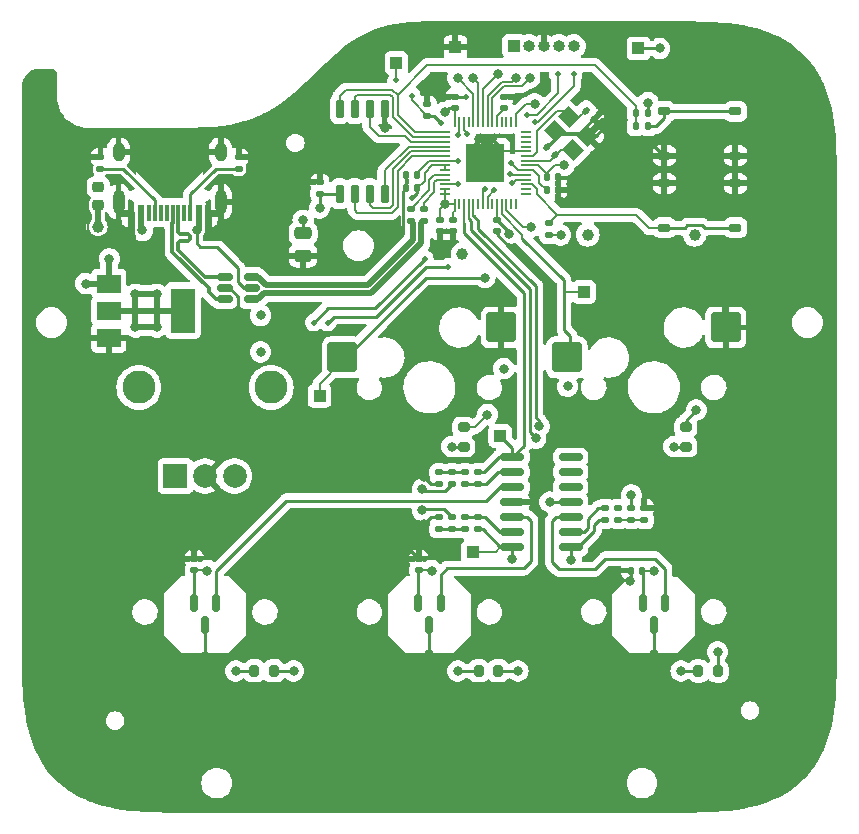
<source format=gbr>
%TF.GenerationSoftware,KiCad,Pcbnew,7.0.1*%
%TF.CreationDate,2023-07-01T02:03:31-04:00*%
%TF.ProjectId,Fluxpad,466c7578-7061-4642-9e6b-696361645f70,rev?*%
%TF.SameCoordinates,Original*%
%TF.FileFunction,Copper,L4,Bot*%
%TF.FilePolarity,Positive*%
%FSLAX46Y46*%
G04 Gerber Fmt 4.6, Leading zero omitted, Abs format (unit mm)*
G04 Created by KiCad (PCBNEW 7.0.1) date 2023-07-01 02:03:31*
%MOMM*%
%LPD*%
G01*
G04 APERTURE LIST*
G04 Aperture macros list*
%AMRoundRect*
0 Rectangle with rounded corners*
0 $1 Rounding radius*
0 $2 $3 $4 $5 $6 $7 $8 $9 X,Y pos of 4 corners*
0 Add a 4 corners polygon primitive as box body*
4,1,4,$2,$3,$4,$5,$6,$7,$8,$9,$2,$3,0*
0 Add four circle primitives for the rounded corners*
1,1,$1+$1,$2,$3*
1,1,$1+$1,$4,$5*
1,1,$1+$1,$6,$7*
1,1,$1+$1,$8,$9*
0 Add four rect primitives between the rounded corners*
20,1,$1+$1,$2,$3,$4,$5,0*
20,1,$1+$1,$4,$5,$6,$7,0*
20,1,$1+$1,$6,$7,$8,$9,0*
20,1,$1+$1,$8,$9,$2,$3,0*%
%AMRotRect*
0 Rectangle, with rotation*
0 The origin of the aperture is its center*
0 $1 length*
0 $2 width*
0 $3 Rotation angle, in degrees counterclockwise*
0 Add horizontal line*
21,1,$1,$2,0,0,$3*%
G04 Aperture macros list end*
%TA.AperFunction,ComponentPad*%
%ADD10R,2.000000X2.000000*%
%TD*%
%TA.AperFunction,ComponentPad*%
%ADD11C,2.000000*%
%TD*%
%TA.AperFunction,ComponentPad*%
%ADD12C,2.800000*%
%TD*%
%TA.AperFunction,ComponentPad*%
%ADD13R,1.000000X1.000000*%
%TD*%
%TA.AperFunction,ComponentPad*%
%ADD14O,1.000000X1.000000*%
%TD*%
%TA.AperFunction,SMDPad,CuDef*%
%ADD15RoundRect,0.135000X-0.185000X0.135000X-0.185000X-0.135000X0.185000X-0.135000X0.185000X0.135000X0*%
%TD*%
%TA.AperFunction,SMDPad,CuDef*%
%ADD16RoundRect,0.150000X0.350000X0.225000X-0.350000X0.225000X-0.350000X-0.225000X0.350000X-0.225000X0*%
%TD*%
%TA.AperFunction,SMDPad,CuDef*%
%ADD17R,1.000000X1.000000*%
%TD*%
%TA.AperFunction,SMDPad,CuDef*%
%ADD18RoundRect,0.200000X0.275000X-0.200000X0.275000X0.200000X-0.275000X0.200000X-0.275000X-0.200000X0*%
%TD*%
%TA.AperFunction,SMDPad,CuDef*%
%ADD19RoundRect,0.135000X0.135000X0.185000X-0.135000X0.185000X-0.135000X-0.185000X0.135000X-0.185000X0*%
%TD*%
%TA.AperFunction,SMDPad,CuDef*%
%ADD20RoundRect,0.140000X0.170000X-0.140000X0.170000X0.140000X-0.170000X0.140000X-0.170000X-0.140000X0*%
%TD*%
%TA.AperFunction,SMDPad,CuDef*%
%ADD21RoundRect,0.140000X0.219203X0.021213X0.021213X0.219203X-0.219203X-0.021213X-0.021213X-0.219203X0*%
%TD*%
%TA.AperFunction,SMDPad,CuDef*%
%ADD22RoundRect,0.225000X0.250000X-0.225000X0.250000X0.225000X-0.250000X0.225000X-0.250000X-0.225000X0*%
%TD*%
%TA.AperFunction,SMDPad,CuDef*%
%ADD23R,0.600000X1.450000*%
%TD*%
%TA.AperFunction,SMDPad,CuDef*%
%ADD24R,0.300000X1.450000*%
%TD*%
%TA.AperFunction,ComponentPad*%
%ADD25O,1.000000X1.600000*%
%TD*%
%TA.AperFunction,ComponentPad*%
%ADD26O,1.000000X2.100000*%
%TD*%
%TA.AperFunction,SMDPad,CuDef*%
%ADD27RoundRect,0.135000X0.185000X-0.135000X0.185000X0.135000X-0.185000X0.135000X-0.185000X-0.135000X0*%
%TD*%
%TA.AperFunction,SMDPad,CuDef*%
%ADD28RoundRect,0.140000X-0.170000X0.140000X-0.170000X-0.140000X0.170000X-0.140000X0.170000X0.140000X0*%
%TD*%
%TA.AperFunction,SMDPad,CuDef*%
%ADD29RoundRect,0.050000X-0.050000X0.387500X-0.050000X-0.387500X0.050000X-0.387500X0.050000X0.387500X0*%
%TD*%
%TA.AperFunction,SMDPad,CuDef*%
%ADD30RoundRect,0.050000X-0.387500X0.050000X-0.387500X-0.050000X0.387500X-0.050000X0.387500X0.050000X0*%
%TD*%
%TA.AperFunction,SMDPad,CuDef*%
%ADD31R,3.200000X3.200000*%
%TD*%
%TA.AperFunction,SMDPad,CuDef*%
%ADD32RoundRect,0.200000X-0.200000X-0.275000X0.200000X-0.275000X0.200000X0.275000X-0.200000X0.275000X0*%
%TD*%
%TA.AperFunction,SMDPad,CuDef*%
%ADD33RoundRect,0.140000X0.140000X0.170000X-0.140000X0.170000X-0.140000X-0.170000X0.140000X-0.170000X0*%
%TD*%
%TA.AperFunction,SMDPad,CuDef*%
%ADD34RoundRect,0.150000X-0.150000X0.587500X-0.150000X-0.587500X0.150000X-0.587500X0.150000X0.587500X0*%
%TD*%
%TA.AperFunction,SMDPad,CuDef*%
%ADD35R,2.000000X1.500000*%
%TD*%
%TA.AperFunction,SMDPad,CuDef*%
%ADD36R,2.000000X3.800000*%
%TD*%
%TA.AperFunction,SMDPad,CuDef*%
%ADD37RoundRect,0.150000X0.825000X0.150000X-0.825000X0.150000X-0.825000X-0.150000X0.825000X-0.150000X0*%
%TD*%
%TA.AperFunction,SMDPad,CuDef*%
%ADD38RoundRect,0.250000X-1.000000X-1.025000X1.000000X-1.025000X1.000000X1.025000X-1.000000X1.025000X0*%
%TD*%
%TA.AperFunction,SMDPad,CuDef*%
%ADD39RotRect,1.400000X1.200000X315.000000*%
%TD*%
%TA.AperFunction,SMDPad,CuDef*%
%ADD40RoundRect,0.140000X-0.140000X-0.170000X0.140000X-0.170000X0.140000X0.170000X-0.140000X0.170000X0*%
%TD*%
%TA.AperFunction,SMDPad,CuDef*%
%ADD41RoundRect,0.250000X0.475000X-0.250000X0.475000X0.250000X-0.475000X0.250000X-0.475000X-0.250000X0*%
%TD*%
%TA.AperFunction,SMDPad,CuDef*%
%ADD42RoundRect,0.150000X-0.512500X-0.150000X0.512500X-0.150000X0.512500X0.150000X-0.512500X0.150000X0*%
%TD*%
%TA.AperFunction,SMDPad,CuDef*%
%ADD43RoundRect,0.150000X-0.150000X0.650000X-0.150000X-0.650000X0.150000X-0.650000X0.150000X0.650000X0*%
%TD*%
%TA.AperFunction,SMDPad,CuDef*%
%ADD44RoundRect,0.150000X-0.350000X-0.225000X0.350000X-0.225000X0.350000X0.225000X-0.350000X0.225000X0*%
%TD*%
%TA.AperFunction,SMDPad,CuDef*%
%ADD45RoundRect,0.140000X-0.219203X-0.021213X-0.021213X-0.219203X0.219203X0.021213X0.021213X0.219203X0*%
%TD*%
%TA.AperFunction,ViaPad*%
%ADD46C,0.800000*%
%TD*%
%TA.AperFunction,ViaPad*%
%ADD47C,0.500000*%
%TD*%
%TA.AperFunction,ViaPad*%
%ADD48C,1.000000*%
%TD*%
%TA.AperFunction,Conductor*%
%ADD49C,0.200000*%
%TD*%
%TA.AperFunction,Conductor*%
%ADD50C,0.250000*%
%TD*%
%TA.AperFunction,Conductor*%
%ADD51C,0.500000*%
%TD*%
%TA.AperFunction,Conductor*%
%ADD52C,0.600000*%
%TD*%
%TA.AperFunction,Conductor*%
%ADD53C,0.300000*%
%TD*%
G04 APERTURE END LIST*
D10*
%TO.P,SW3,A,A*%
%TO.N,/ENCA*%
X138500000Y-117500000D03*
D11*
%TO.P,SW3,B,B*%
%TO.N,/ENCB*%
X143500000Y-117500000D03*
%TO.P,SW3,C,C*%
%TO.N,GND*%
X141000000Y-117500000D03*
D12*
%TO.P,SW3,MP*%
%TO.N,N/C*%
X135400000Y-110000000D03*
X146600000Y-110000000D03*
%TD*%
D13*
%TO.P,J4,1,Pin_1*%
%TO.N,/UART0_TX*%
X167150000Y-81100000D03*
D14*
%TO.P,J4,2,Pin_2*%
%TO.N,/UART0_RX*%
X168420000Y-81100000D03*
%TO.P,J4,3,Pin_3*%
%TO.N,GND*%
X169690000Y-81100000D03*
%TO.P,J4,4,Pin_4*%
%TO.N,/SWDIO*%
X170960000Y-81100000D03*
%TO.P,J4,5,Pin_5*%
%TO.N,/SWCLK*%
X172230000Y-81100000D03*
%TD*%
D15*
%TO.P,R14,1*%
%TO.N,GND*%
X160800000Y-120990000D03*
%TO.P,R14,2*%
%TO.N,Net-(R14-Pad2)*%
X160800000Y-122010000D03*
%TD*%
D16*
%TO.P,SW4,1,1*%
%TO.N,GND*%
X185900000Y-92725000D03*
X179900000Y-92725000D03*
%TO.P,SW4,2,2*%
%TO.N,/RUN*%
X185900000Y-96475000D03*
X179900000Y-96475000D03*
%TD*%
D17*
%TO.P,TP_SW4,1,1*%
%TO.N,SW4*%
X163700000Y-123900000D03*
%TD*%
%TO.P,TP_SW1,1,1*%
%TO.N,SW1*%
X150700000Y-110700000D03*
%TD*%
D18*
%TO.P,R1,1*%
%TO.N,Net-(D1-A)*%
X162900000Y-115025000D03*
%TO.P,R1,2*%
%TO.N,/LED1*%
X162900000Y-113375000D03*
%TD*%
D19*
%TO.P,R10,1*%
%TO.N,+3V3*%
X178510000Y-86800000D03*
%TO.P,R10,2*%
%TO.N,/QSPI_SS*%
X177490000Y-86800000D03*
%TD*%
D20*
%TO.P,C2,1*%
%TO.N,+5V*%
X159100000Y-125480000D03*
%TO.P,C2,2*%
%TO.N,GND*%
X159100000Y-124520000D03*
%TD*%
D21*
%TO.P,C21,1*%
%TO.N,GND*%
X173939411Y-87239411D03*
%TO.P,C21,2*%
%TO.N,/XIN*%
X173260589Y-86560589D03*
%TD*%
D22*
%TO.P,C6,1*%
%TO.N,+5V*%
X131950000Y-94575000D03*
%TO.P,C6,2*%
%TO.N,GND*%
X131950000Y-93025000D03*
%TD*%
D15*
%TO.P,R6,1*%
%TO.N,+5V*%
X161900000Y-120990000D03*
%TO.P,R6,2*%
%TO.N,Net-(R14-Pad2)*%
X161900000Y-122010000D03*
%TD*%
%TO.P,R18,1*%
%TO.N,SW3*%
X164100000Y-117190000D03*
%TO.P,R18,2*%
%TO.N,Net-(U1D--)*%
X164100000Y-118210000D03*
%TD*%
D23*
%TO.P,J1,A1,GND*%
%TO.N,GND*%
X134750000Y-95195000D03*
%TO.P,J1,A4,VBUS*%
%TO.N,+5V*%
X135550000Y-95195000D03*
D24*
%TO.P,J1,A5,CC1*%
%TO.N,/CC1*%
X136750000Y-95195000D03*
%TO.P,J1,A6,D+*%
%TO.N,/USB_IN_DP*%
X137750000Y-95195000D03*
%TO.P,J1,A7,D-*%
%TO.N,/USB_IN_DN*%
X138250000Y-95195000D03*
%TO.P,J1,A8,SBU1*%
%TO.N,unconnected-(J1-SBU1-PadA8)*%
X139250000Y-95195000D03*
D23*
%TO.P,J1,A9,VBUS*%
%TO.N,+5V*%
X140450000Y-95195000D03*
%TO.P,J1,A12,GND*%
%TO.N,GND*%
X141250000Y-95195000D03*
%TO.P,J1,B1,GND*%
X141250000Y-95195000D03*
%TO.P,J1,B4,VBUS*%
%TO.N,+5V*%
X140450000Y-95195000D03*
D24*
%TO.P,J1,B5,CC2*%
%TO.N,/CC2*%
X139750000Y-95195000D03*
%TO.P,J1,B6,D+*%
%TO.N,/USB_IN_DP*%
X138750000Y-95195000D03*
%TO.P,J1,B7,D-*%
%TO.N,/USB_IN_DN*%
X137250000Y-95195000D03*
%TO.P,J1,B8,SBU2*%
%TO.N,unconnected-(J1-SBU2-PadB8)*%
X136250000Y-95195000D03*
D23*
%TO.P,J1,B9,VBUS*%
%TO.N,+5V*%
X135550000Y-95195000D03*
%TO.P,J1,B12,GND*%
%TO.N,GND*%
X134750000Y-95195000D03*
D25*
%TO.P,J1,S1,SHIELD*%
X133680000Y-90100000D03*
D26*
X133680000Y-94280000D03*
D25*
X142320000Y-90100000D03*
D26*
X142320000Y-94280000D03*
%TD*%
D27*
%TO.P,R16,1*%
%TO.N,GND*%
X160800000Y-118210000D03*
%TO.P,R16,2*%
%TO.N,Net-(R16-Pad2)*%
X160800000Y-117190000D03*
%TD*%
D28*
%TO.P,C9,1*%
%TO.N,+3V3*%
X162000000Y-95820000D03*
%TO.P,C9,2*%
%TO.N,GND*%
X162000000Y-96780000D03*
%TD*%
D18*
%TO.P,R2,1*%
%TO.N,Net-(D2-A)*%
X181700000Y-115025000D03*
%TO.P,R2,2*%
%TO.N,/LED2*%
X181700000Y-113375000D03*
%TD*%
D29*
%TO.P,U4,1,IOVDD*%
%TO.N,+3V3*%
X162125000Y-87562500D03*
%TO.P,U4,2,GPIO0*%
%TO.N,/UART0_TX*%
X162525000Y-87562500D03*
%TO.P,U4,3,GPIO1*%
%TO.N,/UART0_RX*%
X162925000Y-87562500D03*
%TO.P,U4,4,GPIO2*%
%TO.N,unconnected-(U4-GPIO2-Pad4)*%
X163325000Y-87562500D03*
%TO.P,U4,5,GPIO3*%
%TO.N,/LED3*%
X163725000Y-87562500D03*
%TO.P,U4,6,GPIO4*%
%TO.N,/LED4*%
X164125000Y-87562500D03*
%TO.P,U4,7,GPIO5*%
%TO.N,/LED1*%
X164525000Y-87562500D03*
%TO.P,U4,8,GPIO6*%
%TO.N,/LED2*%
X164925000Y-87562500D03*
%TO.P,U4,9,GPIO7*%
%TO.N,/LED5*%
X165325000Y-87562500D03*
%TO.P,U4,10,IOVDD*%
%TO.N,+3V3*%
X165725000Y-87562500D03*
%TO.P,U4,11,GPIO8*%
%TO.N,unconnected-(U4-GPIO8-Pad11)*%
X166125000Y-87562500D03*
%TO.P,U4,12,GPIO9*%
%TO.N,unconnected-(U4-GPIO9-Pad12)*%
X166525000Y-87562500D03*
%TO.P,U4,13,GPIO10*%
%TO.N,unconnected-(U4-GPIO10-Pad13)*%
X166925000Y-87562500D03*
%TO.P,U4,14,GPIO11*%
%TO.N,/RGB_DOUT*%
X167325000Y-87562500D03*
D30*
%TO.P,U4,15,GPIO12*%
%TO.N,unconnected-(U4-GPIO12-Pad15)*%
X168162500Y-88400000D03*
%TO.P,U4,16,GPIO13*%
%TO.N,unconnected-(U4-GPIO13-Pad16)*%
X168162500Y-88800000D03*
%TO.P,U4,17,GPIO14*%
%TO.N,unconnected-(U4-GPIO14-Pad17)*%
X168162500Y-89200000D03*
%TO.P,U4,18,GPIO15*%
%TO.N,unconnected-(U4-GPIO15-Pad18)*%
X168162500Y-89600000D03*
%TO.P,U4,19,TESTEN*%
%TO.N,GND*%
X168162500Y-90000000D03*
%TO.P,U4,20,XIN*%
%TO.N,/XIN*%
X168162500Y-90400000D03*
%TO.P,U4,21,XOUT*%
%TO.N,/XOUT*%
X168162500Y-90800000D03*
%TO.P,U4,22,IOVDD*%
%TO.N,+3V3*%
X168162500Y-91200000D03*
%TO.P,U4,23,DVDD*%
%TO.N,+1V1*%
X168162500Y-91600000D03*
%TO.P,U4,24,SWCLK*%
%TO.N,/SWDIO*%
X168162500Y-92000000D03*
%TO.P,U4,25,SWD*%
%TO.N,/SWCLK*%
X168162500Y-92400000D03*
%TO.P,U4,26,RUN*%
%TO.N,/RUN*%
X168162500Y-92800000D03*
%TO.P,U4,27,GPIO16*%
%TO.N,unconnected-(U4-GPIO16-Pad27)*%
X168162500Y-93200000D03*
%TO.P,U4,28,GPIO17*%
%TO.N,unconnected-(U4-GPIO17-Pad28)*%
X168162500Y-93600000D03*
D29*
%TO.P,U4,29,GPIO18*%
%TO.N,unconnected-(U4-GPIO18-Pad29)*%
X167325000Y-94437500D03*
%TO.P,U4,30,GPIO19*%
%TO.N,unconnected-(U4-GPIO19-Pad30)*%
X166925000Y-94437500D03*
%TO.P,U4,31,GPIO20*%
%TO.N,SW1*%
X166525000Y-94437500D03*
%TO.P,U4,32,GPIO21*%
%TO.N,SW2*%
X166125000Y-94437500D03*
%TO.P,U4,33,IOVDD*%
%TO.N,+3V3*%
X165725000Y-94437500D03*
%TO.P,U4,34,GPIO22*%
%TO.N,unconnected-(U4-GPIO22-Pad34)*%
X165325000Y-94437500D03*
%TO.P,U4,35,GPIO23*%
%TO.N,/ENCB*%
X164925000Y-94437500D03*
%TO.P,U4,36,GPIO24*%
%TO.N,/ENCA*%
X164525000Y-94437500D03*
%TO.P,U4,37,GPIO25*%
%TO.N,unconnected-(U4-GPIO25-Pad37)*%
X164125000Y-94437500D03*
%TO.P,U4,38,GPIO26_ADC0*%
%TO.N,/SW5*%
X163725000Y-94437500D03*
%TO.P,U4,39,GPIO27_ADC1*%
%TO.N,SW4*%
X163325000Y-94437500D03*
%TO.P,U4,40,GPIO28_ADC2*%
%TO.N,SW3*%
X162925000Y-94437500D03*
%TO.P,U4,41,GPIO29_ADC3*%
%TO.N,unconnected-(U4-GPIO29_ADC3-Pad41)*%
X162525000Y-94437500D03*
%TO.P,U4,42,IOVDD*%
%TO.N,+3V3*%
X162125000Y-94437500D03*
D30*
%TO.P,U4,43,ADC_AVDD*%
X161287500Y-93600000D03*
%TO.P,U4,44,VREG_IN*%
X161287500Y-93200000D03*
%TO.P,U4,45,VREG_VOUT*%
%TO.N,+1V1*%
X161287500Y-92800000D03*
%TO.P,U4,46,USB_DM*%
%TO.N,Net-(U4-USB_DM)*%
X161287500Y-92400000D03*
%TO.P,U4,47,USB_DP*%
%TO.N,Net-(U4-USB_DP)*%
X161287500Y-92000000D03*
%TO.P,U4,48,USB_VDD*%
%TO.N,+3V3*%
X161287500Y-91600000D03*
%TO.P,U4,49,IOVDD*%
X161287500Y-91200000D03*
%TO.P,U4,50,DVDD*%
%TO.N,+1V1*%
X161287500Y-90800000D03*
%TO.P,U4,51,QSPI_SD3*%
%TO.N,/QSPI_SD3*%
X161287500Y-90400000D03*
%TO.P,U4,52,QSPI_SCLK*%
%TO.N,/QSPI_SCLK*%
X161287500Y-90000000D03*
%TO.P,U4,53,QSPI_SD0*%
%TO.N,/QSPI_SD0*%
X161287500Y-89600000D03*
%TO.P,U4,54,QSPI_SD2*%
%TO.N,/QSPI_SD2*%
X161287500Y-89200000D03*
%TO.P,U4,55,QSPI_SD1*%
%TO.N,/QSPI_SD1*%
X161287500Y-88800000D03*
%TO.P,U4,56,QSPI_SS*%
%TO.N,/QSPI_SS*%
X161287500Y-88400000D03*
D31*
%TO.P,U4,57,GND*%
%TO.N,GND*%
X164725000Y-91000000D03*
%TD*%
D32*
%TO.P,R15,1*%
%TO.N,Net-(D8-A)*%
X182775000Y-134005633D03*
%TO.P,R15,2*%
%TO.N,/LED5*%
X184425000Y-134005633D03*
%TD*%
D33*
%TO.P,C19,1*%
%TO.N,+3V3*%
X158980000Y-93100000D03*
%TO.P,C19,2*%
%TO.N,GND*%
X158020000Y-93100000D03*
%TD*%
D15*
%TO.P,R23,1*%
%TO.N,Net-(U1C--)*%
X164100000Y-120990000D03*
%TO.P,R23,2*%
%TO.N,SW4*%
X164100000Y-122010000D03*
%TD*%
D34*
%TO.P,U2,1,VCC*%
%TO.N,+5V*%
X140050000Y-128262500D03*
%TO.P,U2,2,OUT*%
%TO.N,Net-(U1D-+)*%
X141950000Y-128262500D03*
%TO.P,U2,3,GND*%
%TO.N,GND*%
X141000000Y-130137500D03*
%TD*%
D20*
%TO.P,C18,1*%
%TO.N,+3V3*%
X150700000Y-93580000D03*
%TO.P,C18,2*%
%TO.N,GND*%
X150700000Y-92620000D03*
%TD*%
D35*
%TO.P,U8,1,GND*%
%TO.N,GND*%
X132850000Y-105800000D03*
%TO.P,U8,2,VO*%
%TO.N,+3V3*%
X132850000Y-103500000D03*
D36*
X139150000Y-103500000D03*
D35*
%TO.P,U8,3,VI*%
%TO.N,+5V*%
X132850000Y-101200000D03*
%TD*%
D27*
%TO.P,R9,1*%
%TO.N,+3V3*%
X170100000Y-97110000D03*
%TO.P,R9,2*%
%TO.N,/RUN*%
X170100000Y-96090000D03*
%TD*%
D17*
%TO.P,TP_SW3,1,1*%
%TO.N,SW3*%
X166000000Y-114100000D03*
%TD*%
D27*
%TO.P,R21,1*%
%TO.N,Net-(R14-Pad2)*%
X163000000Y-122010000D03*
%TO.P,R21,2*%
%TO.N,Net-(U1C--)*%
X163000000Y-120990000D03*
%TD*%
%TO.P,R22,1*%
%TO.N,Net-(R19-Pad2)*%
X176000000Y-121220000D03*
%TO.P,R22,2*%
%TO.N,Net-(U1B--)*%
X176000000Y-120200000D03*
%TD*%
D15*
%TO.P,R8,1*%
%TO.N,GND*%
X143850000Y-90490000D03*
%TO.P,R8,2*%
%TO.N,/CC2*%
X143850000Y-91510000D03*
%TD*%
D20*
%TO.P,C8,1*%
%TO.N,+3V3*%
X162200000Y-86380000D03*
%TO.P,C8,2*%
%TO.N,GND*%
X162200000Y-85420000D03*
%TD*%
%TO.P,C11,1*%
%TO.N,+3V3*%
X166300000Y-86380000D03*
%TO.P,C11,2*%
%TO.N,GND*%
X166300000Y-85420000D03*
%TD*%
D37*
%TO.P,U1,1*%
%TO.N,unconnected-(U1-Pad1)*%
X171975000Y-115890000D03*
%TO.P,U1,2,-*%
%TO.N,unconnected-(U1A---Pad2)*%
X171975000Y-117160000D03*
%TO.P,U1,3,+*%
%TO.N,unconnected-(U1A-+-Pad3)*%
X171975000Y-118430000D03*
%TO.P,U1,4,V+*%
%TO.N,+5V*%
X171975000Y-119700000D03*
%TO.P,U1,5,+*%
%TO.N,Net-(U1B-+)*%
X171975000Y-120970000D03*
%TO.P,U1,6,-*%
%TO.N,Net-(U1B--)*%
X171975000Y-122240000D03*
%TO.P,U1,7*%
%TO.N,/SW5*%
X171975000Y-123510000D03*
%TO.P,U1,8*%
%TO.N,SW4*%
X167025000Y-123510000D03*
%TO.P,U1,9,-*%
%TO.N,Net-(U1C--)*%
X167025000Y-122240000D03*
%TO.P,U1,10,+*%
%TO.N,Net-(U1C-+)*%
X167025000Y-120970000D03*
%TO.P,U1,11,V-*%
%TO.N,GND*%
X167025000Y-119700000D03*
%TO.P,U1,12,+*%
%TO.N,Net-(U1D-+)*%
X167025000Y-118430000D03*
%TO.P,U1,13,-*%
%TO.N,Net-(U1D--)*%
X167025000Y-117160000D03*
%TO.P,U1,14*%
%TO.N,SW3*%
X167025000Y-115890000D03*
%TD*%
D38*
%TO.P,SW6,1,A*%
%TO.N,SW1*%
X152640000Y-107460000D03*
%TO.P,SW6,2,B*%
%TO.N,GND*%
X166090000Y-104920000D03*
%TD*%
D28*
%TO.P,C7,1*%
%TO.N,+3V3*%
X160900000Y-95820000D03*
%TO.P,C7,2*%
%TO.N,GND*%
X160900000Y-96780000D03*
%TD*%
D34*
%TO.P,U5,1,VCC*%
%TO.N,+5V*%
X178050000Y-128268133D03*
%TO.P,U5,2,OUT*%
%TO.N,Net-(U1B-+)*%
X179950000Y-128268133D03*
%TO.P,U5,3,GND*%
%TO.N,GND*%
X179000000Y-130143133D03*
%TD*%
D17*
%TO.P,TP_SW2,1,1*%
%TO.N,SW2*%
X173100000Y-101900000D03*
%TD*%
D39*
%TO.P,Y1,1,1*%
%TO.N,/XIN*%
X171823223Y-87121142D03*
%TO.P,Y1,2,2*%
%TO.N,GND*%
X173378858Y-88676777D03*
%TO.P,Y1,3,3*%
%TO.N,/XOUT*%
X172176777Y-89878858D03*
%TO.P,Y1,4,4*%
%TO.N,GND*%
X170621142Y-88323223D03*
%TD*%
D15*
%TO.P,R19,1*%
%TO.N,+5V*%
X177100000Y-120200000D03*
%TO.P,R19,2*%
%TO.N,Net-(R19-Pad2)*%
X177100000Y-121220000D03*
%TD*%
D40*
%TO.P,C14,1*%
%TO.N,+3V3*%
X169920000Y-92200000D03*
%TO.P,C14,2*%
%TO.N,GND*%
X170880000Y-92200000D03*
%TD*%
D27*
%TO.P,R11,1*%
%TO.N,/USB_DP*%
X158400000Y-95910000D03*
%TO.P,R11,2*%
%TO.N,Net-(U4-USB_DP)*%
X158400000Y-94890000D03*
%TD*%
D28*
%TO.P,C12,1*%
%TO.N,+3V3*%
X165700000Y-95820000D03*
%TO.P,C12,2*%
%TO.N,GND*%
X165700000Y-96780000D03*
%TD*%
D20*
%TO.P,C17,1*%
%TO.N,+1V1*%
X159800000Y-86980000D03*
%TO.P,C17,2*%
%TO.N,GND*%
X159800000Y-86020000D03*
%TD*%
D40*
%TO.P,C15,1*%
%TO.N,+1V1*%
X169920000Y-93300000D03*
%TO.P,C15,2*%
%TO.N,GND*%
X170880000Y-93300000D03*
%TD*%
D19*
%TO.P,R13,1*%
%TO.N,Net-(R13-Pad1)*%
X178510000Y-87900000D03*
%TO.P,R13,2*%
%TO.N,/QSPI_SS*%
X177490000Y-87900000D03*
%TD*%
D33*
%TO.P,C16,1*%
%TO.N,+1V1*%
X158980000Y-92000000D03*
%TO.P,C16,2*%
%TO.N,GND*%
X158020000Y-92000000D03*
%TD*%
D32*
%TO.P,R3,1*%
%TO.N,Net-(D3-A)*%
X145175000Y-134000000D03*
%TO.P,R3,2*%
%TO.N,/LED3*%
X146825000Y-134000000D03*
%TD*%
D41*
%TO.P,C5,1*%
%TO.N,GND*%
X149300000Y-98850000D03*
%TO.P,C5,2*%
%TO.N,+3V3*%
X149300000Y-96950000D03*
%TD*%
D42*
%TO.P,U7,1,I/O1*%
%TO.N,/USB_IN_DN*%
X142662500Y-102525000D03*
%TO.P,U7,2,GND*%
%TO.N,GND*%
X142662500Y-101575000D03*
%TO.P,U7,3,I/O2*%
%TO.N,/USB_IN_DP*%
X142662500Y-100625000D03*
%TO.P,U7,4,I/O2*%
%TO.N,/USB_DP*%
X144937500Y-100625000D03*
%TO.P,U7,5,VBUS*%
%TO.N,+5V*%
X144937500Y-101575000D03*
%TO.P,U7,6,I/O1*%
%TO.N,/USB_DN*%
X144937500Y-102525000D03*
%TD*%
D27*
%TO.P,R24,1*%
%TO.N,/SW5*%
X174900000Y-121210000D03*
%TO.P,R24,2*%
%TO.N,Net-(U1B--)*%
X174900000Y-120190000D03*
%TD*%
%TO.P,R17,1*%
%TO.N,Net-(U1D--)*%
X163000000Y-118210000D03*
%TO.P,R17,2*%
%TO.N,Net-(R16-Pad2)*%
X163000000Y-117190000D03*
%TD*%
D43*
%TO.P,U6,1,~{CS}*%
%TO.N,/QSPI_SS*%
X152395000Y-86400000D03*
%TO.P,U6,2,DO(IO1)*%
%TO.N,/QSPI_SD1*%
X153665000Y-86400000D03*
%TO.P,U6,3,IO2*%
%TO.N,/QSPI_SD2*%
X154935000Y-86400000D03*
%TO.P,U6,4,GND*%
%TO.N,GND*%
X156205000Y-86400000D03*
%TO.P,U6,5,DI(IO0)*%
%TO.N,/QSPI_SD0*%
X156205000Y-93600000D03*
%TO.P,U6,6,CLK*%
%TO.N,/QSPI_SCLK*%
X154935000Y-93600000D03*
%TO.P,U6,7,IO3*%
%TO.N,/QSPI_SD3*%
X153665000Y-93600000D03*
%TO.P,U6,8,VCC*%
%TO.N,+3V3*%
X152395000Y-93600000D03*
%TD*%
D15*
%TO.P,R20,1*%
%TO.N,GND*%
X178200000Y-120200000D03*
%TO.P,R20,2*%
%TO.N,Net-(R19-Pad2)*%
X178200000Y-121220000D03*
%TD*%
D27*
%TO.P,R7,1*%
%TO.N,/CC1*%
X132150000Y-91510000D03*
%TO.P,R7,2*%
%TO.N,GND*%
X132150000Y-90490000D03*
%TD*%
D15*
%TO.P,R12,1*%
%TO.N,Net-(U4-USB_DM)*%
X159500000Y-94890000D03*
%TO.P,R12,2*%
%TO.N,/USB_DN*%
X159500000Y-95910000D03*
%TD*%
D20*
%TO.P,C1,1*%
%TO.N,+5V*%
X140100000Y-125480000D03*
%TO.P,C1,2*%
%TO.N,GND*%
X140100000Y-124520000D03*
%TD*%
D17*
%TO.P,GND1,1,1*%
%TO.N,GND*%
X162200000Y-81200000D03*
%TD*%
%TO.P,1V1,1,1*%
%TO.N,+1V1*%
X157200000Y-82500000D03*
%TD*%
D38*
%TO.P,SW7,1,A*%
%TO.N,SW2*%
X171640000Y-107460000D03*
%TO.P,SW7,2,B*%
%TO.N,GND*%
X185090000Y-104920000D03*
%TD*%
D34*
%TO.P,U3,1,VCC*%
%TO.N,+5V*%
X159050000Y-128262500D03*
%TO.P,U3,2,OUT*%
%TO.N,Net-(U1C-+)*%
X160950000Y-128262500D03*
%TO.P,U3,3,GND*%
%TO.N,GND*%
X160000000Y-130137500D03*
%TD*%
D17*
%TO.P,3V3,1,1*%
%TO.N,+3V3*%
X177700000Y-81300000D03*
%TD*%
D27*
%TO.P,R5,1*%
%TO.N,+5V*%
X161900000Y-118210000D03*
%TO.P,R5,2*%
%TO.N,Net-(R16-Pad2)*%
X161900000Y-117190000D03*
%TD*%
D44*
%TO.P,SW5,1,1*%
%TO.N,GND*%
X179900000Y-90375000D03*
X185900000Y-90375000D03*
%TO.P,SW5,2,2*%
%TO.N,Net-(R13-Pad1)*%
X179900000Y-86625000D03*
X185900000Y-86625000D03*
%TD*%
D33*
%TO.P,C22,1*%
%TO.N,+5V*%
X178000000Y-125500000D03*
%TO.P,C22,2*%
%TO.N,GND*%
X177040000Y-125500000D03*
%TD*%
D45*
%TO.P,C20,1*%
%TO.N,GND*%
X169960589Y-89660589D03*
%TO.P,C20,2*%
%TO.N,/XOUT*%
X170639411Y-90339411D03*
%TD*%
D32*
%TO.P,R4,1*%
%TO.N,Net-(D4-A)*%
X164175000Y-134000000D03*
%TO.P,R4,2*%
%TO.N,/LED4*%
X165825000Y-134000000D03*
%TD*%
D46*
%TO.N,GND*%
X154000000Y-82500000D03*
X183500000Y-81500000D03*
X192000000Y-98000000D03*
X192000000Y-111000000D03*
X192000000Y-127000000D03*
X128000000Y-135000000D03*
X128000000Y-90000000D03*
X128000000Y-98000000D03*
X128000000Y-111050000D03*
X128000000Y-119000000D03*
X128000000Y-127000000D03*
X135500000Y-143500000D03*
X148500000Y-143500000D03*
X159950000Y-143500000D03*
X171000000Y-143500000D03*
X184500000Y-143500000D03*
X191800000Y-135000000D03*
X192000000Y-119000000D03*
X192000000Y-90000000D03*
D47*
%TO.N,+1V1*%
X162400000Y-92800000D03*
X157200000Y-84000000D03*
X162400000Y-90800000D03*
X161000000Y-87600000D03*
X166900000Y-91000000D03*
X158500000Y-85300000D03*
D46*
%TO.N,Net-(D1-A)*%
X161900000Y-115000000D03*
%TO.N,+3V3*%
X171100000Y-97100000D03*
X178500000Y-85874500D03*
X145700000Y-107000000D03*
D47*
X158500000Y-94000000D03*
D46*
X179500000Y-81300000D03*
X166700000Y-97000000D03*
X135100000Y-103500000D03*
X145700000Y-103900000D03*
X171400000Y-91200000D03*
X150700000Y-94800000D03*
X135100000Y-104900000D03*
X136900000Y-102100000D03*
X136900000Y-103500000D03*
X171700000Y-109900000D03*
X161287500Y-94500000D03*
X135100000Y-102100000D03*
X161300000Y-86700000D03*
X149300000Y-95850000D03*
X166300000Y-108400000D03*
X136900000Y-104900000D03*
%TO.N,SW1*%
X168600000Y-96400000D03*
X164700000Y-100700000D03*
%TO.N,SW4*%
X167000000Y-124500000D03*
X169000000Y-114300000D03*
%TO.N,+5V*%
X170200000Y-119700000D03*
X160200000Y-125500000D03*
D48*
X173400000Y-97075000D03*
X162800000Y-98700000D03*
D46*
X130900000Y-101200000D03*
X177100000Y-119100000D03*
X159400000Y-118600000D03*
X135700000Y-96700000D03*
X132900000Y-99100000D03*
X159400000Y-120400000D03*
D48*
X131950000Y-96400000D03*
D46*
X140300000Y-96700000D03*
X179000000Y-125500000D03*
X141200000Y-125500000D03*
D48*
X182450000Y-97075000D03*
D46*
%TO.N,GND*%
X138800000Y-134000000D03*
X143600000Y-88500000D03*
X130925000Y-105800000D03*
D47*
X162000000Y-97800000D03*
D46*
X164200000Y-89000000D03*
X160700000Y-98600000D03*
X164725000Y-89950000D03*
X159500000Y-121600000D03*
X141000000Y-132700000D03*
X132850000Y-108150000D03*
X174771142Y-87973223D03*
X179500000Y-120200000D03*
X184900000Y-102200000D03*
X172900000Y-93400000D03*
X157550000Y-97000000D03*
X157800000Y-123400000D03*
X171200000Y-94300000D03*
D47*
X167300000Y-85724500D03*
D46*
X160600000Y-81200000D03*
X133400000Y-96500000D03*
X160000000Y-132600000D03*
X177000000Y-126400000D03*
X179000000Y-132600000D03*
X156200000Y-88000000D03*
X165900000Y-102000000D03*
X163675000Y-89950000D03*
X176700000Y-115000000D03*
D47*
X166700000Y-98000000D03*
D46*
X142600000Y-96500000D03*
X159800000Y-84900000D03*
X149300000Y-100100000D03*
X143800000Y-103700000D03*
X165775000Y-89950000D03*
X165300000Y-89000000D03*
X143950000Y-96500000D03*
X132400000Y-88500000D03*
X140100000Y-123600000D03*
X168800000Y-119700000D03*
X177550000Y-93000000D03*
X176800000Y-134000000D03*
X178800000Y-89300000D03*
X157900000Y-115000000D03*
X150700000Y-91400000D03*
X187400000Y-92700000D03*
D47*
X163100000Y-85400000D03*
D46*
X159500000Y-117600000D03*
X157800000Y-134000000D03*
%TO.N,Net-(D2-A)*%
X180700000Y-115000000D03*
%TO.N,Net-(D3-A)*%
X143600000Y-134000000D03*
%TO.N,Net-(D4-A)*%
X162400000Y-134000000D03*
D47*
%TO.N,/UART0_TX*%
X162400000Y-88600000D03*
%TO.N,/UART0_RX*%
X163200000Y-88500000D03*
%TO.N,/SWDIO*%
X168300000Y-86900000D03*
X170900000Y-83500000D03*
X166800000Y-91900000D03*
%TO.N,/SWCLK*%
X167000000Y-92700000D03*
X172200000Y-83500000D03*
X168900000Y-87500000D03*
D46*
%TO.N,/RGB_DOUT*%
X168900000Y-86000000D03*
%TO.N,/SW5*%
X169300000Y-113300000D03*
X172000000Y-124600000D03*
%TO.N,Net-(D8-A)*%
X181300000Y-134000000D03*
%TO.N,/LED1*%
X165791237Y-83483675D03*
X164900000Y-112300000D03*
%TO.N,/LED2*%
X167300000Y-83800000D03*
X182600000Y-111900000D03*
%TO.N,/LED3*%
X148500000Y-134000000D03*
X162400000Y-83800000D03*
%TO.N,/LED4*%
X163700000Y-83800000D03*
X167500000Y-134000000D03*
%TO.N,/LED5*%
X168500000Y-83800000D03*
X184400000Y-132400000D03*
D47*
%TO.N,/ENCA*%
X164700000Y-93200000D03*
X150200000Y-104500000D03*
X159600000Y-99100000D03*
%TO.N,/ENCB*%
X161600000Y-99800000D03*
X151400000Y-104500000D03*
X165500000Y-93300000D03*
%TD*%
D49*
%TO.N,+1V1*%
X169300000Y-92100000D02*
X169300000Y-92680000D01*
X162400000Y-90800000D02*
X161287500Y-90800000D01*
X168162500Y-91600000D02*
X168800000Y-91600000D01*
X167500000Y-91600000D02*
X168162500Y-91600000D01*
X158980000Y-92000000D02*
X158980000Y-91820000D01*
X160000000Y-90800000D02*
X161287500Y-90800000D01*
X157200000Y-84000000D02*
X157200000Y-82500000D01*
X159800000Y-86980000D02*
X158500000Y-85680000D01*
X168800000Y-91600000D02*
X169300000Y-92100000D01*
X169300000Y-92680000D02*
X169920000Y-93300000D01*
D50*
X159800000Y-86980000D02*
X160380000Y-86980000D01*
D49*
X158980000Y-91820000D02*
X160000000Y-90800000D01*
D50*
X160380000Y-86980000D02*
X161000000Y-87600000D01*
D49*
X158500000Y-85680000D02*
X158500000Y-85300000D01*
X162400000Y-92800000D02*
X161287500Y-92800000D01*
X166900000Y-91000000D02*
X167500000Y-91600000D01*
%TO.N,/XOUT*%
X172176777Y-89878858D02*
X171099964Y-89878858D01*
X168162500Y-90800000D02*
X170178822Y-90800000D01*
X170178822Y-90800000D02*
X170639411Y-90339411D01*
X171099964Y-89878858D02*
X170639411Y-90339411D01*
%TO.N,/XIN*%
X169100000Y-90047487D02*
X168747487Y-90400000D01*
X169100000Y-88300000D02*
X169100000Y-90047487D01*
X171823223Y-87121142D02*
X172700036Y-87121142D01*
X172700036Y-87121142D02*
X173260589Y-86560589D01*
X168747487Y-90400000D02*
X168162500Y-90400000D01*
X170773833Y-86626167D02*
X169100000Y-88300000D01*
X171823223Y-87121142D02*
X171328248Y-86626167D01*
X171328248Y-86626167D02*
X170773833Y-86626167D01*
D50*
%TO.N,Net-(D1-A)*%
X162875000Y-115000000D02*
X162900000Y-115025000D01*
X161900000Y-115000000D02*
X162875000Y-115000000D01*
D49*
%TO.N,+3V3*%
X161287500Y-94500000D02*
X161287500Y-93600000D01*
D50*
X178510000Y-85884500D02*
X178500000Y-85874500D01*
D49*
X170600000Y-91200000D02*
X171400000Y-91200000D01*
X165725000Y-95225000D02*
X165725000Y-94437500D01*
D50*
X161620000Y-86380000D02*
X161300000Y-86700000D01*
D49*
X158980000Y-93100000D02*
X159600000Y-92480000D01*
X160900000Y-94887500D02*
X161287500Y-94500000D01*
D51*
X135100000Y-104900000D02*
X136900000Y-104900000D01*
D50*
X177700000Y-81300000D02*
X179500000Y-81300000D01*
D51*
X135100000Y-103500000D02*
X135100000Y-102100000D01*
D49*
X162125000Y-86975000D02*
X162200000Y-86900000D01*
X162200000Y-86900000D02*
X162200000Y-86380000D01*
X169920000Y-92200000D02*
X169920000Y-91880000D01*
X161350000Y-94437500D02*
X161287500Y-94500000D01*
D50*
X165700000Y-95820000D02*
X165707609Y-95820000D01*
D49*
X159600000Y-92480000D02*
X159600000Y-91800000D01*
D51*
X136900000Y-103500000D02*
X136900000Y-102100000D01*
D50*
X178510000Y-86800000D02*
X178510000Y-85884500D01*
D49*
X159600000Y-91800000D02*
X160200000Y-91200000D01*
D51*
X132850000Y-103500000D02*
X135100000Y-103500000D01*
D49*
X165700000Y-95820000D02*
X165700000Y-95250000D01*
D50*
X152395000Y-93600000D02*
X150720000Y-93600000D01*
D49*
X162000000Y-95150000D02*
X162000000Y-95820000D01*
D50*
X150720000Y-93600000D02*
X150700000Y-93580000D01*
D51*
X136900000Y-103500000D02*
X136900000Y-104900000D01*
D49*
X162125000Y-94437500D02*
X161350000Y-94437500D01*
X162125000Y-94437500D02*
X162125000Y-95025000D01*
X169920000Y-91880000D02*
X170600000Y-91200000D01*
X160200000Y-91200000D02*
X161287500Y-91200000D01*
D51*
X135100000Y-103500000D02*
X136900000Y-103500000D01*
X135100000Y-103500000D02*
X135100000Y-104900000D01*
D50*
X158980000Y-93520000D02*
X158500000Y-94000000D01*
D49*
X171090000Y-97110000D02*
X171100000Y-97100000D01*
D51*
X136900000Y-103500000D02*
X139150000Y-103500000D01*
D50*
X158980000Y-93100000D02*
X158980000Y-93520000D01*
X150700000Y-93580000D02*
X150700000Y-94800000D01*
D49*
X169200000Y-91200000D02*
X168162500Y-91200000D01*
D50*
X149300000Y-96950000D02*
X149300000Y-95850000D01*
D49*
X169920000Y-91920000D02*
X169200000Y-91200000D01*
D51*
X135100000Y-102100000D02*
X136900000Y-102100000D01*
D49*
X166300000Y-86380000D02*
X166300000Y-86455025D01*
X166300000Y-86455025D02*
X165725000Y-87030025D01*
X170100000Y-97110000D02*
X171090000Y-97110000D01*
D50*
X162200000Y-86380000D02*
X161620000Y-86380000D01*
D49*
X160900000Y-95820000D02*
X160900000Y-94887500D01*
X162125000Y-95025000D02*
X162000000Y-95150000D01*
X169920000Y-92200000D02*
X169920000Y-91920000D01*
X165725000Y-87030025D02*
X165725000Y-87562500D01*
X165700000Y-95250000D02*
X165725000Y-95225000D01*
D50*
X165707609Y-95820000D02*
X166700000Y-96812391D01*
X166700000Y-96812391D02*
X166700000Y-97000000D01*
D49*
X161287500Y-91600000D02*
X161287500Y-91200000D01*
X162125000Y-87562500D02*
X162125000Y-86975000D01*
X161287500Y-93200000D02*
X161287500Y-93600000D01*
%TO.N,SW1*%
X166525000Y-94969975D02*
X166525000Y-94437500D01*
D50*
X152915000Y-107460000D02*
X159675000Y-100700000D01*
D49*
X168600000Y-96400000D02*
X167955025Y-96400000D01*
X150700000Y-110700000D02*
X150700000Y-109675000D01*
X150700000Y-109675000D02*
X152915000Y-107460000D01*
X167955025Y-96400000D02*
X166525000Y-94969975D01*
D50*
X159675000Y-100700000D02*
X164700000Y-100700000D01*
%TO.N,SW2*%
X171915000Y-105615000D02*
X171400000Y-105100000D01*
X171915000Y-107460000D02*
X171915000Y-105615000D01*
D49*
X173100000Y-101900000D02*
X171400000Y-101900000D01*
X166125000Y-94437500D02*
X166125000Y-95312746D01*
D50*
X171400000Y-101900000D02*
X171400000Y-105100000D01*
X171400000Y-100924500D02*
X171400000Y-101900000D01*
D49*
X167875500Y-97063246D02*
X167875500Y-97400000D01*
X166125000Y-95312746D02*
X167875500Y-97063246D01*
D50*
X167875500Y-97400000D02*
X171400000Y-100924500D01*
D49*
%TO.N,SW3*%
X162925000Y-94437500D02*
X162925000Y-96090685D01*
D50*
X167025000Y-115890000D02*
X167025000Y-115125000D01*
X162925000Y-96925000D02*
X162925000Y-96090685D01*
X168000000Y-114915000D02*
X168000000Y-102000000D01*
X167025000Y-115890000D02*
X168000000Y-114915000D01*
X164100000Y-117190000D02*
X164610000Y-117190000D01*
X167025000Y-115125000D02*
X166000000Y-114100000D01*
X168000000Y-102000000D02*
X162925000Y-96925000D01*
X164610000Y-117190000D02*
X165910000Y-115890000D01*
X165910000Y-115890000D02*
X167025000Y-115890000D01*
%TO.N,SW4*%
X166010000Y-123510000D02*
X167025000Y-123510000D01*
X167025000Y-124475000D02*
X167000000Y-124500000D01*
D49*
X165620000Y-123900000D02*
X166010000Y-123510000D01*
D50*
X169000000Y-114300000D02*
X168500000Y-113800000D01*
X163500000Y-95900000D02*
X163350000Y-95750000D01*
X168500000Y-113800000D02*
X168500000Y-101700000D01*
X168500000Y-101700000D02*
X163500000Y-96700000D01*
X167025000Y-123510000D02*
X167025000Y-124475000D01*
D49*
X163325000Y-95725000D02*
X163325000Y-94437500D01*
X163700000Y-123900000D02*
X165620000Y-123900000D01*
D50*
X163500000Y-96700000D02*
X163500000Y-95900000D01*
X164510000Y-122010000D02*
X166010000Y-123510000D01*
X164100000Y-122010000D02*
X164510000Y-122010000D01*
%TO.N,+5V*%
X140600000Y-98100000D02*
X140300000Y-97800000D01*
D49*
X140100000Y-125480000D02*
X141180000Y-125480000D01*
D50*
X140050000Y-128262500D02*
X140050000Y-125530000D01*
X159400000Y-118600000D02*
X159605000Y-118805000D01*
X144937500Y-101575000D02*
X144275000Y-101575000D01*
X142000000Y-98100000D02*
X140600000Y-98100000D01*
X143800000Y-99900000D02*
X142000000Y-98100000D01*
D49*
X179000000Y-125500000D02*
X178000000Y-125500000D01*
X141180000Y-125480000D02*
X141200000Y-125500000D01*
X160180000Y-125480000D02*
X160200000Y-125500000D01*
D50*
X177100000Y-120200000D02*
X177100000Y-119100000D01*
X159050000Y-125530000D02*
X159100000Y-125480000D01*
X140300000Y-97800000D02*
X140300000Y-96700000D01*
D51*
X131950000Y-96400000D02*
X131950000Y-94575000D01*
X140450000Y-95195000D02*
X140450000Y-96550000D01*
D50*
X159050000Y-128262500D02*
X159050000Y-125530000D01*
X171975000Y-119700000D02*
X170200000Y-119700000D01*
X140050000Y-125530000D02*
X140100000Y-125480000D01*
X178050000Y-128268133D02*
X178050000Y-125550000D01*
D51*
X132850000Y-99150000D02*
X132900000Y-99100000D01*
X132850000Y-101200000D02*
X130900000Y-101200000D01*
D50*
X178050000Y-125550000D02*
X178000000Y-125500000D01*
X161210000Y-120300000D02*
X161900000Y-120990000D01*
X161305000Y-118805000D02*
X161900000Y-118210000D01*
X143800000Y-101100000D02*
X143800000Y-99900000D01*
X159400000Y-120400000D02*
X159500000Y-120300000D01*
D51*
X140450000Y-96550000D02*
X140300000Y-96700000D01*
D50*
X144275000Y-101575000D02*
X143800000Y-101100000D01*
D51*
X135550000Y-95195000D02*
X135550000Y-96550000D01*
D50*
X159605000Y-118805000D02*
X161305000Y-118805000D01*
X159500000Y-120300000D02*
X161210000Y-120300000D01*
D49*
X159100000Y-125480000D02*
X160180000Y-125480000D01*
D51*
X135550000Y-96550000D02*
X135700000Y-96700000D01*
X132850000Y-101200000D02*
X132850000Y-99150000D01*
D50*
%TO.N,GND*%
X160900000Y-96780000D02*
X160900000Y-98400000D01*
D52*
X141250000Y-95195000D02*
X141250000Y-97250000D01*
X134750000Y-95195000D02*
X134750000Y-97250000D01*
D50*
X173378858Y-87799964D02*
X173939411Y-87239411D01*
X162200000Y-85420000D02*
X163080000Y-85420000D01*
X163675000Y-89525000D02*
X164200000Y-89000000D01*
X170621142Y-89000036D02*
X169960589Y-89660589D01*
X142662500Y-101575000D02*
X143075000Y-101575000D01*
X157800000Y-123400000D02*
X157980000Y-123400000D01*
X177040000Y-126360000D02*
X177000000Y-126400000D01*
X174067588Y-88676777D02*
X174771142Y-87973223D01*
X173378858Y-88676777D02*
X174067588Y-88676777D01*
D53*
X185900000Y-90375000D02*
X179900000Y-90375000D01*
D50*
X143800000Y-102300000D02*
X143800000Y-103700000D01*
X162000000Y-96780000D02*
X160900000Y-96780000D01*
X179900000Y-90375000D02*
X179875000Y-90375000D01*
X165842000Y-104920000D02*
X165900000Y-104862000D01*
X157755000Y-96795000D02*
X157755000Y-93365000D01*
X166700000Y-98000000D02*
X166674695Y-98000000D01*
X160110000Y-120990000D02*
X160800000Y-120990000D01*
X178200000Y-120200000D02*
X179500000Y-120200000D01*
X179000000Y-130143133D02*
X179000000Y-132600000D01*
X159500000Y-121600000D02*
X160110000Y-120990000D01*
D52*
X134750000Y-95195000D02*
X134000000Y-95195000D01*
D50*
X164725000Y-89950000D02*
X164725000Y-89575000D01*
X141000000Y-130137500D02*
X141000000Y-132700000D01*
D49*
X168162500Y-90000000D02*
X165825000Y-90000000D01*
D50*
X163675000Y-89950000D02*
X163675000Y-89525000D01*
D49*
X165825000Y-90000000D02*
X165775000Y-89950000D01*
D50*
X185900000Y-92725000D02*
X179900000Y-92725000D01*
X163080000Y-85420000D02*
X163100000Y-85400000D01*
X166300000Y-85420000D02*
X166995500Y-85420000D01*
X156205000Y-87695500D02*
X156200000Y-87700500D01*
X164200000Y-89000000D02*
X164725000Y-89525000D01*
X160000000Y-130137500D02*
X160000000Y-132600000D01*
X165300000Y-89000000D02*
X164200000Y-89000000D01*
X170621142Y-88323223D02*
X170621142Y-89000036D01*
X165900000Y-104862000D02*
X165900000Y-102000000D01*
X187375000Y-92725000D02*
X187400000Y-92700000D01*
X156205000Y-86400000D02*
X156205000Y-87695500D01*
X184842000Y-102258000D02*
X184900000Y-102200000D01*
X158020000Y-92000000D02*
X158020000Y-93100000D01*
D49*
X173202081Y-88500000D02*
X173378858Y-88676777D01*
D50*
X143075000Y-101575000D02*
X143800000Y-102300000D01*
X159500000Y-117600000D02*
X160110000Y-118210000D01*
X157755000Y-93365000D02*
X158020000Y-93100000D01*
X170880000Y-93980000D02*
X171200000Y-94300000D01*
X170880000Y-93300000D02*
X170880000Y-93980000D01*
X177040000Y-125500000D02*
X177040000Y-126360000D01*
X157550000Y-97000000D02*
X157755000Y-96795000D01*
D49*
X150700000Y-92620000D02*
X150700000Y-91400000D01*
X170621142Y-88323223D02*
X170797919Y-88500000D01*
D53*
X170797919Y-88500000D02*
X173202081Y-88500000D01*
D50*
X162200000Y-81200000D02*
X160600000Y-81200000D01*
X165700000Y-97025305D02*
X165700000Y-96780000D01*
X167025000Y-119700000D02*
X168800000Y-119700000D01*
X185900000Y-92725000D02*
X187375000Y-92725000D01*
X160110000Y-118210000D02*
X160800000Y-118210000D01*
X184842000Y-104920000D02*
X184842000Y-102258000D01*
X149300000Y-98850000D02*
X149300000Y-100100000D01*
X164725000Y-89525000D02*
X164725000Y-89950000D01*
X170880000Y-93300000D02*
X170880000Y-92200000D01*
X157980000Y-123400000D02*
X159100000Y-124520000D01*
X166995500Y-85420000D02*
X167300000Y-85724500D01*
D52*
X141250000Y-95195000D02*
X142200000Y-95195000D01*
D51*
X132850000Y-105800000D02*
X132850000Y-108150000D01*
D50*
X160900000Y-98400000D02*
X160700000Y-98600000D01*
X140100000Y-124520000D02*
X140100000Y-123600000D01*
X162000000Y-96780000D02*
X162000000Y-97800000D01*
X165775000Y-89475000D02*
X165300000Y-89000000D01*
X165775000Y-89950000D02*
X165775000Y-89475000D01*
X159800000Y-86020000D02*
X159800000Y-84900000D01*
X173378858Y-88676777D02*
X173378858Y-87799964D01*
D51*
X132850000Y-105800000D02*
X130925000Y-105800000D01*
D50*
X166674695Y-98000000D02*
X165700000Y-97025305D01*
X179875000Y-90375000D02*
X178800000Y-89300000D01*
X164725000Y-89575000D02*
X165300000Y-89000000D01*
%TO.N,Net-(D2-A)*%
X180700000Y-115000000D02*
X181675000Y-115000000D01*
X181675000Y-115000000D02*
X181700000Y-115025000D01*
%TO.N,Net-(D3-A)*%
X145175000Y-134000000D02*
X143600000Y-134000000D01*
%TO.N,Net-(D4-A)*%
X162400000Y-134000000D02*
X164175000Y-134000000D01*
%TO.N,/CC1*%
X136750000Y-94170000D02*
X134090000Y-91510000D01*
X134090000Y-91510000D02*
X132150000Y-91510000D01*
X136750000Y-95195000D02*
X136750000Y-94170000D01*
%TO.N,/CC2*%
X139750000Y-93650000D02*
X139750000Y-95195000D01*
X141890000Y-91510000D02*
X139750000Y-93650000D01*
X143850000Y-91510000D02*
X141890000Y-91510000D01*
D49*
%TO.N,/UART0_TX*%
X162525000Y-87562500D02*
X162525000Y-88475000D01*
X162525000Y-88475000D02*
X162400000Y-88600000D01*
%TO.N,/UART0_RX*%
X162925000Y-88225000D02*
X163200000Y-88500000D01*
X162925000Y-87562500D02*
X162925000Y-88225000D01*
%TO.N,/SWDIO*%
X166800000Y-91900000D02*
X166900000Y-92000000D01*
X166900000Y-92000000D02*
X168162500Y-92000000D01*
X168300000Y-86900000D02*
X169100000Y-86900000D01*
X170900000Y-85100000D02*
X170900000Y-83500000D01*
X169100000Y-86900000D02*
X170900000Y-85100000D01*
%TO.N,/SWCLK*%
X168162500Y-92400000D02*
X167300000Y-92400000D01*
X172200000Y-84500000D02*
X172200000Y-83500000D01*
X167300000Y-92400000D02*
X167000000Y-92700000D01*
X169200000Y-87500000D02*
X172200000Y-84500000D01*
X168900000Y-87500000D02*
X169200000Y-87500000D01*
%TO.N,/RGB_DOUT*%
X168900000Y-86000000D02*
X168200000Y-86000000D01*
X167325000Y-86875000D02*
X167325000Y-87562500D01*
X168200000Y-86000000D02*
X167325000Y-86875000D01*
%TO.N,/RUN*%
X170153873Y-96090000D02*
X170843873Y-95400000D01*
X177528185Y-95400000D02*
X178603185Y-96475000D01*
D50*
X185875000Y-96500000D02*
X183300000Y-96500000D01*
D49*
X169100000Y-93205025D02*
X169100000Y-93656127D01*
D50*
X183300000Y-96500000D02*
X183050000Y-96250000D01*
D49*
X170843873Y-95400000D02*
X177528185Y-95400000D01*
X178603185Y-96475000D02*
X179900000Y-96475000D01*
D50*
X183050000Y-96250000D02*
X181850000Y-96250000D01*
X179925000Y-96500000D02*
X179900000Y-96475000D01*
X181600000Y-96500000D02*
X179925000Y-96500000D01*
D49*
X169100000Y-93656127D02*
X170843873Y-95400000D01*
X168162500Y-92800000D02*
X168694975Y-92800000D01*
D50*
X185900000Y-96475000D02*
X185875000Y-96500000D01*
D49*
X170100000Y-96090000D02*
X170153873Y-96090000D01*
X168694975Y-92800000D02*
X169100000Y-93205025D01*
D50*
X181850000Y-96250000D02*
X181600000Y-96500000D01*
D49*
%TO.N,Net-(U4-USB_DM)*%
X159500000Y-94355686D02*
X159500000Y-94890000D01*
X160627512Y-92400000D02*
X160400000Y-92627512D01*
X160400000Y-93455686D02*
X159500000Y-94355686D01*
X161287500Y-92400000D02*
X160627512Y-92400000D01*
X160400000Y-92627512D02*
X160400000Y-93455686D01*
%TO.N,Net-(U4-USB_DP)*%
X160000000Y-93290000D02*
X160000000Y-92400000D01*
X158400000Y-94890000D02*
X160000000Y-93290000D01*
X160000000Y-92400000D02*
X160400000Y-92000000D01*
X160400000Y-92000000D02*
X161287500Y-92000000D01*
%TO.N,/QSPI_SD3*%
X156799999Y-95200000D02*
X153900000Y-95200000D01*
X161287500Y-90400000D02*
X158565686Y-90400000D01*
X153665000Y-94965000D02*
X153665000Y-93600000D01*
X158565686Y-90400000D02*
X157300000Y-91665686D01*
X153900000Y-95200000D02*
X153665000Y-94965000D01*
X157300000Y-94700000D02*
X156799999Y-95200000D01*
X157300000Y-91665686D02*
X157300000Y-94700000D01*
%TO.N,/QSPI_SCLK*%
X155200000Y-94800000D02*
X154935000Y-94535000D01*
X154935000Y-94535000D02*
X154935000Y-93600000D01*
X156900000Y-94534314D02*
X156634314Y-94800000D01*
X161287500Y-90000000D02*
X158400000Y-90000000D01*
X158400000Y-90000000D02*
X156900000Y-91500000D01*
X156900000Y-91500000D02*
X156900000Y-94534314D01*
X156634314Y-94800000D02*
X155200000Y-94800000D01*
%TO.N,/QSPI_SD0*%
X156205000Y-93600000D02*
X156205000Y-91629315D01*
X156205000Y-91629315D02*
X158234315Y-89600000D01*
X158234315Y-89600000D02*
X161287500Y-89600000D01*
%TO.N,/QSPI_SD2*%
X161287500Y-89200000D02*
X158400000Y-89200000D01*
X154935000Y-87935000D02*
X154935000Y-86400000D01*
X157900000Y-88700000D02*
X155700000Y-88700000D01*
X158400000Y-89200000D02*
X157900000Y-88700000D01*
X155700000Y-88700000D02*
X154935000Y-87935000D01*
%TO.N,/QSPI_SD1*%
X153900000Y-85200000D02*
X153665000Y-85435000D01*
X161287500Y-88800000D02*
X158600000Y-88800000D01*
X158600000Y-88800000D02*
X156900000Y-87100000D01*
X153665000Y-85435000D02*
X153665000Y-86400000D01*
X156900000Y-85400000D02*
X156700000Y-85200000D01*
X156700000Y-85200000D02*
X153900000Y-85200000D01*
X156900000Y-87100000D02*
X156900000Y-85400000D01*
%TO.N,/QSPI_SS*%
X159834315Y-82700000D02*
X157300000Y-85234315D01*
X177490000Y-86190000D02*
X174000000Y-82700000D01*
X157300000Y-86934314D02*
X157300000Y-85234315D01*
X152395000Y-85305000D02*
X152395000Y-86400000D01*
X161287500Y-88400000D02*
X158765686Y-88400000D01*
X158765686Y-88400000D02*
X157300000Y-86934314D01*
X156865685Y-84800000D02*
X152900000Y-84800000D01*
X152900000Y-84800000D02*
X152395000Y-85305000D01*
X174000000Y-82700000D02*
X159834315Y-82700000D01*
X157300000Y-85234315D02*
X156865685Y-84800000D01*
X177490000Y-87900000D02*
X177490000Y-86190000D01*
D51*
%TO.N,/USB_DP*%
X158600000Y-96110000D02*
X158600000Y-97500000D01*
X154800000Y-101300000D02*
X146173528Y-101300000D01*
X146173528Y-101300000D02*
X145498528Y-100625000D01*
X158600000Y-97500000D02*
X154800000Y-101300000D01*
X158600000Y-96110000D02*
X158400000Y-95910000D01*
X145498528Y-100625000D02*
X144937500Y-100625000D01*
%TO.N,/USB_DN*%
X146023528Y-102000000D02*
X155089950Y-102000000D01*
X159300000Y-97789950D02*
X159300000Y-96789950D01*
X159300000Y-96110000D02*
X159300000Y-97289950D01*
X155089950Y-102000000D02*
X159300000Y-97789950D01*
X144937500Y-102525000D02*
X145498528Y-102525000D01*
X145498528Y-102525000D02*
X146023528Y-102000000D01*
X159500000Y-95910000D02*
X159300000Y-96110000D01*
D50*
%TO.N,Net-(R13-Pad1)*%
X179200000Y-87900000D02*
X179900000Y-87200000D01*
X178510000Y-87900000D02*
X179200000Y-87900000D01*
X179900000Y-87200000D02*
X179900000Y-86625000D01*
X179900000Y-86625000D02*
X185900000Y-86625000D01*
%TO.N,/SW5*%
X164150000Y-96550000D02*
X164150000Y-95875000D01*
X174390000Y-121210000D02*
X173950000Y-121650000D01*
X169025000Y-101425000D02*
X164150000Y-96550000D01*
X169300000Y-113300000D02*
X169300000Y-112800000D01*
X173950000Y-122168198D02*
X172608198Y-123510000D01*
X164150000Y-95875000D02*
X163750000Y-95475000D01*
X173950000Y-121650000D02*
X173950000Y-122168198D01*
X174900000Y-121210000D02*
X174390000Y-121210000D01*
X169025000Y-112525000D02*
X169025000Y-101425000D01*
D49*
X163725000Y-94437500D02*
X163725000Y-95475000D01*
D50*
X171975000Y-124575000D02*
X172000000Y-124600000D01*
X171975000Y-123510000D02*
X171975000Y-124575000D01*
X169300000Y-112800000D02*
X169025000Y-112525000D01*
X172608198Y-123510000D02*
X171975000Y-123510000D01*
%TO.N,Net-(D8-A)*%
X181305633Y-134005633D02*
X182775000Y-134005633D01*
X181300000Y-134000000D02*
X181305633Y-134005633D01*
D49*
%TO.N,/LED1*%
X164525000Y-84749912D02*
X164525000Y-87400000D01*
X163825000Y-113375000D02*
X164900000Y-112300000D01*
X165791237Y-83483675D02*
X164525000Y-84749912D01*
X162900000Y-113375000D02*
X163825000Y-113375000D01*
D50*
%TO.N,/LED2*%
X181700000Y-113375000D02*
X181700000Y-112800000D01*
D49*
X167000000Y-84100000D02*
X166122061Y-84100000D01*
X167300000Y-83800000D02*
X167000000Y-84100000D01*
D50*
X181700000Y-112800000D02*
X182600000Y-111900000D01*
D49*
X164925000Y-85297061D02*
X164925000Y-87562500D01*
X166122061Y-84100000D02*
X164925000Y-85297061D01*
%TO.N,/LED3*%
X163725000Y-85125000D02*
X163725000Y-87562500D01*
X162400000Y-83800000D02*
X163725000Y-85125000D01*
D50*
X146825000Y-134000000D02*
X148500000Y-134000000D01*
D49*
%TO.N,/LED4*%
X163700000Y-83800000D02*
X164125000Y-84225000D01*
X164125000Y-84225000D02*
X164125000Y-87562500D01*
D50*
X165825000Y-134000000D02*
X167500000Y-134000000D01*
D49*
%TO.N,/LED5*%
X166287746Y-84500000D02*
X165325000Y-85462746D01*
D50*
X184425000Y-134005633D02*
X184425000Y-132425000D01*
X184425000Y-132425000D02*
X184400000Y-132400000D01*
D49*
X167800000Y-84500000D02*
X166287746Y-84500000D01*
X165325000Y-85462746D02*
X165325000Y-87562500D01*
X168500000Y-83800000D02*
X167800000Y-84500000D01*
%TO.N,/ENCA*%
X164525000Y-94437500D02*
X164525000Y-93375000D01*
D50*
X151400000Y-103300000D02*
X155400000Y-103300000D01*
X150200000Y-104500000D02*
X151400000Y-103300000D01*
D49*
X164525000Y-93375000D02*
X164700000Y-93200000D01*
D50*
X155400000Y-103300000D02*
X159600000Y-99100000D01*
D49*
%TO.N,/ENCB*%
X164925000Y-93875000D02*
X165500000Y-93300000D01*
D50*
X151400000Y-104500000D02*
X151900000Y-104000000D01*
X151900000Y-104000000D02*
X155513173Y-104000000D01*
D49*
X164925000Y-94437500D02*
X164925000Y-93875000D01*
D50*
X159713173Y-99800000D02*
X161600000Y-99800000D01*
X155513173Y-104000000D02*
X159713173Y-99800000D01*
D53*
%TO.N,/USB_IN_DN*%
X141925000Y-102525000D02*
X142662500Y-102525000D01*
X141300000Y-101600000D02*
X141300000Y-101900000D01*
X138225000Y-96100394D02*
X138225000Y-98525000D01*
X138250000Y-96075394D02*
X138225000Y-96100394D01*
X141300000Y-101900000D02*
X141925000Y-102525000D01*
X138225000Y-98525000D02*
X141300000Y-101600000D01*
X138250000Y-95195000D02*
X138250000Y-96075394D01*
%TO.N,/USB_IN_DP*%
X138810885Y-97685885D02*
X138755199Y-97762530D01*
X139425000Y-97000000D02*
X139472369Y-97000924D01*
X139562470Y-97569801D02*
X139472369Y-97599076D01*
X138810885Y-96914115D02*
X138887530Y-96969801D01*
X139694801Y-97437470D02*
X139639115Y-97514115D01*
X138887530Y-96969801D02*
X138977631Y-96999076D01*
X138750000Y-95195000D02*
X138750000Y-96282501D01*
X138977631Y-97600924D02*
X138887530Y-97630199D01*
X138725000Y-96700000D02*
X138725924Y-96747369D01*
X138725924Y-96747369D02*
X138755199Y-96837470D01*
X141032106Y-100625000D02*
X142662500Y-100625000D01*
X138725000Y-96307501D02*
X138725000Y-96700000D01*
X139425000Y-97600000D02*
X139025000Y-97600000D01*
X139472369Y-97599076D02*
X139425000Y-97600000D01*
X139025000Y-97000000D02*
X139425000Y-97000000D01*
X138750000Y-96282501D02*
X138725000Y-96307501D01*
X139724076Y-97252631D02*
X139725000Y-97300000D01*
X139724076Y-97347369D02*
X139694801Y-97437470D01*
X138887530Y-97630199D02*
X138810885Y-97685885D01*
X139694801Y-97162530D02*
X139724076Y-97252631D01*
X139472369Y-97000924D02*
X139562470Y-97030199D01*
X138755199Y-98348093D02*
X141032106Y-100625000D01*
X139725000Y-97300000D02*
X139724076Y-97347369D01*
X139025000Y-97600000D02*
X138977631Y-97600924D01*
X139639115Y-97514115D02*
X139562470Y-97569801D01*
X138755199Y-96837470D02*
X138810885Y-96914115D01*
X138755199Y-97762530D02*
X138755199Y-98348093D01*
X138977631Y-96999076D02*
X139025000Y-97000000D01*
X139639115Y-97085885D02*
X139694801Y-97162530D01*
X139562470Y-97030199D02*
X139639115Y-97085885D01*
D50*
%TO.N,Net-(U1B-+)*%
X170730000Y-120970000D02*
X171975000Y-120970000D01*
X179950000Y-125350000D02*
X179100000Y-124500000D01*
X179950000Y-128268133D02*
X179950000Y-125350000D01*
X170400000Y-124800000D02*
X170400000Y-121300000D01*
X179100000Y-124500000D02*
X174900000Y-124500000D01*
X174000000Y-125400000D02*
X171000000Y-125400000D01*
X171000000Y-125400000D02*
X170400000Y-124800000D01*
X174900000Y-124500000D02*
X174000000Y-125400000D01*
X170400000Y-121300000D02*
X170730000Y-120970000D01*
%TO.N,Net-(U1C-+)*%
X160950000Y-128262500D02*
X160950000Y-125850000D01*
X168000000Y-125300000D02*
X168600000Y-124700000D01*
X168600000Y-124700000D02*
X168600000Y-121300000D01*
X168600000Y-121300000D02*
X168270000Y-120970000D01*
X160950000Y-125850000D02*
X161500000Y-125300000D01*
X161500000Y-125300000D02*
X168000000Y-125300000D01*
X168270000Y-120970000D02*
X167025000Y-120970000D01*
%TO.N,Net-(R16-Pad2)*%
X160800000Y-117190000D02*
X163000000Y-117190000D01*
%TO.N,Net-(R14-Pad2)*%
X160800000Y-122010000D02*
X163000000Y-122010000D01*
D49*
%TO.N,Net-(R19-Pad2)*%
X178200000Y-121220000D02*
X176000000Y-121220000D01*
D50*
%TO.N,Net-(U1B--)*%
X173400000Y-121100000D02*
X173400000Y-121900000D01*
X173060000Y-122240000D02*
X171975000Y-122240000D01*
X173400000Y-121900000D02*
X173060000Y-122240000D01*
X174900000Y-120190000D02*
X174310000Y-120190000D01*
X174310000Y-120190000D02*
X173400000Y-121100000D01*
%TO.N,Net-(U1C--)*%
X164100000Y-120990000D02*
X164690000Y-120990000D01*
X164100000Y-120990000D02*
X163000000Y-120990000D01*
X165940000Y-122240000D02*
X167025000Y-122240000D01*
X164690000Y-120990000D02*
X165940000Y-122240000D01*
%TO.N,Net-(U1D--)*%
X165840000Y-117160000D02*
X164790000Y-118210000D01*
X167025000Y-117160000D02*
X165840000Y-117160000D01*
X164790000Y-118210000D02*
X164100000Y-118210000D01*
X164100000Y-118210000D02*
X163000000Y-118210000D01*
%TO.N,Net-(U1D-+)*%
X164824598Y-119600000D02*
X147900000Y-119600000D01*
X141950000Y-125550000D02*
X141950000Y-128262500D01*
X165994598Y-118430000D02*
X164824598Y-119600000D01*
X167025000Y-118430000D02*
X165994598Y-118430000D01*
X147900000Y-119600000D02*
X141950000Y-125550000D01*
%TD*%
%TA.AperFunction,Conductor*%
%TO.N,GND*%
G36*
X181644572Y-79001057D02*
G01*
X181644645Y-79001058D01*
X182284918Y-79004864D01*
X182286049Y-79004876D01*
X182920541Y-79014892D01*
X182922268Y-79014932D01*
X183549536Y-79033831D01*
X183551780Y-79033919D01*
X184170716Y-79064105D01*
X184173349Y-79064263D01*
X184782467Y-79107860D01*
X184785722Y-79108137D01*
X185383509Y-79166999D01*
X185387264Y-79167427D01*
X185972549Y-79243194D01*
X185976676Y-79243801D01*
X186548128Y-79337856D01*
X186552762Y-79338710D01*
X187108982Y-79452187D01*
X187114004Y-79453321D01*
X187653894Y-79587179D01*
X187659291Y-79588649D01*
X187953079Y-79675802D01*
X188181634Y-79743605D01*
X188187389Y-79745466D01*
X188554190Y-79874050D01*
X188691227Y-79922089D01*
X188697236Y-79924373D01*
X188967586Y-80035258D01*
X189181641Y-80123054D01*
X189187889Y-80125820D01*
X189283177Y-80171186D01*
X189652071Y-80346815D01*
X189658428Y-80350071D01*
X190101812Y-80593566D01*
X190108214Y-80597337D01*
X190530221Y-80863371D01*
X190536613Y-80867684D01*
X190936848Y-81156264D01*
X190943095Y-81161078D01*
X191321285Y-81472185D01*
X191327300Y-81477468D01*
X191683261Y-81811050D01*
X191688949Y-81816738D01*
X192022523Y-82172688D01*
X192027800Y-82178696D01*
X192338930Y-82556918D01*
X192343739Y-82563158D01*
X192632317Y-82963390D01*
X192636632Y-82969785D01*
X192730922Y-83119355D01*
X192900425Y-83388235D01*
X192902644Y-83391754D01*
X192906432Y-83398184D01*
X193116409Y-83780535D01*
X193149913Y-83841543D01*
X193153183Y-83847929D01*
X193374178Y-84312110D01*
X193376944Y-84318358D01*
X193575623Y-84802755D01*
X193577916Y-84808789D01*
X193754533Y-85312608D01*
X193756392Y-85318359D01*
X193784632Y-85413551D01*
X193911344Y-85840687D01*
X193912821Y-85846112D01*
X194046673Y-86385978D01*
X194047814Y-86391032D01*
X194161287Y-86947229D01*
X194162144Y-86951878D01*
X194256188Y-87523268D01*
X194256808Y-87527486D01*
X194332572Y-88112734D01*
X194333001Y-88116503D01*
X194391859Y-88714256D01*
X194392140Y-88717554D01*
X194411298Y-88985214D01*
X194434831Y-89314015D01*
X194435729Y-89326554D01*
X194435897Y-89329363D01*
X194436942Y-89350779D01*
X194466077Y-89948187D01*
X194466168Y-89950493D01*
X194485065Y-90577703D01*
X194485106Y-90579480D01*
X194495121Y-91213907D01*
X194495134Y-91215127D01*
X194498939Y-91855099D01*
X194498941Y-91855728D01*
X194499500Y-92500385D01*
X194499500Y-132499544D01*
X194498941Y-133144270D01*
X194498939Y-133144899D01*
X194495134Y-133784871D01*
X194495121Y-133786091D01*
X194485106Y-134420518D01*
X194485065Y-134422295D01*
X194466168Y-135049505D01*
X194466077Y-135051811D01*
X194435898Y-135670631D01*
X194435729Y-135673444D01*
X194392140Y-136282444D01*
X194391859Y-136285742D01*
X194333001Y-136883495D01*
X194332572Y-136887264D01*
X194256808Y-137472512D01*
X194256188Y-137476730D01*
X194162144Y-138048120D01*
X194161287Y-138052769D01*
X194047814Y-138608966D01*
X194046673Y-138614020D01*
X193912821Y-139153886D01*
X193911344Y-139159311D01*
X193756394Y-139681635D01*
X193754533Y-139687390D01*
X193577916Y-140191209D01*
X193575623Y-140197243D01*
X193376944Y-140681640D01*
X193374178Y-140687888D01*
X193153183Y-141152069D01*
X193149913Y-141158455D01*
X192906437Y-141601806D01*
X192902644Y-141608244D01*
X192636632Y-142030213D01*
X192632317Y-142036608D01*
X192343739Y-142436840D01*
X192338920Y-142443094D01*
X192027806Y-142821295D01*
X192022523Y-142827310D01*
X191688949Y-143183260D01*
X191683261Y-143188948D01*
X191327300Y-143522530D01*
X191321285Y-143527813D01*
X190943095Y-143838920D01*
X190936841Y-143843739D01*
X190536616Y-144132312D01*
X190530221Y-144136627D01*
X190108232Y-144402650D01*
X190101794Y-144406443D01*
X189658442Y-144649920D01*
X189652056Y-144653190D01*
X189187889Y-144874178D01*
X189181641Y-144876944D01*
X188697255Y-145075618D01*
X188691221Y-145077911D01*
X188187389Y-145254532D01*
X188181634Y-145256393D01*
X187659305Y-145411345D01*
X187653880Y-145412822D01*
X187114020Y-145546673D01*
X187108966Y-145547814D01*
X186552770Y-145661286D01*
X186548121Y-145662143D01*
X185976722Y-145756190D01*
X185972503Y-145756810D01*
X185387270Y-145832570D01*
X185383502Y-145832999D01*
X184785741Y-145891859D01*
X184782443Y-145892140D01*
X184223574Y-145932140D01*
X184173436Y-145935729D01*
X184170629Y-145935898D01*
X183551811Y-145966077D01*
X183549505Y-145966168D01*
X182922293Y-145985065D01*
X182920516Y-145985106D01*
X182286092Y-145995121D01*
X182284872Y-145995134D01*
X181644898Y-145998939D01*
X181644269Y-145998941D01*
X181001417Y-145999498D01*
X180999542Y-145999500D01*
X139000457Y-145999500D01*
X138998576Y-145999498D01*
X138355728Y-145998941D01*
X138355099Y-145998939D01*
X137715127Y-145995134D01*
X137713907Y-145995121D01*
X137079480Y-145985106D01*
X137077703Y-145985065D01*
X136450493Y-145966168D01*
X136448187Y-145966077D01*
X135863808Y-145937577D01*
X135829363Y-145935897D01*
X135826565Y-145935729D01*
X135716156Y-145927827D01*
X135217554Y-145892140D01*
X135214256Y-145891859D01*
X134616503Y-145833001D01*
X134612734Y-145832572D01*
X134027486Y-145756808D01*
X134023268Y-145756188D01*
X133451878Y-145662144D01*
X133447229Y-145661287D01*
X132891032Y-145547814D01*
X132885978Y-145546673D01*
X132346112Y-145412821D01*
X132340687Y-145411344D01*
X131893086Y-145278561D01*
X131818359Y-145256392D01*
X131812608Y-145254533D01*
X131812605Y-145254532D01*
X131713147Y-145219666D01*
X131308789Y-145077916D01*
X131302755Y-145075623D01*
X130818358Y-144876944D01*
X130812110Y-144874178D01*
X130347929Y-144653183D01*
X130341543Y-144649913D01*
X130313903Y-144634734D01*
X129898184Y-144406432D01*
X129891763Y-144402649D01*
X129644889Y-144247018D01*
X129469785Y-144136632D01*
X129463390Y-144132317D01*
X129063158Y-143843739D01*
X129056918Y-143838930D01*
X128678696Y-143527800D01*
X128672688Y-143522523D01*
X128648654Y-143500000D01*
X140694531Y-143500000D01*
X140714364Y-143726689D01*
X140773261Y-143946497D01*
X140869432Y-144152735D01*
X140999953Y-144339140D01*
X141160859Y-144500046D01*
X141347264Y-144630567D01*
X141347265Y-144630567D01*
X141347266Y-144630568D01*
X141553504Y-144726739D01*
X141773308Y-144785635D01*
X141858262Y-144793067D01*
X141943214Y-144800500D01*
X141943216Y-144800500D01*
X142056784Y-144800500D01*
X142056786Y-144800500D01*
X142124747Y-144794554D01*
X142226692Y-144785635D01*
X142446496Y-144726739D01*
X142652734Y-144630568D01*
X142839139Y-144500047D01*
X143000047Y-144339139D01*
X143130568Y-144152734D01*
X143226739Y-143946496D01*
X143285635Y-143726692D01*
X143305468Y-143500000D01*
X143305468Y-143499999D01*
X176694531Y-143499999D01*
X176714364Y-143726689D01*
X176773261Y-143946497D01*
X176869432Y-144152735D01*
X176999953Y-144339140D01*
X177160859Y-144500046D01*
X177347264Y-144630567D01*
X177347265Y-144630567D01*
X177347266Y-144630568D01*
X177553504Y-144726739D01*
X177773308Y-144785635D01*
X177858262Y-144793067D01*
X177943214Y-144800500D01*
X177943216Y-144800500D01*
X178056784Y-144800500D01*
X178056786Y-144800500D01*
X178124747Y-144794554D01*
X178226692Y-144785635D01*
X178446496Y-144726739D01*
X178652734Y-144630568D01*
X178839139Y-144500047D01*
X179000047Y-144339139D01*
X179130568Y-144152734D01*
X179226739Y-143946496D01*
X179285635Y-143726692D01*
X179305468Y-143500000D01*
X179285635Y-143273308D01*
X179226739Y-143053504D01*
X179130568Y-142847266D01*
X179114552Y-142824393D01*
X179000046Y-142660859D01*
X178839140Y-142499953D01*
X178652735Y-142369432D01*
X178446497Y-142273261D01*
X178226689Y-142214364D01*
X178056786Y-142199500D01*
X178056784Y-142199500D01*
X177943216Y-142199500D01*
X177943214Y-142199500D01*
X177773310Y-142214364D01*
X177553502Y-142273261D01*
X177347264Y-142369432D01*
X177160859Y-142499953D01*
X176999953Y-142660859D01*
X176869432Y-142847264D01*
X176773261Y-143053502D01*
X176714364Y-143273310D01*
X176694531Y-143499999D01*
X143305468Y-143499999D01*
X143285635Y-143273308D01*
X143226739Y-143053504D01*
X143130568Y-142847266D01*
X143114552Y-142824393D01*
X143000046Y-142660859D01*
X142839140Y-142499953D01*
X142652735Y-142369432D01*
X142446497Y-142273261D01*
X142226689Y-142214364D01*
X142056786Y-142199500D01*
X142056784Y-142199500D01*
X141943216Y-142199500D01*
X141943214Y-142199500D01*
X141773310Y-142214364D01*
X141553502Y-142273261D01*
X141347264Y-142369432D01*
X141160859Y-142499953D01*
X140999953Y-142660859D01*
X140869432Y-142847264D01*
X140773261Y-143053502D01*
X140714364Y-143273310D01*
X140694531Y-143500000D01*
X128648654Y-143500000D01*
X128316738Y-143188949D01*
X128311050Y-143183261D01*
X127977468Y-142827300D01*
X127972185Y-142821285D01*
X127661078Y-142443095D01*
X127661077Y-142443094D01*
X127661072Y-142443088D01*
X127656259Y-142436841D01*
X127656258Y-142436840D01*
X127367684Y-142036613D01*
X127363371Y-142030221D01*
X127119335Y-141643109D01*
X127097337Y-141608214D01*
X127093562Y-141601806D01*
X126850071Y-141158428D01*
X126846815Y-141152069D01*
X126625820Y-140687889D01*
X126623054Y-140681641D01*
X126555222Y-140516261D01*
X126424373Y-140197236D01*
X126422087Y-140191221D01*
X126245466Y-139687389D01*
X126243605Y-139681634D01*
X126088653Y-139159305D01*
X126087176Y-139153880D01*
X126016004Y-138866824D01*
X125953321Y-138614004D01*
X125952184Y-138608966D01*
X125937918Y-138539042D01*
X125868749Y-138200000D01*
X132618586Y-138200000D01*
X132638178Y-138373878D01*
X132638178Y-138373880D01*
X132638179Y-138373881D01*
X132695971Y-138539042D01*
X132789067Y-138687203D01*
X132912797Y-138810933D01*
X133060958Y-138904029D01*
X133226119Y-138961821D01*
X133278230Y-138967692D01*
X133356394Y-138976500D01*
X133356397Y-138976500D01*
X133443603Y-138976500D01*
X133443606Y-138976500D01*
X133508742Y-138969160D01*
X133573881Y-138961821D01*
X133739042Y-138904029D01*
X133887203Y-138810933D01*
X134010933Y-138687203D01*
X134104029Y-138539042D01*
X134161821Y-138373881D01*
X134181413Y-138200000D01*
X134161821Y-138026119D01*
X134104029Y-137860958D01*
X134010933Y-137712797D01*
X133887203Y-137589067D01*
X133739042Y-137495971D01*
X133573881Y-137438179D01*
X133573880Y-137438178D01*
X133573878Y-137438178D01*
X133443606Y-137423500D01*
X133443603Y-137423500D01*
X133356397Y-137423500D01*
X133356394Y-137423500D01*
X133226121Y-137438178D01*
X133060957Y-137495971D01*
X132912795Y-137589068D01*
X132789068Y-137712795D01*
X132695971Y-137860957D01*
X132638178Y-138026121D01*
X132618586Y-138200000D01*
X125868749Y-138200000D01*
X125838710Y-138052762D01*
X125837855Y-138048121D01*
X125823505Y-137960933D01*
X125743801Y-137476676D01*
X125743194Y-137472549D01*
X125727330Y-137349999D01*
X186368586Y-137349999D01*
X186388178Y-137523878D01*
X186388178Y-137523880D01*
X186388179Y-137523881D01*
X186445971Y-137689042D01*
X186539067Y-137837203D01*
X186662797Y-137960933D01*
X186810958Y-138054029D01*
X186976119Y-138111821D01*
X187028230Y-138117692D01*
X187106394Y-138126500D01*
X187106397Y-138126500D01*
X187193603Y-138126500D01*
X187193606Y-138126500D01*
X187258742Y-138119160D01*
X187323881Y-138111821D01*
X187489042Y-138054029D01*
X187637203Y-137960933D01*
X187760933Y-137837203D01*
X187854029Y-137689042D01*
X187911821Y-137523881D01*
X187931413Y-137350000D01*
X187911821Y-137176119D01*
X187854029Y-137010958D01*
X187760933Y-136862797D01*
X187637203Y-136739067D01*
X187489042Y-136645971D01*
X187323881Y-136588179D01*
X187323880Y-136588178D01*
X187323878Y-136588178D01*
X187193606Y-136573500D01*
X187193603Y-136573500D01*
X187106397Y-136573500D01*
X187106394Y-136573500D01*
X186976121Y-136588178D01*
X186810957Y-136645971D01*
X186662795Y-136739068D01*
X186539068Y-136862795D01*
X186445971Y-137010957D01*
X186388178Y-137176121D01*
X186368586Y-137349999D01*
X125727330Y-137349999D01*
X125667427Y-136887264D01*
X125666999Y-136883502D01*
X125613470Y-136339877D01*
X125608137Y-136285722D01*
X125607858Y-136282443D01*
X125564263Y-135673349D01*
X125564105Y-135670716D01*
X125533919Y-135051780D01*
X125533830Y-135049505D01*
X125531600Y-134975500D01*
X125514932Y-134422268D01*
X125514892Y-134420516D01*
X125514692Y-134407826D01*
X125508254Y-134000000D01*
X142694540Y-134000000D01*
X142714326Y-134188257D01*
X142772820Y-134368284D01*
X142867466Y-134532216D01*
X142994129Y-134672889D01*
X143147269Y-134784151D01*
X143320197Y-134861144D01*
X143505352Y-134900500D01*
X143505354Y-134900500D01*
X143694646Y-134900500D01*
X143694648Y-134900500D01*
X143818083Y-134874262D01*
X143879803Y-134861144D01*
X144052730Y-134784151D01*
X144205871Y-134672888D01*
X144208395Y-134670084D01*
X144255523Y-134637517D01*
X144312263Y-134629609D01*
X144366502Y-134648050D01*
X144406663Y-134688904D01*
X144419528Y-134710186D01*
X144539813Y-134830471D01*
X144539815Y-134830472D01*
X144685394Y-134918478D01*
X144847804Y-134969086D01*
X144894857Y-134973361D01*
X144918383Y-134975500D01*
X144918384Y-134975500D01*
X145431616Y-134975500D01*
X145431617Y-134975500D01*
X145449261Y-134973896D01*
X145502196Y-134969086D01*
X145664606Y-134918478D01*
X145810185Y-134830472D01*
X145856506Y-134784151D01*
X145912319Y-134728339D01*
X145967906Y-134696245D01*
X146032094Y-134696245D01*
X146087681Y-134728339D01*
X146189813Y-134830471D01*
X146189815Y-134830472D01*
X146335394Y-134918478D01*
X146497804Y-134969086D01*
X146544857Y-134973361D01*
X146568383Y-134975500D01*
X146568384Y-134975500D01*
X147081616Y-134975500D01*
X147081617Y-134975500D01*
X147099261Y-134973896D01*
X147152196Y-134969086D01*
X147314606Y-134918478D01*
X147460185Y-134830472D01*
X147580472Y-134710185D01*
X147595485Y-134685349D01*
X147640686Y-134641494D01*
X147701602Y-134625500D01*
X147796253Y-134625500D01*
X147846688Y-134636220D01*
X147888401Y-134666526D01*
X147894129Y-134672888D01*
X148047270Y-134784151D01*
X148047271Y-134784151D01*
X148047272Y-134784152D01*
X148220197Y-134861144D01*
X148405352Y-134900500D01*
X148405354Y-134900500D01*
X148594646Y-134900500D01*
X148594648Y-134900500D01*
X148718083Y-134874262D01*
X148779803Y-134861144D01*
X148952730Y-134784151D01*
X149043763Y-134718012D01*
X149105870Y-134672889D01*
X149111598Y-134666528D01*
X149232533Y-134532216D01*
X149327179Y-134368284D01*
X149385674Y-134188256D01*
X149405460Y-134000000D01*
X161494540Y-134000000D01*
X161514326Y-134188257D01*
X161572820Y-134368284D01*
X161667466Y-134532216D01*
X161794129Y-134672889D01*
X161947269Y-134784151D01*
X162120197Y-134861144D01*
X162305352Y-134900500D01*
X162305354Y-134900500D01*
X162494646Y-134900500D01*
X162494648Y-134900500D01*
X162618083Y-134874262D01*
X162679803Y-134861144D01*
X162852730Y-134784151D01*
X163005871Y-134672888D01*
X163011598Y-134666526D01*
X163053312Y-134636220D01*
X163103747Y-134625500D01*
X163298398Y-134625500D01*
X163359314Y-134641494D01*
X163404514Y-134685349D01*
X163416621Y-134705376D01*
X163419530Y-134710188D01*
X163539813Y-134830471D01*
X163539815Y-134830472D01*
X163685394Y-134918478D01*
X163847804Y-134969086D01*
X163894857Y-134973361D01*
X163918383Y-134975500D01*
X163918384Y-134975500D01*
X164431616Y-134975500D01*
X164431617Y-134975500D01*
X164449261Y-134973896D01*
X164502196Y-134969086D01*
X164664606Y-134918478D01*
X164810185Y-134830472D01*
X164856506Y-134784151D01*
X164912319Y-134728339D01*
X164967906Y-134696245D01*
X165032094Y-134696245D01*
X165087681Y-134728339D01*
X165189813Y-134830471D01*
X165189815Y-134830472D01*
X165335394Y-134918478D01*
X165497804Y-134969086D01*
X165544857Y-134973361D01*
X165568383Y-134975500D01*
X165568384Y-134975500D01*
X166081616Y-134975500D01*
X166081617Y-134975500D01*
X166099261Y-134973896D01*
X166152196Y-134969086D01*
X166314606Y-134918478D01*
X166460185Y-134830472D01*
X166580472Y-134710185D01*
X166595485Y-134685349D01*
X166640686Y-134641494D01*
X166701602Y-134625500D01*
X166796253Y-134625500D01*
X166846688Y-134636220D01*
X166888401Y-134666526D01*
X166894129Y-134672888D01*
X167047270Y-134784151D01*
X167047271Y-134784151D01*
X167047272Y-134784152D01*
X167220197Y-134861144D01*
X167405352Y-134900500D01*
X167405354Y-134900500D01*
X167594646Y-134900500D01*
X167594648Y-134900500D01*
X167718083Y-134874262D01*
X167779803Y-134861144D01*
X167952730Y-134784151D01*
X168043763Y-134718012D01*
X168105870Y-134672889D01*
X168111598Y-134666528D01*
X168232533Y-134532216D01*
X168327179Y-134368284D01*
X168385674Y-134188256D01*
X168405460Y-134000000D01*
X180394540Y-134000000D01*
X180414326Y-134188257D01*
X180472820Y-134368284D01*
X180567466Y-134532216D01*
X180694129Y-134672889D01*
X180847269Y-134784151D01*
X181020197Y-134861144D01*
X181205352Y-134900500D01*
X181205354Y-134900500D01*
X181394646Y-134900500D01*
X181394648Y-134900500D01*
X181518083Y-134874262D01*
X181579803Y-134861144D01*
X181752730Y-134784151D01*
X181861156Y-134705375D01*
X181914641Y-134683220D01*
X181972358Y-134687762D01*
X182021721Y-134718012D01*
X182139813Y-134836104D01*
X182139815Y-134836105D01*
X182285394Y-134924111D01*
X182447804Y-134974719D01*
X182494857Y-134978994D01*
X182518383Y-134981133D01*
X182518384Y-134981133D01*
X183031616Y-134981133D01*
X183031617Y-134981133D01*
X183049260Y-134979529D01*
X183102196Y-134974719D01*
X183264606Y-134924111D01*
X183410185Y-134836105D01*
X183415819Y-134830471D01*
X183512319Y-134733972D01*
X183567906Y-134701878D01*
X183632094Y-134701878D01*
X183687681Y-134733972D01*
X183789813Y-134836104D01*
X183789815Y-134836105D01*
X183935394Y-134924111D01*
X184097804Y-134974719D01*
X184144857Y-134978994D01*
X184168383Y-134981133D01*
X184168384Y-134981133D01*
X184681616Y-134981133D01*
X184681617Y-134981133D01*
X184699260Y-134979529D01*
X184752196Y-134974719D01*
X184914606Y-134924111D01*
X185060185Y-134836105D01*
X185180472Y-134715818D01*
X185268478Y-134570239D01*
X185319086Y-134407829D01*
X185325500Y-134337249D01*
X185325500Y-133674017D01*
X185319086Y-133603437D01*
X185268478Y-133441027D01*
X185193487Y-133316977D01*
X185180471Y-133295446D01*
X185086819Y-133201794D01*
X185059939Y-133161566D01*
X185050500Y-133114113D01*
X185050500Y-133070922D01*
X185058736Y-133026484D01*
X185082348Y-132987951D01*
X185132533Y-132932216D01*
X185227179Y-132768284D01*
X185285674Y-132588256D01*
X185305460Y-132400000D01*
X185285674Y-132211744D01*
X185227179Y-132031716D01*
X185227179Y-132031715D01*
X185132533Y-131867783D01*
X185005870Y-131727110D01*
X184852730Y-131615848D01*
X184679802Y-131538855D01*
X184494648Y-131499500D01*
X184494646Y-131499500D01*
X184305354Y-131499500D01*
X184305352Y-131499500D01*
X184120197Y-131538855D01*
X183947269Y-131615848D01*
X183794129Y-131727110D01*
X183667466Y-131867783D01*
X183572820Y-132031715D01*
X183514326Y-132211742D01*
X183494540Y-132399999D01*
X183514326Y-132588257D01*
X183572820Y-132768284D01*
X183667466Y-132932216D01*
X183761803Y-133036987D01*
X183790475Y-133092065D01*
X183788849Y-133154138D01*
X183757334Y-133207640D01*
X183687680Y-133277294D01*
X183632092Y-133309388D01*
X183567905Y-133309388D01*
X183512319Y-133277295D01*
X183410185Y-133175161D01*
X183410184Y-133175160D01*
X183307997Y-133113386D01*
X183264606Y-133087155D01*
X183102196Y-133036547D01*
X183102193Y-133036546D01*
X183031617Y-133030133D01*
X183031616Y-133030133D01*
X182518384Y-133030133D01*
X182518383Y-133030133D01*
X182447806Y-133036546D01*
X182366599Y-133061850D01*
X182285394Y-133087155D01*
X182285392Y-133087155D01*
X182285392Y-133087156D01*
X182139815Y-133175160D01*
X182028247Y-133286728D01*
X181978884Y-133316977D01*
X181921168Y-133321519D01*
X181867681Y-133299364D01*
X181752730Y-133215848D01*
X181579802Y-133138855D01*
X181394648Y-133099500D01*
X181394646Y-133099500D01*
X181205354Y-133099500D01*
X181205352Y-133099500D01*
X181020197Y-133138855D01*
X180847269Y-133215848D01*
X180694129Y-133327110D01*
X180567466Y-133467783D01*
X180472820Y-133631715D01*
X180414326Y-133811742D01*
X180394540Y-134000000D01*
X168405460Y-134000000D01*
X168385674Y-133811744D01*
X168327179Y-133631716D01*
X168327179Y-133631715D01*
X168232533Y-133467783D01*
X168105870Y-133327110D01*
X167952730Y-133215848D01*
X167779802Y-133138855D01*
X167594648Y-133099500D01*
X167594646Y-133099500D01*
X167405354Y-133099500D01*
X167405352Y-133099500D01*
X167220197Y-133138855D01*
X167047272Y-133215847D01*
X166945464Y-133289815D01*
X166894129Y-133327112D01*
X166888401Y-133333473D01*
X166846688Y-133363780D01*
X166796253Y-133374500D01*
X166701602Y-133374500D01*
X166640686Y-133358506D01*
X166595485Y-133314650D01*
X166580472Y-133289815D01*
X166580470Y-133289813D01*
X166580469Y-133289811D01*
X166460186Y-133169528D01*
X166332046Y-133092065D01*
X166314606Y-133081522D01*
X166152196Y-133030914D01*
X166152193Y-133030913D01*
X166081617Y-133024500D01*
X166081616Y-133024500D01*
X165568384Y-133024500D01*
X165568383Y-133024500D01*
X165497806Y-133030913D01*
X165416598Y-133056218D01*
X165335394Y-133081522D01*
X165335392Y-133081522D01*
X165335392Y-133081523D01*
X165189813Y-133169528D01*
X165087681Y-133271661D01*
X165032094Y-133303755D01*
X164967906Y-133303755D01*
X164912319Y-133271661D01*
X164810186Y-133169528D01*
X164682046Y-133092065D01*
X164664606Y-133081522D01*
X164502196Y-133030914D01*
X164502193Y-133030913D01*
X164431617Y-133024500D01*
X164431616Y-133024500D01*
X163918384Y-133024500D01*
X163918383Y-133024500D01*
X163847806Y-133030913D01*
X163766598Y-133056218D01*
X163685394Y-133081522D01*
X163685392Y-133081522D01*
X163685392Y-133081523D01*
X163539813Y-133169528D01*
X163419530Y-133289811D01*
X163419528Y-133289815D01*
X163404514Y-133314650D01*
X163359314Y-133358506D01*
X163298398Y-133374500D01*
X163103747Y-133374500D01*
X163053312Y-133363780D01*
X163011598Y-133333473D01*
X163005871Y-133327112D01*
X162852730Y-133215849D01*
X162852729Y-133215848D01*
X162852727Y-133215847D01*
X162679802Y-133138855D01*
X162494648Y-133099500D01*
X162494646Y-133099500D01*
X162305354Y-133099500D01*
X162305352Y-133099500D01*
X162120197Y-133138855D01*
X161947269Y-133215848D01*
X161794129Y-133327110D01*
X161667466Y-133467783D01*
X161572820Y-133631715D01*
X161514326Y-133811742D01*
X161494540Y-134000000D01*
X149405460Y-134000000D01*
X149385674Y-133811744D01*
X149327179Y-133631716D01*
X149327179Y-133631715D01*
X149232533Y-133467783D01*
X149105870Y-133327110D01*
X148952730Y-133215848D01*
X148779802Y-133138855D01*
X148594648Y-133099500D01*
X148594646Y-133099500D01*
X148405354Y-133099500D01*
X148405352Y-133099500D01*
X148220197Y-133138855D01*
X148047272Y-133215847D01*
X147945464Y-133289815D01*
X147894129Y-133327112D01*
X147888401Y-133333473D01*
X147846688Y-133363780D01*
X147796253Y-133374500D01*
X147701602Y-133374500D01*
X147640686Y-133358506D01*
X147595485Y-133314650D01*
X147580472Y-133289815D01*
X147580470Y-133289813D01*
X147580469Y-133289811D01*
X147460186Y-133169528D01*
X147332046Y-133092065D01*
X147314606Y-133081522D01*
X147152196Y-133030914D01*
X147152193Y-133030913D01*
X147081617Y-133024500D01*
X147081616Y-133024500D01*
X146568384Y-133024500D01*
X146568383Y-133024500D01*
X146497806Y-133030913D01*
X146416598Y-133056218D01*
X146335394Y-133081522D01*
X146335392Y-133081522D01*
X146335392Y-133081523D01*
X146189813Y-133169528D01*
X146087681Y-133271661D01*
X146032094Y-133303755D01*
X145967906Y-133303755D01*
X145912319Y-133271661D01*
X145810186Y-133169528D01*
X145682046Y-133092065D01*
X145664606Y-133081522D01*
X145502196Y-133030914D01*
X145502193Y-133030913D01*
X145431617Y-133024500D01*
X145431616Y-133024500D01*
X144918384Y-133024500D01*
X144918383Y-133024500D01*
X144847806Y-133030913D01*
X144766598Y-133056218D01*
X144685394Y-133081522D01*
X144685392Y-133081522D01*
X144685392Y-133081523D01*
X144539813Y-133169528D01*
X144419527Y-133289814D01*
X144406662Y-133311096D01*
X144366502Y-133351949D01*
X144312264Y-133370390D01*
X144255526Y-133362484D01*
X144208397Y-133329918D01*
X144205871Y-133327112D01*
X144052730Y-133215849D01*
X144052729Y-133215848D01*
X144052727Y-133215847D01*
X143879802Y-133138855D01*
X143694648Y-133099500D01*
X143694646Y-133099500D01*
X143505354Y-133099500D01*
X143505352Y-133099500D01*
X143320197Y-133138855D01*
X143147269Y-133215848D01*
X142994129Y-133327110D01*
X142867466Y-133467783D01*
X142772820Y-133631715D01*
X142714326Y-133811742D01*
X142694540Y-134000000D01*
X125508254Y-134000000D01*
X125504876Y-133786049D01*
X125504864Y-133784872D01*
X125504864Y-133784871D01*
X125501058Y-133144612D01*
X125500500Y-132499542D01*
X125500500Y-128948593D01*
X134840832Y-128948593D01*
X134850605Y-129153756D01*
X134899029Y-129353362D01*
X134942619Y-129448811D01*
X134984354Y-129540199D01*
X135090732Y-129689584D01*
X135103494Y-129707506D01*
X135252146Y-129849245D01*
X135424936Y-129960291D01*
X135615618Y-130036629D01*
X135817302Y-130075500D01*
X135971227Y-130075500D01*
X135971232Y-130075500D01*
X136124466Y-130060868D01*
X136321541Y-130003001D01*
X136504104Y-129908884D01*
X136665556Y-129781916D01*
X136800061Y-129626689D01*
X136902759Y-129448811D01*
X136969937Y-129254712D01*
X136999168Y-129051407D01*
X136989395Y-128846244D01*
X136940971Y-128646638D01*
X136855647Y-128459804D01*
X136855646Y-128459803D01*
X136855645Y-128459800D01*
X136776219Y-128348264D01*
X136736506Y-128292494D01*
X136587854Y-128150755D01*
X136503821Y-128096750D01*
X136415065Y-128039709D01*
X136238450Y-127969003D01*
X136224382Y-127963371D01*
X136224381Y-127963370D01*
X136224379Y-127963370D01*
X136022698Y-127924500D01*
X135868768Y-127924500D01*
X135772996Y-127933644D01*
X135715531Y-127939132D01*
X135518460Y-127996998D01*
X135335893Y-128091117D01*
X135174445Y-128218082D01*
X135039937Y-128373312D01*
X134937241Y-128551187D01*
X134870062Y-128745287D01*
X134840832Y-128948591D01*
X134840832Y-128948593D01*
X125500500Y-128948593D01*
X125500500Y-124270000D01*
X139295496Y-124270000D01*
X139850000Y-124270000D01*
X139850000Y-123741209D01*
X140350000Y-123741209D01*
X140350000Y-124270000D01*
X140904504Y-124270000D01*
X140862031Y-124123803D01*
X140779718Y-123984620D01*
X140665379Y-123870281D01*
X140526194Y-123787967D01*
X140370917Y-123742855D01*
X140350000Y-123741209D01*
X139850000Y-123741209D01*
X139829084Y-123742854D01*
X139673805Y-123787967D01*
X139534620Y-123870281D01*
X139420281Y-123984620D01*
X139337968Y-124123803D01*
X139295496Y-124270000D01*
X125500500Y-124270000D01*
X125500500Y-118547869D01*
X136999500Y-118547869D01*
X137005909Y-118607484D01*
X137020160Y-118645692D01*
X137056204Y-118742331D01*
X137142454Y-118857546D01*
X137257669Y-118943796D01*
X137392517Y-118994091D01*
X137452127Y-119000500D01*
X139547872Y-119000499D01*
X139607483Y-118994091D01*
X139742331Y-118943796D01*
X139857546Y-118857546D01*
X139943796Y-118742331D01*
X139943796Y-118742328D01*
X139945460Y-118740107D01*
X139996629Y-118700125D01*
X140060989Y-118691488D01*
X140120889Y-118716563D01*
X140176766Y-118760054D01*
X140395393Y-118878368D01*
X140630506Y-118959083D01*
X140875707Y-119000000D01*
X141124293Y-119000000D01*
X141369493Y-118959083D01*
X141604606Y-118878368D01*
X141823233Y-118760053D01*
X141870056Y-118723609D01*
X140734128Y-117587681D01*
X140702034Y-117532094D01*
X140702034Y-117500001D01*
X141353553Y-117500001D01*
X142232110Y-118378558D01*
X142263496Y-118383962D01*
X142303261Y-118418712D01*
X142304877Y-118417225D01*
X142311834Y-118424783D01*
X142311836Y-118424785D01*
X142480256Y-118607738D01*
X142480259Y-118607740D01*
X142676485Y-118760470D01*
X142676487Y-118760471D01*
X142676491Y-118760474D01*
X142895190Y-118878828D01*
X143130386Y-118959571D01*
X143375665Y-119000500D01*
X143624335Y-119000500D01*
X143869614Y-118959571D01*
X144104810Y-118878828D01*
X144323509Y-118760474D01*
X144519744Y-118607738D01*
X144688164Y-118424785D01*
X144824173Y-118216607D01*
X144924063Y-117988881D01*
X144985108Y-117747821D01*
X145005643Y-117500000D01*
X144985108Y-117252179D01*
X144924063Y-117011119D01*
X144824173Y-116783393D01*
X144688164Y-116575215D01*
X144519744Y-116392262D01*
X144412141Y-116308511D01*
X144323514Y-116239529D01*
X144323510Y-116239526D01*
X144323509Y-116239526D01*
X144104810Y-116121172D01*
X144104806Y-116121170D01*
X144104805Y-116121170D01*
X143869615Y-116040429D01*
X143624335Y-115999500D01*
X143375665Y-115999500D01*
X143130384Y-116040429D01*
X142895194Y-116121170D01*
X142676485Y-116239529D01*
X142480259Y-116392259D01*
X142480256Y-116392261D01*
X142480256Y-116392262D01*
X142425144Y-116452130D01*
X142304877Y-116582774D01*
X142303262Y-116581287D01*
X142263493Y-116616038D01*
X142232109Y-116621441D01*
X141353553Y-117500000D01*
X141353553Y-117500001D01*
X140702034Y-117500001D01*
X140702034Y-117467906D01*
X140734128Y-117412319D01*
X141870057Y-116276389D01*
X141870056Y-116276388D01*
X141823235Y-116239947D01*
X141604606Y-116121631D01*
X141369493Y-116040916D01*
X141124293Y-116000000D01*
X140875707Y-116000000D01*
X140630506Y-116040916D01*
X140395393Y-116121631D01*
X140176767Y-116239945D01*
X140120888Y-116283437D01*
X140060988Y-116308511D01*
X139996629Y-116299874D01*
X139945460Y-116259893D01*
X139943796Y-116257671D01*
X139943796Y-116257669D01*
X139857546Y-116142454D01*
X139829114Y-116121170D01*
X139742331Y-116056204D01*
X139607483Y-116005909D01*
X139547873Y-115999500D01*
X139547869Y-115999500D01*
X137452130Y-115999500D01*
X137392515Y-116005909D01*
X137257669Y-116056204D01*
X137142454Y-116142454D01*
X137056204Y-116257668D01*
X137040267Y-116300397D01*
X137005909Y-116392517D01*
X137000604Y-116441865D01*
X136999500Y-116452130D01*
X136999500Y-118547869D01*
X125500500Y-118547869D01*
X125500500Y-110000000D01*
X133494644Y-110000000D01*
X133514039Y-110271161D01*
X133571823Y-110536796D01*
X133571825Y-110536801D01*
X133666828Y-110791513D01*
X133666830Y-110791517D01*
X133666831Y-110791519D01*
X133797109Y-111030108D01*
X133797113Y-111030113D01*
X133960029Y-111247742D01*
X134152258Y-111439971D01*
X134309318Y-111557545D01*
X134369891Y-111602890D01*
X134536913Y-111694090D01*
X134608487Y-111733172D01*
X134863199Y-111828175D01*
X134863202Y-111828175D01*
X134863203Y-111828176D01*
X134912852Y-111838976D01*
X135128840Y-111885961D01*
X135400000Y-111905355D01*
X135671160Y-111885961D01*
X135936801Y-111828175D01*
X136191513Y-111733172D01*
X136430113Y-111602887D01*
X136647742Y-111439971D01*
X136839971Y-111247742D01*
X137002887Y-111030113D01*
X137133172Y-110791513D01*
X137228175Y-110536801D01*
X137285961Y-110271160D01*
X137305355Y-110000000D01*
X144694644Y-110000000D01*
X144714039Y-110271161D01*
X144771823Y-110536796D01*
X144771825Y-110536801D01*
X144866828Y-110791513D01*
X144866830Y-110791517D01*
X144866831Y-110791519D01*
X144997109Y-111030108D01*
X144997113Y-111030113D01*
X145160029Y-111247742D01*
X145352258Y-111439971D01*
X145509318Y-111557545D01*
X145569891Y-111602890D01*
X145736913Y-111694090D01*
X145808487Y-111733172D01*
X146063199Y-111828175D01*
X146063202Y-111828175D01*
X146063203Y-111828176D01*
X146112852Y-111838976D01*
X146328840Y-111885961D01*
X146600000Y-111905355D01*
X146871160Y-111885961D01*
X147136801Y-111828175D01*
X147391513Y-111733172D01*
X147630113Y-111602887D01*
X147847742Y-111439971D01*
X148039971Y-111247742D01*
X148202887Y-111030113D01*
X148333172Y-110791513D01*
X148428175Y-110536801D01*
X148485961Y-110271160D01*
X148505355Y-110000000D01*
X148485961Y-109728840D01*
X148428175Y-109463199D01*
X148333172Y-109208487D01*
X148285205Y-109120641D01*
X148202890Y-108969891D01*
X148170033Y-108925999D01*
X148039971Y-108752258D01*
X147847742Y-108560029D01*
X147633970Y-108400000D01*
X147630108Y-108397109D01*
X147391519Y-108266831D01*
X147391517Y-108266830D01*
X147391513Y-108266828D01*
X147136801Y-108171825D01*
X147136796Y-108171823D01*
X146871161Y-108114039D01*
X146600000Y-108094644D01*
X146328838Y-108114039D01*
X146063203Y-108171823D01*
X145956172Y-108211744D01*
X145808487Y-108266828D01*
X145808484Y-108266829D01*
X145808480Y-108266831D01*
X145569891Y-108397109D01*
X145352255Y-108560031D01*
X145160031Y-108752255D01*
X144997109Y-108969891D01*
X144866831Y-109208480D01*
X144866829Y-109208484D01*
X144866828Y-109208487D01*
X144833628Y-109297499D01*
X144771823Y-109463203D01*
X144714039Y-109728838D01*
X144694644Y-110000000D01*
X137305355Y-110000000D01*
X137285961Y-109728840D01*
X137228175Y-109463199D01*
X137133172Y-109208487D01*
X137085205Y-109120641D01*
X137002890Y-108969891D01*
X136970033Y-108925999D01*
X136839971Y-108752258D01*
X136647742Y-108560029D01*
X136433970Y-108400000D01*
X136430108Y-108397109D01*
X136191519Y-108266831D01*
X136191517Y-108266830D01*
X136191513Y-108266828D01*
X135936801Y-108171825D01*
X135936796Y-108171823D01*
X135671161Y-108114039D01*
X135400000Y-108094644D01*
X135128838Y-108114039D01*
X134863203Y-108171823D01*
X134756172Y-108211744D01*
X134608487Y-108266828D01*
X134608484Y-108266829D01*
X134608480Y-108266831D01*
X134369891Y-108397109D01*
X134152255Y-108560031D01*
X133960031Y-108752255D01*
X133797109Y-108969891D01*
X133666831Y-109208480D01*
X133666829Y-109208484D01*
X133666828Y-109208487D01*
X133633628Y-109297499D01*
X133571823Y-109463203D01*
X133514039Y-109728838D01*
X133494644Y-110000000D01*
X125500500Y-110000000D01*
X125500500Y-106050000D01*
X131350000Y-106050000D01*
X131350000Y-106597824D01*
X131356402Y-106657375D01*
X131406647Y-106792089D01*
X131492811Y-106907188D01*
X131607910Y-106993352D01*
X131742624Y-107043597D01*
X131802176Y-107050000D01*
X132600000Y-107050000D01*
X132600000Y-106050000D01*
X133100000Y-106050000D01*
X133100000Y-107050000D01*
X133897824Y-107050000D01*
X133957375Y-107043597D01*
X134074265Y-107000000D01*
X144794540Y-107000000D01*
X144799122Y-107043597D01*
X144814326Y-107188257D01*
X144872820Y-107368284D01*
X144967466Y-107532216D01*
X145094129Y-107672889D01*
X145247269Y-107784151D01*
X145420197Y-107861144D01*
X145605352Y-107900500D01*
X145605354Y-107900500D01*
X145794646Y-107900500D01*
X145794648Y-107900500D01*
X145918083Y-107874262D01*
X145979803Y-107861144D01*
X146152730Y-107784151D01*
X146305871Y-107672888D01*
X146432533Y-107532216D01*
X146527179Y-107368284D01*
X146585674Y-107188256D01*
X146605460Y-107000000D01*
X146585674Y-106811744D01*
X146555332Y-106718363D01*
X146527179Y-106631715D01*
X146432533Y-106467783D01*
X146305870Y-106327110D01*
X146152730Y-106215848D01*
X145979802Y-106138855D01*
X145794648Y-106099500D01*
X145794646Y-106099500D01*
X145605354Y-106099500D01*
X145605352Y-106099500D01*
X145420197Y-106138855D01*
X145247269Y-106215848D01*
X145094129Y-106327110D01*
X144967466Y-106467783D01*
X144872820Y-106631715D01*
X144814326Y-106811742D01*
X144814325Y-106811744D01*
X144814326Y-106811744D01*
X144794540Y-107000000D01*
X134074265Y-107000000D01*
X134092089Y-106993352D01*
X134207188Y-106907188D01*
X134293352Y-106792089D01*
X134343597Y-106657375D01*
X134350000Y-106597824D01*
X134350000Y-106050000D01*
X133100000Y-106050000D01*
X132600000Y-106050000D01*
X131350000Y-106050000D01*
X125500500Y-106050000D01*
X125500500Y-104499999D01*
X126694531Y-104499999D01*
X126714364Y-104726689D01*
X126773261Y-104946497D01*
X126869432Y-105152735D01*
X126999953Y-105339140D01*
X127160859Y-105500046D01*
X127347264Y-105630567D01*
X127347265Y-105630567D01*
X127347266Y-105630568D01*
X127553504Y-105726739D01*
X127773308Y-105785635D01*
X127858262Y-105793067D01*
X127943214Y-105800500D01*
X127943216Y-105800500D01*
X128056784Y-105800500D01*
X128056786Y-105800500D01*
X128124747Y-105794554D01*
X128226692Y-105785635D01*
X128446496Y-105726739D01*
X128652734Y-105630568D01*
X128839139Y-105500047D01*
X129000047Y-105339139D01*
X129130568Y-105152734D01*
X129226739Y-104946496D01*
X129285635Y-104726692D01*
X129305468Y-104500000D01*
X129285635Y-104273308D01*
X129226739Y-104053504D01*
X129130568Y-103847266D01*
X129087168Y-103785284D01*
X129000046Y-103660859D01*
X128839140Y-103499953D01*
X128652735Y-103369432D01*
X128446497Y-103273261D01*
X128226689Y-103214364D01*
X128056786Y-103199500D01*
X128056784Y-103199500D01*
X127943216Y-103199500D01*
X127943214Y-103199500D01*
X127773310Y-103214364D01*
X127553502Y-103273261D01*
X127347264Y-103369432D01*
X127160859Y-103499953D01*
X126999953Y-103660859D01*
X126869432Y-103847264D01*
X126773261Y-104053502D01*
X126714364Y-104273310D01*
X126694531Y-104499999D01*
X125500500Y-104499999D01*
X125500500Y-84504428D01*
X125500816Y-84495582D01*
X125503896Y-84452513D01*
X125515130Y-84295436D01*
X125517646Y-84277938D01*
X125559356Y-84086199D01*
X125564333Y-84069248D01*
X125632911Y-83885385D01*
X125640259Y-83869298D01*
X125660657Y-83831941D01*
X125734291Y-83697089D01*
X125743845Y-83682221D01*
X125861448Y-83525123D01*
X125873020Y-83511769D01*
X126011769Y-83373020D01*
X126025123Y-83361448D01*
X126182221Y-83243845D01*
X126197089Y-83234291D01*
X126369298Y-83140258D01*
X126385385Y-83132911D01*
X126569248Y-83064333D01*
X126586199Y-83059356D01*
X126777938Y-83017646D01*
X126795436Y-83015130D01*
X126995581Y-83000816D01*
X127004428Y-83000500D01*
X127065892Y-83000500D01*
X127934108Y-83000500D01*
X127993038Y-83000500D01*
X128006922Y-83001280D01*
X128097266Y-83011459D01*
X128124331Y-83017636D01*
X128203540Y-83045352D01*
X128228553Y-83057398D01*
X128299606Y-83102043D01*
X128321313Y-83119355D01*
X128380644Y-83178686D01*
X128397957Y-83200395D01*
X128442600Y-83271444D01*
X128454648Y-83296462D01*
X128482362Y-83375666D01*
X128488540Y-83402735D01*
X128498720Y-83493077D01*
X128499500Y-83506962D01*
X128499500Y-85434108D01*
X128499500Y-85500000D01*
X128499500Y-85651252D01*
X128503514Y-85684308D01*
X128535962Y-85951550D01*
X128608357Y-86245267D01*
X128715625Y-86528108D01*
X128715627Y-86528113D01*
X128846272Y-86777035D01*
X128856210Y-86795970D01*
X129028051Y-87044926D01*
X129076843Y-87100000D01*
X129228648Y-87271352D01*
X129351037Y-87379779D01*
X129455073Y-87471948D01*
X129460202Y-87475488D01*
X129704033Y-87643792D01*
X129971887Y-87784373D01*
X130254734Y-87891643D01*
X130548449Y-87964037D01*
X130848748Y-88000500D01*
X130964201Y-88000500D01*
X131000000Y-88000500D01*
X131000000Y-92607557D01*
X130985143Y-92652393D01*
X130975000Y-92751685D01*
X130975000Y-92775000D01*
X131000000Y-92775000D01*
X131000000Y-93275000D01*
X130975001Y-93275000D01*
X130975001Y-93298315D01*
X130985143Y-93397605D01*
X131000000Y-93442441D01*
X131000000Y-94155968D01*
X130984650Y-94202292D01*
X130974500Y-94301655D01*
X130974500Y-94848344D01*
X130984650Y-94947707D01*
X131000000Y-94994031D01*
X131000000Y-96085111D01*
X130963976Y-96203866D01*
X130944659Y-96400000D01*
X130963976Y-96596133D01*
X131000000Y-96714888D01*
X131000000Y-97600000D01*
X135200000Y-97600000D01*
X135200000Y-97449808D01*
X135247269Y-97484151D01*
X135420197Y-97561144D01*
X135605352Y-97600500D01*
X135605354Y-97600500D01*
X135794646Y-97600500D01*
X135794648Y-97600500D01*
X135959455Y-97565469D01*
X135979803Y-97561144D01*
X136152730Y-97484151D01*
X136168115Y-97472973D01*
X136305870Y-97372889D01*
X136320549Y-97356587D01*
X136432533Y-97232216D01*
X136527179Y-97068284D01*
X136585674Y-96888256D01*
X136605460Y-96700000D01*
X136590478Y-96557457D01*
X136602348Y-96490141D01*
X136648089Y-96439341D01*
X136713799Y-96420499D01*
X136947876Y-96420499D01*
X136986745Y-96416320D01*
X137013252Y-96416320D01*
X137052127Y-96420500D01*
X137447872Y-96420499D01*
X137450500Y-96420499D01*
X137512500Y-96437112D01*
X137557887Y-96482499D01*
X137574500Y-96544499D01*
X137574500Y-98439495D01*
X137572158Y-98460704D01*
X137574439Y-98533262D01*
X137574500Y-98537157D01*
X137574500Y-98565926D01*
X137575053Y-98570307D01*
X137575968Y-98581940D01*
X137577402Y-98627569D01*
X137583323Y-98647950D01*
X137587267Y-98666995D01*
X137589928Y-98688059D01*
X137606737Y-98730515D01*
X137610520Y-98741563D01*
X137623256Y-98785400D01*
X137634061Y-98803670D01*
X137642621Y-98821143D01*
X137650431Y-98840869D01*
X137677267Y-98877808D01*
X137683673Y-98887560D01*
X137706919Y-98926865D01*
X137706921Y-98926866D01*
X137706921Y-98926867D01*
X137721925Y-98941871D01*
X137734562Y-98956667D01*
X137747037Y-98973837D01*
X137778718Y-99000046D01*
X137782212Y-99002936D01*
X137790854Y-99010800D01*
X139667873Y-100887819D01*
X139698123Y-100937182D01*
X139702665Y-100994898D01*
X139680510Y-101048385D01*
X139636487Y-101085985D01*
X139580192Y-101099500D01*
X138102130Y-101099500D01*
X138042515Y-101105909D01*
X137907669Y-101156204D01*
X137792454Y-101242454D01*
X137706203Y-101357670D01*
X137700145Y-101373913D01*
X137668782Y-101421031D01*
X137619746Y-101449302D01*
X137563255Y-101452835D01*
X137511079Y-101430895D01*
X137352730Y-101315848D01*
X137179802Y-101238855D01*
X136994648Y-101199500D01*
X136994646Y-101199500D01*
X136805354Y-101199500D01*
X136805352Y-101199500D01*
X136620197Y-101238855D01*
X136447271Y-101315847D01*
X136433550Y-101325817D01*
X136398982Y-101343431D01*
X136360663Y-101349500D01*
X135639337Y-101349500D01*
X135601018Y-101343431D01*
X135566450Y-101325817D01*
X135552728Y-101315847D01*
X135379802Y-101238855D01*
X135194648Y-101199500D01*
X135194646Y-101199500D01*
X135005354Y-101199500D01*
X135005352Y-101199500D01*
X134820197Y-101238855D01*
X134647269Y-101315848D01*
X134547384Y-101388419D01*
X134484228Y-101411719D01*
X134418204Y-101398586D01*
X134368772Y-101352891D01*
X134350499Y-101288101D01*
X134350499Y-100402130D01*
X134346261Y-100362708D01*
X134344091Y-100342517D01*
X134293796Y-100207669D01*
X134207546Y-100092454D01*
X134092331Y-100006204D01*
X133957483Y-99955909D01*
X133897873Y-99949500D01*
X133897869Y-99949500D01*
X133724500Y-99949500D01*
X133662500Y-99932887D01*
X133617113Y-99887500D01*
X133600500Y-99825500D01*
X133600500Y-99715392D01*
X133608736Y-99670955D01*
X133632350Y-99632420D01*
X133632533Y-99632216D01*
X133727179Y-99468284D01*
X133745830Y-99410882D01*
X133785674Y-99288256D01*
X133805460Y-99100000D01*
X133785674Y-98911744D01*
X133744622Y-98785400D01*
X133727179Y-98731715D01*
X133632533Y-98567783D01*
X133505870Y-98427110D01*
X133352730Y-98315848D01*
X133179802Y-98238855D01*
X132994648Y-98199500D01*
X132994646Y-98199500D01*
X132805354Y-98199500D01*
X132805352Y-98199500D01*
X132620197Y-98238855D01*
X132447269Y-98315848D01*
X132294129Y-98427110D01*
X132167466Y-98567783D01*
X132072820Y-98731715D01*
X132014326Y-98911742D01*
X131994540Y-99099999D01*
X132014326Y-99288257D01*
X132072821Y-99468284D01*
X132082887Y-99485718D01*
X132099500Y-99547718D01*
X132099500Y-99825501D01*
X132082887Y-99887501D01*
X132037500Y-99932888D01*
X131975500Y-99949501D01*
X131802128Y-99949501D01*
X131772322Y-99952705D01*
X131742515Y-99955909D01*
X131607669Y-100006204D01*
X131492454Y-100092454D01*
X131406203Y-100207671D01*
X131378100Y-100283016D01*
X131338879Y-100336908D01*
X131277421Y-100362708D01*
X131211484Y-100352961D01*
X131179800Y-100338854D01*
X130994648Y-100299500D01*
X130994646Y-100299500D01*
X130805354Y-100299500D01*
X130805352Y-100299500D01*
X130620197Y-100338855D01*
X130447269Y-100415848D01*
X130294129Y-100527110D01*
X130167466Y-100667783D01*
X130072820Y-100831715D01*
X130014326Y-101011742D01*
X129994540Y-101200000D01*
X130014326Y-101388257D01*
X130072820Y-101568284D01*
X130167466Y-101732216D01*
X130294129Y-101872889D01*
X130447269Y-101984151D01*
X130620197Y-102061144D01*
X130805352Y-102100500D01*
X130805354Y-102100500D01*
X130994646Y-102100500D01*
X130994648Y-102100500D01*
X131179803Y-102061144D01*
X131211481Y-102047040D01*
X131277419Y-102037291D01*
X131338878Y-102063090D01*
X131378100Y-102116984D01*
X131406202Y-102192328D01*
X131468606Y-102275689D01*
X131490505Y-102323642D01*
X131490505Y-102376358D01*
X131468606Y-102424311D01*
X131406204Y-102507668D01*
X131355909Y-102642516D01*
X131349500Y-102702130D01*
X131349500Y-104297869D01*
X131355909Y-104357484D01*
X131397156Y-104468073D01*
X131406204Y-104492331D01*
X131468919Y-104576107D01*
X131490817Y-104624057D01*
X131490817Y-104676774D01*
X131468918Y-104724726D01*
X131406648Y-104807908D01*
X131356402Y-104942624D01*
X131350000Y-105002176D01*
X131350000Y-105550000D01*
X134371038Y-105550000D01*
X134380306Y-105544757D01*
X134446588Y-105546514D01*
X134481159Y-105568566D01*
X134483585Y-105565228D01*
X134647269Y-105684151D01*
X134820197Y-105761144D01*
X135005352Y-105800500D01*
X135005354Y-105800500D01*
X135194646Y-105800500D01*
X135194648Y-105800500D01*
X135318083Y-105774262D01*
X135379803Y-105761144D01*
X135552730Y-105684151D01*
X135564316Y-105675733D01*
X135566450Y-105674183D01*
X135601018Y-105656569D01*
X135639337Y-105650500D01*
X136360663Y-105650500D01*
X136398982Y-105656569D01*
X136433550Y-105674183D01*
X136447271Y-105684152D01*
X136620197Y-105761144D01*
X136805352Y-105800500D01*
X136805354Y-105800500D01*
X136994646Y-105800500D01*
X136994648Y-105800500D01*
X137118083Y-105774262D01*
X137179803Y-105761144D01*
X137352730Y-105684151D01*
X137505871Y-105572888D01*
X137505873Y-105572885D01*
X137511078Y-105569104D01*
X137563255Y-105547164D01*
X137619747Y-105550697D01*
X137668782Y-105578969D01*
X137700145Y-105626087D01*
X137702080Y-105631275D01*
X137706204Y-105642331D01*
X137792454Y-105757546D01*
X137907669Y-105843796D01*
X138042517Y-105894091D01*
X138102127Y-105900500D01*
X140197872Y-105900499D01*
X140257483Y-105894091D01*
X140392331Y-105843796D01*
X140507546Y-105757546D01*
X140593796Y-105642331D01*
X140644091Y-105507483D01*
X140650500Y-105447873D01*
X140650499Y-102470440D01*
X140669804Y-102403996D01*
X140721708Y-102358240D01*
X140790049Y-102347420D01*
X140853546Y-102374904D01*
X140857223Y-102377945D01*
X140865854Y-102385800D01*
X141404564Y-102924510D01*
X141417912Y-102941169D01*
X141470831Y-102990864D01*
X141473628Y-102993575D01*
X141493961Y-103013908D01*
X141497442Y-103016608D01*
X141506325Y-103024194D01*
X141539607Y-103055448D01*
X141546907Y-103059461D01*
X141558204Y-103065672D01*
X141574464Y-103076352D01*
X141591236Y-103089362D01*
X141633140Y-103107495D01*
X141643623Y-103112631D01*
X141681604Y-103133512D01*
X141709546Y-103154492D01*
X141748135Y-103193081D01*
X141883713Y-103273261D01*
X141889602Y-103276744D01*
X142047427Y-103322597D01*
X142047431Y-103322598D01*
X142084306Y-103325500D01*
X143240692Y-103325500D01*
X143240694Y-103325500D01*
X143277569Y-103322598D01*
X143435398Y-103276744D01*
X143576865Y-103193081D01*
X143693081Y-103076865D01*
X143693267Y-103076549D01*
X143701566Y-103068379D01*
X143704158Y-103065788D01*
X143704178Y-103065808D01*
X143738562Y-103031959D01*
X143800000Y-103015669D01*
X143861438Y-103031959D01*
X143895821Y-103065808D01*
X143895842Y-103065788D01*
X143898433Y-103068379D01*
X143906732Y-103076549D01*
X143906919Y-103076865D01*
X144023135Y-103193081D01*
X144158713Y-103273261D01*
X144164602Y-103276744D01*
X144322427Y-103322597D01*
X144322431Y-103322598D01*
X144359306Y-103325500D01*
X144777105Y-103325500D01*
X144839105Y-103342113D01*
X144884492Y-103387500D01*
X144901105Y-103449499D01*
X144884493Y-103511499D01*
X144872820Y-103531716D01*
X144814326Y-103711742D01*
X144794540Y-103900000D01*
X144814326Y-104088257D01*
X144872820Y-104268284D01*
X144967466Y-104432216D01*
X145094129Y-104572889D01*
X145247269Y-104684151D01*
X145420197Y-104761144D01*
X145605352Y-104800500D01*
X145605354Y-104800500D01*
X145794646Y-104800500D01*
X145794648Y-104800500D01*
X145918084Y-104774262D01*
X145979803Y-104761144D01*
X146152730Y-104684151D01*
X146214855Y-104639015D01*
X146305870Y-104572889D01*
X146342943Y-104531716D01*
X146432533Y-104432216D01*
X146527179Y-104268284D01*
X146585674Y-104088256D01*
X146605460Y-103900000D01*
X146585674Y-103711744D01*
X146527179Y-103531716D01*
X146527179Y-103531715D01*
X146432533Y-103367783D01*
X146305870Y-103227110D01*
X146163799Y-103123890D01*
X146128494Y-103084161D01*
X146113066Y-103033301D01*
X146120348Y-102980653D01*
X146148999Y-102935895D01*
X146298079Y-102786815D01*
X146338304Y-102759939D01*
X146385757Y-102750500D01*
X150765546Y-102750500D01*
X150821841Y-102764015D01*
X150865864Y-102801615D01*
X150888019Y-102855102D01*
X150883477Y-102912818D01*
X150853227Y-102962181D01*
X150082381Y-103733026D01*
X150035655Y-103762386D01*
X149872312Y-103819542D01*
X149729108Y-103909524D01*
X149609524Y-104029108D01*
X149519544Y-104172310D01*
X149463686Y-104331943D01*
X149444750Y-104499999D01*
X149463686Y-104668056D01*
X149463686Y-104668058D01*
X149463687Y-104668059D01*
X149519544Y-104827690D01*
X149609523Y-104970890D01*
X149729110Y-105090477D01*
X149872310Y-105180456D01*
X150031941Y-105236313D01*
X150200000Y-105255249D01*
X150368059Y-105236313D01*
X150527690Y-105180456D01*
X150670890Y-105090477D01*
X150712319Y-105049048D01*
X150767906Y-105016954D01*
X150832094Y-105016954D01*
X150887681Y-105049048D01*
X150929110Y-105090477D01*
X151072310Y-105180456D01*
X151231941Y-105236313D01*
X151400000Y-105255249D01*
X151568059Y-105236313D01*
X151727690Y-105180456D01*
X151870890Y-105090477D01*
X151990477Y-104970890D01*
X152080456Y-104827690D01*
X152122146Y-104708543D01*
X152148290Y-104665159D01*
X152189601Y-104635846D01*
X152239188Y-104625500D01*
X154565547Y-104625500D01*
X154621842Y-104639015D01*
X154665865Y-104676615D01*
X154688020Y-104730102D01*
X154683478Y-104787818D01*
X154653228Y-104837181D01*
X153836830Y-105653577D01*
X153790712Y-105682723D01*
X153736547Y-105689254D01*
X153690009Y-105684500D01*
X151589991Y-105684500D01*
X151487203Y-105695000D01*
X151320665Y-105750186D01*
X151171342Y-105842288D01*
X151047288Y-105966342D01*
X150955186Y-106115665D01*
X150900000Y-106282202D01*
X150889500Y-106384990D01*
X150889500Y-108535011D01*
X150892897Y-108568263D01*
X150886366Y-108622426D01*
X150857220Y-108668543D01*
X150308965Y-109216798D01*
X150296773Y-109227491D01*
X150271718Y-109246717D01*
X150247550Y-109278215D01*
X150247548Y-109278216D01*
X150175463Y-109372159D01*
X150114956Y-109518237D01*
X150099865Y-109632863D01*
X150073939Y-109693907D01*
X150020260Y-109732859D01*
X149957669Y-109756204D01*
X149842454Y-109842454D01*
X149756204Y-109957668D01*
X149705909Y-110092516D01*
X149699500Y-110152130D01*
X149699500Y-111247869D01*
X149705909Y-111307483D01*
X149756204Y-111442331D01*
X149842454Y-111557546D01*
X149957669Y-111643796D01*
X150092517Y-111694091D01*
X150152127Y-111700500D01*
X151247872Y-111700499D01*
X151307483Y-111694091D01*
X151442331Y-111643796D01*
X151557546Y-111557546D01*
X151643796Y-111442331D01*
X151694091Y-111307483D01*
X151700500Y-111247873D01*
X151700499Y-110152128D01*
X151694091Y-110092517D01*
X151643796Y-109957669D01*
X151557546Y-109842454D01*
X151557545Y-109842453D01*
X151546862Y-109828182D01*
X151548827Y-109826710D01*
X151537148Y-109813277D01*
X151522221Y-109762659D01*
X151529695Y-109710418D01*
X151558214Y-109666019D01*
X151952416Y-109271817D01*
X151992644Y-109244938D01*
X152040097Y-109235499D01*
X153690009Y-109235499D01*
X153700509Y-109234426D01*
X153792797Y-109224999D01*
X153894971Y-109191141D01*
X153954081Y-109186488D01*
X154008597Y-109209815D01*
X154046048Y-109255788D01*
X154057870Y-109313894D01*
X154041361Y-109370846D01*
X153937241Y-109551189D01*
X153870062Y-109745287D01*
X153840832Y-109948591D01*
X153840832Y-109948593D01*
X153850605Y-110153756D01*
X153899029Y-110353362D01*
X153935040Y-110432216D01*
X153984354Y-110540199D01*
X154064975Y-110653414D01*
X154103494Y-110707506D01*
X154252146Y-110849245D01*
X154424936Y-110960291D01*
X154615618Y-111036629D01*
X154817302Y-111075500D01*
X154971227Y-111075500D01*
X154971232Y-111075500D01*
X155124466Y-111060868D01*
X155321541Y-111003001D01*
X155504104Y-110908884D01*
X155665556Y-110781916D01*
X155800061Y-110626689D01*
X155902759Y-110448811D01*
X155969937Y-110254712D01*
X155995963Y-110073697D01*
X157795807Y-110073697D01*
X157825296Y-110366827D01*
X157893592Y-110653413D01*
X157999477Y-110928338D01*
X158141063Y-111186699D01*
X158315822Y-111423884D01*
X158520635Y-111635658D01*
X158751845Y-111818244D01*
X158855518Y-111879649D01*
X159005331Y-111968383D01*
X159276566Y-112083397D01*
X159276567Y-112083397D01*
X159276569Y-112083398D01*
X159339194Y-112100552D01*
X159560710Y-112161232D01*
X159852694Y-112200500D01*
X160073571Y-112200500D01*
X160073573Y-112200500D01*
X160293955Y-112185747D01*
X160414573Y-112161230D01*
X160582663Y-112127064D01*
X160860974Y-112030424D01*
X161123921Y-111897551D01*
X161366812Y-111730816D01*
X161585312Y-111533195D01*
X161775522Y-111308213D01*
X161934047Y-111059887D01*
X162058060Y-110792647D01*
X162145346Y-110511262D01*
X162194349Y-110220754D01*
X162204193Y-109926306D01*
X162174704Y-109633173D01*
X162106407Y-109346586D01*
X162088657Y-109300500D01*
X162000522Y-109071661D01*
X161858936Y-108813300D01*
X161828386Y-108771837D01*
X161684178Y-108576116D01*
X161479365Y-108364342D01*
X161479364Y-108364341D01*
X161248154Y-108181755D01*
X161002896Y-108036490D01*
X160994669Y-108031617D01*
X160817104Y-107956322D01*
X160723430Y-107916601D01*
X160439294Y-107838769D01*
X160439293Y-107838768D01*
X160439290Y-107838768D01*
X160147306Y-107799500D01*
X159926429Y-107799500D01*
X159926427Y-107799500D01*
X159706044Y-107814252D01*
X159417338Y-107872935D01*
X159139022Y-107969577D01*
X158876081Y-108102447D01*
X158633187Y-108269184D01*
X158414689Y-108466803D01*
X158224478Y-108691786D01*
X158065951Y-108940115D01*
X157941941Y-109207350D01*
X157941940Y-109207353D01*
X157936466Y-109224999D01*
X157854654Y-109488737D01*
X157813476Y-109732859D01*
X157805651Y-109779246D01*
X157799990Y-109948591D01*
X157795807Y-110073697D01*
X155995963Y-110073697D01*
X155999168Y-110051407D01*
X155989395Y-109846244D01*
X155940971Y-109646638D01*
X155855647Y-109459804D01*
X155761407Y-109327462D01*
X155739812Y-109274096D01*
X155744645Y-109216727D01*
X155774866Y-109167724D01*
X155823960Y-109137651D01*
X155881343Y-109132990D01*
X156059445Y-109160500D01*
X156255177Y-109160500D01*
X156255179Y-109160500D01*
X156279536Y-109158629D01*
X156450344Y-109145516D01*
X156704586Y-109086021D01*
X156860128Y-109023332D01*
X156946762Y-108988416D01*
X156946764Y-108988414D01*
X156946766Y-108988414D01*
X157171208Y-108854982D01*
X157372652Y-108688852D01*
X157546375Y-108493920D01*
X157688306Y-108274753D01*
X157777213Y-108076429D01*
X157795118Y-108036490D01*
X157856189Y-107814253D01*
X157864307Y-107784713D01*
X157894252Y-107525325D01*
X157884251Y-107264407D01*
X157834538Y-107008073D01*
X157746279Y-106762332D01*
X157621541Y-106532943D01*
X157621539Y-106532939D01*
X157463250Y-106325284D01*
X157275112Y-106144220D01*
X157061546Y-105994002D01*
X156827546Y-105878140D01*
X156578608Y-105799359D01*
X156417562Y-105774484D01*
X156320555Y-105759500D01*
X156124823Y-105759500D01*
X156124821Y-105759500D01*
X155929654Y-105774484D01*
X155772737Y-105811204D01*
X155709342Y-105809382D01*
X155655139Y-105776451D01*
X155624309Y-105721027D01*
X155624917Y-105657608D01*
X155656801Y-105602787D01*
X156404913Y-104854675D01*
X160835747Y-104854675D01*
X160842877Y-105040667D01*
X160845749Y-105115593D01*
X160894043Y-105364612D01*
X160895463Y-105371930D01*
X160983719Y-105617664D01*
X161108460Y-105847060D01*
X161263155Y-106050000D01*
X161266750Y-106054716D01*
X161311408Y-106097695D01*
X161454887Y-106235779D01*
X161582137Y-106325284D01*
X161668456Y-106385999D01*
X161902452Y-106501858D01*
X161902453Y-106501859D01*
X162151391Y-106580640D01*
X162151392Y-106580640D01*
X162151395Y-106580641D01*
X162409445Y-106620500D01*
X162605177Y-106620500D01*
X162605179Y-106620500D01*
X162629536Y-106618629D01*
X162800344Y-106605516D01*
X163054586Y-106546021D01*
X163248706Y-106467784D01*
X163296762Y-106448416D01*
X163296764Y-106448414D01*
X163296766Y-106448414D01*
X163521208Y-106314982D01*
X163722652Y-106148852D01*
X163896375Y-105953920D01*
X163910840Y-105931583D01*
X164038303Y-105734758D01*
X164038303Y-105734756D01*
X164038306Y-105734753D01*
X164102851Y-105590771D01*
X164145439Y-105539532D01*
X164208403Y-105517732D01*
X164273561Y-105531668D01*
X164322098Y-105577317D01*
X164340000Y-105641499D01*
X164340000Y-105994978D01*
X164350493Y-106097695D01*
X164405642Y-106264122D01*
X164497683Y-106413345D01*
X164621654Y-106537316D01*
X164770877Y-106629357D01*
X164937303Y-106684506D01*
X165040021Y-106695000D01*
X165840000Y-106695000D01*
X165840000Y-103145001D01*
X165040021Y-103145001D01*
X164937304Y-103155493D01*
X164770877Y-103210642D01*
X164621654Y-103302683D01*
X164497683Y-103426654D01*
X164405642Y-103575877D01*
X164350493Y-103742303D01*
X164340000Y-103845021D01*
X164340000Y-104188827D01*
X164321102Y-104254627D01*
X164270168Y-104300370D01*
X164202723Y-104312114D01*
X164139325Y-104286279D01*
X164099299Y-104230742D01*
X164096279Y-104222332D01*
X163971541Y-103992943D01*
X163971539Y-103992939D01*
X163813250Y-103785284D01*
X163625112Y-103604220D01*
X163411546Y-103454002D01*
X163177546Y-103338140D01*
X162928608Y-103259359D01*
X162767562Y-103234484D01*
X162670555Y-103219500D01*
X162474823Y-103219500D01*
X162474821Y-103219500D01*
X162279656Y-103234484D01*
X162025412Y-103293979D01*
X161783237Y-103391583D01*
X161558791Y-103525017D01*
X161357346Y-103691148D01*
X161183622Y-103886082D01*
X161041693Y-104105247D01*
X160934881Y-104343509D01*
X160865693Y-104595283D01*
X160835747Y-104854675D01*
X156404913Y-104854675D01*
X159897770Y-101361819D01*
X159937999Y-101334939D01*
X159985452Y-101325500D01*
X163996253Y-101325500D01*
X164046688Y-101336220D01*
X164088401Y-101366526D01*
X164094129Y-101372888D01*
X164247270Y-101484151D01*
X164247271Y-101484151D01*
X164247272Y-101484152D01*
X164420197Y-101561144D01*
X164605352Y-101600500D01*
X164605354Y-101600500D01*
X164794646Y-101600500D01*
X164794648Y-101600500D01*
X164918084Y-101574262D01*
X164979803Y-101561144D01*
X165152730Y-101484151D01*
X165250316Y-101413251D01*
X165305870Y-101372889D01*
X165311598Y-101366528D01*
X165432533Y-101232216D01*
X165527179Y-101068284D01*
X165585674Y-100888256D01*
X165598253Y-100768563D01*
X165624195Y-100704760D01*
X165680182Y-100664639D01*
X165748940Y-100660585D01*
X165809255Y-100693846D01*
X167338181Y-102222772D01*
X167365061Y-102263000D01*
X167374500Y-102310453D01*
X167374500Y-103031646D01*
X167355722Y-103097254D01*
X167305074Y-103142991D01*
X167237897Y-103155004D01*
X167139978Y-103145000D01*
X166340000Y-103145000D01*
X166340000Y-106694999D01*
X167139978Y-106694999D01*
X167237898Y-106684996D01*
X167305075Y-106697010D01*
X167355722Y-106742746D01*
X167374500Y-106808354D01*
X167374500Y-108009986D01*
X167355197Y-108076429D01*
X167303296Y-108122185D01*
X167234958Y-108133008D01*
X167171459Y-108105529D01*
X167132569Y-108048304D01*
X167127179Y-108031715D01*
X167032533Y-107867783D01*
X166905870Y-107727110D01*
X166752730Y-107615848D01*
X166579802Y-107538855D01*
X166394648Y-107499500D01*
X166394646Y-107499500D01*
X166205354Y-107499500D01*
X166205352Y-107499500D01*
X166020197Y-107538855D01*
X165847269Y-107615848D01*
X165694129Y-107727110D01*
X165567466Y-107867783D01*
X165472820Y-108031715D01*
X165414326Y-108211742D01*
X165394540Y-108399999D01*
X165414326Y-108588257D01*
X165472821Y-108768286D01*
X165474871Y-108771837D01*
X165491340Y-108839737D01*
X165468487Y-108905762D01*
X165413566Y-108948950D01*
X165344014Y-108955590D01*
X165182698Y-108924500D01*
X165028768Y-108924500D01*
X164932996Y-108933645D01*
X164875531Y-108939132D01*
X164678460Y-108996998D01*
X164495893Y-109091117D01*
X164334445Y-109218082D01*
X164199937Y-109373312D01*
X164097241Y-109551187D01*
X164030062Y-109745287D01*
X164000832Y-109948591D01*
X164000832Y-109948593D01*
X164010605Y-110153756D01*
X164059029Y-110353362D01*
X164095040Y-110432216D01*
X164144354Y-110540199D01*
X164224975Y-110653414D01*
X164263494Y-110707506D01*
X164412146Y-110849245D01*
X164584936Y-110960291D01*
X164775618Y-111036629D01*
X164977302Y-111075500D01*
X165131227Y-111075500D01*
X165131232Y-111075500D01*
X165284466Y-111060868D01*
X165481541Y-111003001D01*
X165664104Y-110908884D01*
X165825556Y-110781916D01*
X165960061Y-110626689D01*
X166062759Y-110448811D01*
X166129937Y-110254712D01*
X166159168Y-110051407D01*
X166149395Y-109846244D01*
X166100971Y-109646638D01*
X166094822Y-109633173D01*
X166016977Y-109462715D01*
X166006719Y-109395897D01*
X166033035Y-109333627D01*
X166088102Y-109294415D01*
X166155550Y-109289914D01*
X166205354Y-109300500D01*
X166394646Y-109300500D01*
X166394648Y-109300500D01*
X166529585Y-109271818D01*
X166579803Y-109261144D01*
X166752730Y-109184151D01*
X166816732Y-109137651D01*
X166905870Y-109072889D01*
X166950492Y-109023332D01*
X167032533Y-108932216D01*
X167127179Y-108768284D01*
X167132568Y-108751696D01*
X167171459Y-108694471D01*
X167234958Y-108666992D01*
X167303296Y-108677815D01*
X167355197Y-108723571D01*
X167374500Y-108790014D01*
X167374500Y-114290548D01*
X167360985Y-114346843D01*
X167323385Y-114390866D01*
X167269898Y-114413021D01*
X167212182Y-114408479D01*
X167162819Y-114378229D01*
X167036818Y-114252228D01*
X167009938Y-114212000D01*
X167000499Y-114164547D01*
X167000499Y-113552130D01*
X167000499Y-113552127D01*
X166994091Y-113492517D01*
X166943796Y-113357669D01*
X166857546Y-113242454D01*
X166742331Y-113156204D01*
X166607483Y-113105909D01*
X166547873Y-113099500D01*
X166547869Y-113099500D01*
X165670377Y-113099500D01*
X165615242Y-113086568D01*
X165571607Y-113050470D01*
X165548573Y-112998734D01*
X165550945Y-112942153D01*
X165578227Y-112892528D01*
X165632533Y-112832216D01*
X165727179Y-112668284D01*
X165785674Y-112488256D01*
X165805460Y-112300000D01*
X165785674Y-112111744D01*
X165727179Y-111931716D01*
X165727179Y-111931715D01*
X165632533Y-111767783D01*
X165505870Y-111627110D01*
X165352730Y-111515848D01*
X165179802Y-111438855D01*
X164994648Y-111399500D01*
X164994646Y-111399500D01*
X164805354Y-111399500D01*
X164805352Y-111399500D01*
X164620197Y-111438855D01*
X164447269Y-111515848D01*
X164294129Y-111627110D01*
X164167466Y-111767783D01*
X164072820Y-111931715D01*
X164014326Y-112111742D01*
X164014325Y-112111744D01*
X164014326Y-112111744D01*
X163997874Y-112268284D01*
X163993178Y-112312961D01*
X163991255Y-112312758D01*
X163987270Y-112346412D01*
X163958065Y-112392698D01*
X163754323Y-112596441D01*
X163708270Y-112625564D01*
X163654177Y-112632132D01*
X163602492Y-112614877D01*
X163533033Y-112572888D01*
X163464606Y-112531522D01*
X163302196Y-112480914D01*
X163302193Y-112480913D01*
X163231617Y-112474500D01*
X163231616Y-112474500D01*
X162568384Y-112474500D01*
X162568383Y-112474500D01*
X162497806Y-112480913D01*
X162450077Y-112495786D01*
X162335394Y-112531522D01*
X162335392Y-112531522D01*
X162335392Y-112531523D01*
X162189813Y-112619528D01*
X162069528Y-112739813D01*
X162013669Y-112832216D01*
X161981522Y-112885394D01*
X161967088Y-112931715D01*
X161930913Y-113047806D01*
X161924500Y-113118383D01*
X161924500Y-113631617D01*
X161930913Y-113702193D01*
X161930914Y-113702196D01*
X161981522Y-113864606D01*
X161981523Y-113864607D01*
X162009780Y-113911350D01*
X162027649Y-113973627D01*
X162011669Y-114036416D01*
X161966203Y-114082574D01*
X161903663Y-114099500D01*
X161805352Y-114099500D01*
X161620197Y-114138855D01*
X161447269Y-114215848D01*
X161294129Y-114327110D01*
X161167466Y-114467783D01*
X161072820Y-114631715D01*
X161014326Y-114811742D01*
X160994540Y-115000000D01*
X161014326Y-115188257D01*
X161072820Y-115368284D01*
X161167466Y-115532216D01*
X161294129Y-115672889D01*
X161447269Y-115784151D01*
X161620197Y-115861144D01*
X161805352Y-115900500D01*
X161805354Y-115900500D01*
X161994646Y-115900500D01*
X161994648Y-115900500D01*
X162047547Y-115889255D01*
X162179803Y-115861144D01*
X162203255Y-115850702D01*
X162261422Y-115840223D01*
X162317837Y-115857865D01*
X162335390Y-115868476D01*
X162335391Y-115868476D01*
X162335394Y-115868478D01*
X162497804Y-115919086D01*
X162544857Y-115923361D01*
X162568383Y-115925500D01*
X162568384Y-115925500D01*
X163231616Y-115925500D01*
X163231617Y-115925500D01*
X163249260Y-115923896D01*
X163302196Y-115919086D01*
X163464606Y-115868478D01*
X163610185Y-115780472D01*
X163730472Y-115660185D01*
X163818478Y-115514606D01*
X163869086Y-115352196D01*
X163875500Y-115281616D01*
X163875500Y-114768384D01*
X163869086Y-114697804D01*
X163818478Y-114535394D01*
X163741755Y-114408479D01*
X163730471Y-114389813D01*
X163628338Y-114287680D01*
X163596244Y-114232093D01*
X163596244Y-114167905D01*
X163628336Y-114112320D01*
X163724302Y-114016354D01*
X163772127Y-113986616D01*
X163808839Y-113983002D01*
X163808815Y-113982813D01*
X163839484Y-113978775D01*
X163981762Y-113960044D01*
X164127841Y-113899536D01*
X164154579Y-113879019D01*
X164253282Y-113803282D01*
X164272509Y-113778223D01*
X164283190Y-113766043D01*
X164812415Y-113236819D01*
X164852644Y-113209939D01*
X164900097Y-113200500D01*
X164936231Y-113200500D01*
X164993706Y-113214624D01*
X165038087Y-113253780D01*
X165059264Y-113309046D01*
X165052413Y-113367833D01*
X165005909Y-113492514D01*
X164999500Y-113552130D01*
X164999500Y-114647869D01*
X165004869Y-114697806D01*
X165005909Y-114707483D01*
X165056204Y-114842331D01*
X165142454Y-114957546D01*
X165257669Y-115043796D01*
X165392517Y-115094091D01*
X165452127Y-115100500D01*
X165554867Y-115100499D01*
X165619984Y-115118973D01*
X165665699Y-115168892D01*
X165678388Y-115235381D01*
X165654269Y-115298628D01*
X165617713Y-115326624D01*
X165618937Y-115328309D01*
X165570931Y-115363185D01*
X165561174Y-115369595D01*
X165523580Y-115391829D01*
X165509413Y-115405996D01*
X165494624Y-115418626D01*
X165478413Y-115430404D01*
X165450572Y-115464058D01*
X165442711Y-115472697D01*
X164520644Y-116394764D01*
X164463801Y-116427187D01*
X164398369Y-116426160D01*
X164385204Y-116422335D01*
X164349181Y-116419500D01*
X164349177Y-116419500D01*
X163850820Y-116419500D01*
X163814794Y-116422335D01*
X163660606Y-116467130D01*
X163613119Y-116495214D01*
X163550000Y-116512481D01*
X163486881Y-116495214D01*
X163439392Y-116467130D01*
X163285206Y-116422335D01*
X163273196Y-116421390D01*
X163249181Y-116419500D01*
X163249177Y-116419500D01*
X162750820Y-116419500D01*
X162714794Y-116422335D01*
X162560606Y-116467130D01*
X162513119Y-116495214D01*
X162450000Y-116512481D01*
X162386881Y-116495214D01*
X162339392Y-116467130D01*
X162185206Y-116422335D01*
X162173196Y-116421390D01*
X162149181Y-116419500D01*
X162149177Y-116419500D01*
X161650820Y-116419500D01*
X161614794Y-116422335D01*
X161460606Y-116467130D01*
X161413119Y-116495214D01*
X161350000Y-116512481D01*
X161286881Y-116495214D01*
X161239392Y-116467130D01*
X161085206Y-116422335D01*
X161073196Y-116421390D01*
X161049181Y-116419500D01*
X161049177Y-116419500D01*
X160550820Y-116419500D01*
X160514794Y-116422335D01*
X160360607Y-116467130D01*
X160222401Y-116548865D01*
X160108865Y-116662401D01*
X160027130Y-116800607D01*
X159982335Y-116954793D01*
X159979500Y-116990821D01*
X159979500Y-117389179D01*
X159982335Y-117425205D01*
X160027130Y-117579392D01*
X160061418Y-117637370D01*
X160078686Y-117700491D01*
X160061418Y-117763611D01*
X160046460Y-117788904D01*
X159997178Y-117835673D01*
X159930648Y-117849451D01*
X159866844Y-117826103D01*
X159860406Y-117821426D01*
X159852730Y-117815849D01*
X159805903Y-117795000D01*
X159679802Y-117738855D01*
X159494648Y-117699500D01*
X159494646Y-117699500D01*
X159305354Y-117699500D01*
X159305352Y-117699500D01*
X159120197Y-117738855D01*
X158947269Y-117815848D01*
X158794129Y-117927110D01*
X158667466Y-118067783D01*
X158572820Y-118231715D01*
X158514326Y-118411742D01*
X158494540Y-118600000D01*
X158514326Y-118788259D01*
X158522100Y-118812183D01*
X158526642Y-118869899D01*
X158504487Y-118923386D01*
X158460464Y-118960985D01*
X158404169Y-118974500D01*
X147982744Y-118974500D01*
X147962236Y-118972235D01*
X147892113Y-118974439D01*
X147888219Y-118974500D01*
X147860650Y-118974500D01*
X147856671Y-118975002D01*
X147845041Y-118975917D01*
X147801372Y-118977289D01*
X147782128Y-118982880D01*
X147763084Y-118986824D01*
X147743208Y-118989335D01*
X147702600Y-119005413D01*
X147691554Y-119009194D01*
X147649610Y-119021382D01*
X147649607Y-119021383D01*
X147632365Y-119031579D01*
X147614904Y-119040133D01*
X147596267Y-119047512D01*
X147560931Y-119073185D01*
X147551174Y-119079595D01*
X147513580Y-119101829D01*
X147499413Y-119115996D01*
X147484624Y-119128626D01*
X147468413Y-119140404D01*
X147440572Y-119174058D01*
X147432711Y-119182697D01*
X141870578Y-124744829D01*
X141821215Y-124775079D01*
X141763499Y-124779621D01*
X141710012Y-124757466D01*
X141652729Y-124715848D01*
X141479802Y-124638855D01*
X141294648Y-124599500D01*
X141294646Y-124599500D01*
X141105354Y-124599500D01*
X141105352Y-124599500D01*
X140920197Y-124638855D01*
X140747272Y-124715847D01*
X140725616Y-124731581D01*
X140713842Y-124740136D01*
X140705333Y-124746318D01*
X140670765Y-124763931D01*
X140632447Y-124770000D01*
X140598353Y-124770000D01*
X140535232Y-124752732D01*
X140526394Y-124747505D01*
X140370996Y-124702357D01*
X140349211Y-124700642D01*
X140334690Y-124699500D01*
X139865310Y-124699500D01*
X139853208Y-124700452D01*
X139829003Y-124702357D01*
X139673605Y-124747505D01*
X139664768Y-124752732D01*
X139601647Y-124770000D01*
X139295496Y-124770000D01*
X139337968Y-124916196D01*
X139349910Y-124936388D01*
X139367178Y-124999508D01*
X139349911Y-125062629D01*
X139337505Y-125083606D01*
X139292357Y-125239003D01*
X139292357Y-125239007D01*
X139289500Y-125275310D01*
X139289500Y-125684690D01*
X139290642Y-125699211D01*
X139292357Y-125720996D01*
X139327340Y-125841405D01*
X139330246Y-125898278D01*
X139307425Y-125950452D01*
X139263689Y-125986923D01*
X139208264Y-126000000D01*
X138999999Y-126000000D01*
X137500000Y-127499999D01*
X137500000Y-127500000D01*
X137500000Y-131000000D01*
X139000000Y-132500000D01*
X143000000Y-132500000D01*
X144500000Y-131000000D01*
X144500000Y-128948593D01*
X145000832Y-128948593D01*
X145010605Y-129153756D01*
X145059029Y-129353362D01*
X145102619Y-129448811D01*
X145144354Y-129540199D01*
X145250732Y-129689584D01*
X145263494Y-129707506D01*
X145412146Y-129849245D01*
X145584936Y-129960291D01*
X145775618Y-130036629D01*
X145977302Y-130075500D01*
X146131227Y-130075500D01*
X146131232Y-130075500D01*
X146284466Y-130060868D01*
X146481541Y-130003001D01*
X146664104Y-129908884D01*
X146825556Y-129781916D01*
X146960061Y-129626689D01*
X147062759Y-129448811D01*
X147129937Y-129254712D01*
X147159168Y-129051407D01*
X147154270Y-128948593D01*
X153840832Y-128948593D01*
X153850605Y-129153756D01*
X153899029Y-129353362D01*
X153942619Y-129448811D01*
X153984354Y-129540199D01*
X154090732Y-129689584D01*
X154103494Y-129707506D01*
X154252146Y-129849245D01*
X154424936Y-129960291D01*
X154615618Y-130036629D01*
X154817302Y-130075500D01*
X154971227Y-130075500D01*
X154971232Y-130075500D01*
X155124466Y-130060868D01*
X155321541Y-130003001D01*
X155504104Y-129908884D01*
X155665556Y-129781916D01*
X155800061Y-129626689D01*
X155902759Y-129448811D01*
X155969937Y-129254712D01*
X155999168Y-129051407D01*
X155989395Y-128846244D01*
X155940971Y-128646638D01*
X155855647Y-128459804D01*
X155855646Y-128459803D01*
X155855645Y-128459800D01*
X155776219Y-128348264D01*
X155736506Y-128292494D01*
X155587854Y-128150755D01*
X155503821Y-128096750D01*
X155415065Y-128039709D01*
X155238450Y-127969003D01*
X155224382Y-127963371D01*
X155224381Y-127963370D01*
X155224379Y-127963370D01*
X155022698Y-127924500D01*
X154868768Y-127924500D01*
X154772996Y-127933644D01*
X154715531Y-127939132D01*
X154518460Y-127996998D01*
X154335893Y-128091117D01*
X154174445Y-128218082D01*
X154039937Y-128373312D01*
X153937241Y-128551187D01*
X153870062Y-128745287D01*
X153840832Y-128948591D01*
X153840832Y-128948593D01*
X147154270Y-128948593D01*
X147149395Y-128846244D01*
X147100971Y-128646638D01*
X147015647Y-128459804D01*
X147015646Y-128459803D01*
X147015645Y-128459800D01*
X146936219Y-128348264D01*
X146896506Y-128292494D01*
X146747854Y-128150755D01*
X146663821Y-128096750D01*
X146575065Y-128039709D01*
X146398450Y-127969003D01*
X146384382Y-127963371D01*
X146384381Y-127963370D01*
X146384379Y-127963370D01*
X146182698Y-127924500D01*
X146028768Y-127924500D01*
X145932996Y-127933644D01*
X145875531Y-127939132D01*
X145678460Y-127996998D01*
X145495893Y-128091117D01*
X145334445Y-128218082D01*
X145199937Y-128373312D01*
X145097241Y-128551187D01*
X145030062Y-128745287D01*
X145000832Y-128948591D01*
X145000832Y-128948593D01*
X144500000Y-128948593D01*
X144500000Y-127500000D01*
X143000000Y-126000000D01*
X142699500Y-126000000D01*
X142637500Y-125983387D01*
X142592113Y-125938000D01*
X142575500Y-125876000D01*
X142575500Y-125860452D01*
X142584939Y-125812999D01*
X142611819Y-125772771D01*
X144114590Y-124270000D01*
X158295496Y-124270000D01*
X158850000Y-124270000D01*
X158850000Y-123741209D01*
X159350000Y-123741209D01*
X159350000Y-124270000D01*
X159904504Y-124270000D01*
X159862031Y-124123803D01*
X159779718Y-123984620D01*
X159665379Y-123870281D01*
X159526194Y-123787967D01*
X159370917Y-123742855D01*
X159350000Y-123741209D01*
X158850000Y-123741209D01*
X158829084Y-123742854D01*
X158673805Y-123787967D01*
X158534620Y-123870281D01*
X158420281Y-123984620D01*
X158337968Y-124123803D01*
X158295496Y-124270000D01*
X144114590Y-124270000D01*
X148122771Y-120261819D01*
X148162999Y-120234939D01*
X148210452Y-120225500D01*
X158375165Y-120225500D01*
X158440875Y-120244342D01*
X158486616Y-120295142D01*
X158498485Y-120362459D01*
X158496163Y-120384562D01*
X158494540Y-120400000D01*
X158514326Y-120588257D01*
X158572820Y-120768284D01*
X158667466Y-120932216D01*
X158794129Y-121072889D01*
X158947269Y-121184151D01*
X159120197Y-121261144D01*
X159305352Y-121300500D01*
X159305354Y-121300500D01*
X159494646Y-121300500D01*
X159494648Y-121300500D01*
X159619070Y-121274053D01*
X159679803Y-121261144D01*
X159765039Y-121223193D01*
X159827535Y-121195369D01*
X159896513Y-121186042D01*
X159959648Y-121215348D01*
X159997047Y-121274053D01*
X160027593Y-121379192D01*
X160061418Y-121436387D01*
X160078686Y-121499507D01*
X160061419Y-121562627D01*
X160027130Y-121620607D01*
X159982335Y-121774793D01*
X159979500Y-121810821D01*
X159979500Y-122209179D01*
X159982335Y-122245205D01*
X160027130Y-122399392D01*
X160089563Y-122504960D01*
X160108865Y-122537598D01*
X160222402Y-122651135D01*
X160360607Y-122732869D01*
X160514796Y-122777665D01*
X160550819Y-122780500D01*
X161049180Y-122780499D01*
X161085204Y-122777665D01*
X161239393Y-122732869D01*
X161286879Y-122704785D01*
X161350000Y-122687517D01*
X161413120Y-122704785D01*
X161460607Y-122732869D01*
X161614796Y-122777665D01*
X161650819Y-122780500D01*
X162149180Y-122780499D01*
X162185204Y-122777665D01*
X162339393Y-122732869D01*
X162386879Y-122704785D01*
X162450000Y-122687517D01*
X162513120Y-122704785D01*
X162560607Y-122732869D01*
X162714796Y-122777665D01*
X162750819Y-122780500D01*
X162819823Y-122780499D01*
X162879247Y-122795666D01*
X162924136Y-122837458D01*
X162943506Y-122895651D01*
X162932617Y-122956009D01*
X162894134Y-123003765D01*
X162842454Y-123042452D01*
X162756204Y-123157668D01*
X162705909Y-123292516D01*
X162699500Y-123352130D01*
X162699500Y-124447869D01*
X162706876Y-124516481D01*
X162712642Y-124565954D01*
X162691465Y-124621220D01*
X162647084Y-124660376D01*
X162589609Y-124674500D01*
X161582740Y-124674500D01*
X161562236Y-124672236D01*
X161492144Y-124674439D01*
X161488250Y-124674500D01*
X161460648Y-124674500D01*
X161456653Y-124675004D01*
X161445029Y-124675918D01*
X161401368Y-124677290D01*
X161382129Y-124682880D01*
X161363080Y-124686825D01*
X161343208Y-124689335D01*
X161302593Y-124705415D01*
X161291549Y-124709196D01*
X161249611Y-124721382D01*
X161232364Y-124731581D01*
X161214900Y-124740136D01*
X161196267Y-124747514D01*
X161160926Y-124773189D01*
X161151168Y-124779599D01*
X161113579Y-124801829D01*
X161099410Y-124815998D01*
X161084622Y-124828628D01*
X161068413Y-124840405D01*
X161040572Y-124874058D01*
X161032711Y-124882696D01*
X161032079Y-124883328D01*
X160974396Y-124915964D01*
X160908144Y-124914229D01*
X160852248Y-124878619D01*
X160849795Y-124875895D01*
X160805871Y-124827112D01*
X160805870Y-124827111D01*
X160805869Y-124827110D01*
X160652730Y-124715848D01*
X160479802Y-124638855D01*
X160294648Y-124599500D01*
X160294646Y-124599500D01*
X160105354Y-124599500D01*
X160105352Y-124599500D01*
X159920197Y-124638855D01*
X159747272Y-124715847D01*
X159725616Y-124731581D01*
X159713842Y-124740136D01*
X159705333Y-124746318D01*
X159670765Y-124763931D01*
X159632447Y-124770000D01*
X159598353Y-124770000D01*
X159535232Y-124752732D01*
X159526394Y-124747505D01*
X159370996Y-124702357D01*
X159349211Y-124700642D01*
X159334690Y-124699500D01*
X158865310Y-124699500D01*
X158853208Y-124700452D01*
X158829003Y-124702357D01*
X158673605Y-124747505D01*
X158664768Y-124752732D01*
X158601647Y-124770000D01*
X158295496Y-124770000D01*
X158337968Y-124916196D01*
X158349910Y-124936388D01*
X158367178Y-124999508D01*
X158349911Y-125062629D01*
X158337505Y-125083606D01*
X158292357Y-125239003D01*
X158292357Y-125239007D01*
X158289500Y-125275310D01*
X158289500Y-125684690D01*
X158290642Y-125699211D01*
X158292357Y-125720996D01*
X158327340Y-125841405D01*
X158330246Y-125898278D01*
X158307425Y-125950452D01*
X158263689Y-125986923D01*
X158208264Y-126000000D01*
X157999999Y-126000000D01*
X156500000Y-127499999D01*
X156500000Y-127500000D01*
X156500000Y-131000000D01*
X158000000Y-132500000D01*
X162000000Y-132500000D01*
X163500000Y-131000000D01*
X163500000Y-128948593D01*
X164000832Y-128948593D01*
X164010605Y-129153756D01*
X164059029Y-129353362D01*
X164102619Y-129448811D01*
X164144354Y-129540199D01*
X164250732Y-129689584D01*
X164263494Y-129707506D01*
X164412146Y-129849245D01*
X164584936Y-129960291D01*
X164775618Y-130036629D01*
X164977302Y-130075500D01*
X165131227Y-130075500D01*
X165131232Y-130075500D01*
X165284466Y-130060868D01*
X165481541Y-130003001D01*
X165664104Y-129908884D01*
X165825556Y-129781916D01*
X165960061Y-129626689D01*
X166062759Y-129448811D01*
X166129937Y-129254712D01*
X166159168Y-129051407D01*
X166154539Y-128954226D01*
X172840832Y-128954226D01*
X172850605Y-129159389D01*
X172899029Y-129358995D01*
X172940047Y-129448812D01*
X172984354Y-129545832D01*
X173041933Y-129626689D01*
X173103494Y-129713139D01*
X173252146Y-129854878D01*
X173424936Y-129965924D01*
X173615618Y-130042262D01*
X173817302Y-130081133D01*
X173971227Y-130081133D01*
X173971232Y-130081133D01*
X174124466Y-130066501D01*
X174321541Y-130008634D01*
X174504104Y-129914517D01*
X174665556Y-129787549D01*
X174800061Y-129632322D01*
X174902759Y-129454444D01*
X174969937Y-129260345D01*
X174999168Y-129057040D01*
X174989395Y-128851877D01*
X174940971Y-128652271D01*
X174855647Y-128465437D01*
X174855646Y-128465436D01*
X174855645Y-128465433D01*
X174736507Y-128298129D01*
X174736506Y-128298127D01*
X174587854Y-128156388D01*
X174495056Y-128096750D01*
X174415065Y-128045342D01*
X174288121Y-127994521D01*
X174224382Y-127969004D01*
X174224381Y-127969003D01*
X174224379Y-127969003D01*
X174022698Y-127930133D01*
X173868768Y-127930133D01*
X173774526Y-127939132D01*
X173715531Y-127944765D01*
X173518460Y-128002631D01*
X173335893Y-128096750D01*
X173174445Y-128223715D01*
X173039937Y-128378945D01*
X172937241Y-128556820D01*
X172870062Y-128750920D01*
X172841642Y-128948591D01*
X172840832Y-128954226D01*
X166154539Y-128954226D01*
X166149395Y-128846244D01*
X166100971Y-128646638D01*
X166015647Y-128459804D01*
X166015646Y-128459803D01*
X166015645Y-128459800D01*
X165936219Y-128348264D01*
X165896506Y-128292494D01*
X165747854Y-128150755D01*
X165663821Y-128096750D01*
X165575065Y-128039709D01*
X165398450Y-127969003D01*
X165384382Y-127963371D01*
X165384381Y-127963370D01*
X165384379Y-127963370D01*
X165182698Y-127924500D01*
X165028768Y-127924500D01*
X164932996Y-127933644D01*
X164875531Y-127939132D01*
X164678460Y-127996998D01*
X164495893Y-128091117D01*
X164334445Y-128218082D01*
X164199937Y-128373312D01*
X164097241Y-128551187D01*
X164030062Y-128745287D01*
X164000832Y-128948591D01*
X164000832Y-128948593D01*
X163500000Y-128948593D01*
X163500000Y-127500000D01*
X162137181Y-126137181D01*
X162106931Y-126087818D01*
X162102389Y-126030102D01*
X162124544Y-125976615D01*
X162168567Y-125939015D01*
X162224862Y-125925500D01*
X167917256Y-125925500D01*
X167937762Y-125927764D01*
X167940665Y-125927672D01*
X167940667Y-125927673D01*
X168007872Y-125925561D01*
X168011768Y-125925500D01*
X168039349Y-125925500D01*
X168039350Y-125925500D01*
X168043319Y-125924998D01*
X168054965Y-125924080D01*
X168098627Y-125922709D01*
X168117859Y-125917120D01*
X168136918Y-125913174D01*
X168143196Y-125912381D01*
X168156792Y-125910664D01*
X168197407Y-125894582D01*
X168208444Y-125890803D01*
X168250390Y-125878618D01*
X168267629Y-125868422D01*
X168285102Y-125859862D01*
X168285781Y-125859593D01*
X168303732Y-125852486D01*
X168339064Y-125826814D01*
X168348830Y-125820400D01*
X168367955Y-125809090D01*
X168386420Y-125798170D01*
X168400585Y-125784004D01*
X168415373Y-125771373D01*
X168431587Y-125759594D01*
X168459438Y-125725926D01*
X168467279Y-125717309D01*
X168983792Y-125200797D01*
X168999885Y-125187906D01*
X169001873Y-125185787D01*
X169001877Y-125185786D01*
X169047948Y-125136723D01*
X169050566Y-125134023D01*
X169070120Y-125114471D01*
X169072581Y-125111298D01*
X169080156Y-125102427D01*
X169110062Y-125070582D01*
X169119717Y-125053018D01*
X169130394Y-125036764D01*
X169142673Y-125020936D01*
X169160018Y-124980852D01*
X169165160Y-124970356D01*
X169166574Y-124967784D01*
X169186197Y-124932092D01*
X169191179Y-124912684D01*
X169197481Y-124894280D01*
X169205437Y-124875896D01*
X169212269Y-124832752D01*
X169214633Y-124821338D01*
X169225500Y-124779019D01*
X169225500Y-124758984D01*
X169227027Y-124739585D01*
X169227508Y-124736545D01*
X169230160Y-124719804D01*
X169226050Y-124676325D01*
X169225500Y-124664656D01*
X169225500Y-121382740D01*
X169227763Y-121362236D01*
X169225561Y-121292144D01*
X169225500Y-121288250D01*
X169225500Y-121260657D01*
X169225500Y-121260650D01*
X169224995Y-121256653D01*
X169224080Y-121245023D01*
X169223996Y-121242335D01*
X169222709Y-121201372D01*
X169217119Y-121182134D01*
X169213174Y-121163082D01*
X169210664Y-121143208D01*
X169203099Y-121124102D01*
X169194578Y-121102581D01*
X169190805Y-121091560D01*
X169178617Y-121049610D01*
X169168421Y-121032369D01*
X169159863Y-121014902D01*
X169152486Y-120996268D01*
X169126798Y-120960912D01*
X169120409Y-120951184D01*
X169098170Y-120913579D01*
X169084005Y-120899414D01*
X169071369Y-120884620D01*
X169059595Y-120868414D01*
X169059594Y-120868413D01*
X169025935Y-120840568D01*
X169017305Y-120832714D01*
X168770802Y-120586211D01*
X168757906Y-120570113D01*
X168706775Y-120522098D01*
X168703978Y-120519387D01*
X168684470Y-120499879D01*
X168681290Y-120497412D01*
X168672424Y-120489839D01*
X168640582Y-120459938D01*
X168623024Y-120450285D01*
X168606764Y-120439604D01*
X168590936Y-120427327D01*
X168550851Y-120409980D01*
X168540361Y-120404841D01*
X168502091Y-120383802D01*
X168482691Y-120378821D01*
X168464287Y-120372520D01*
X168459491Y-120370445D01*
X168406179Y-120326343D01*
X168384797Y-120260538D01*
X168402004Y-120193521D01*
X168451281Y-120110198D01*
X168497099Y-119952488D01*
X168497295Y-119950000D01*
X166899000Y-119950000D01*
X166837000Y-119933387D01*
X166791613Y-119888000D01*
X166775000Y-119826000D01*
X166775000Y-119700000D01*
X169294540Y-119700000D01*
X169314326Y-119888257D01*
X169372820Y-120068284D01*
X169467466Y-120232216D01*
X169594129Y-120372889D01*
X169747269Y-120484151D01*
X169920197Y-120561144D01*
X169972313Y-120572222D01*
X170030704Y-120602456D01*
X170065427Y-120658294D01*
X170066718Y-120724035D01*
X170034214Y-120781193D01*
X170016208Y-120799199D01*
X170000110Y-120812096D01*
X169952096Y-120863225D01*
X169949391Y-120866017D01*
X169929874Y-120885534D01*
X169927415Y-120888705D01*
X169919842Y-120897572D01*
X169889935Y-120929420D01*
X169880285Y-120946974D01*
X169869609Y-120963228D01*
X169857326Y-120979063D01*
X169839975Y-121019158D01*
X169834838Y-121029644D01*
X169813802Y-121067907D01*
X169808821Y-121087309D01*
X169802520Y-121105711D01*
X169794561Y-121124102D01*
X169787728Y-121167242D01*
X169785360Y-121178674D01*
X169774500Y-121220978D01*
X169774500Y-121241016D01*
X169772973Y-121260413D01*
X169769840Y-121280196D01*
X169771759Y-121300500D01*
X169773950Y-121323675D01*
X169774500Y-121335344D01*
X169774500Y-124717256D01*
X169772235Y-124737762D01*
X169774439Y-124807873D01*
X169774500Y-124811768D01*
X169774500Y-124839349D01*
X169775003Y-124843334D01*
X169775918Y-124854967D01*
X169777290Y-124898626D01*
X169782879Y-124917860D01*
X169786825Y-124936916D01*
X169789335Y-124956792D01*
X169805414Y-124997404D01*
X169809197Y-125008451D01*
X169821382Y-125050391D01*
X169831580Y-125067635D01*
X169840136Y-125085100D01*
X169847514Y-125103732D01*
X169858066Y-125118256D01*
X169873180Y-125139059D01*
X169879593Y-125148822D01*
X169901826Y-125186416D01*
X169901829Y-125186419D01*
X169901830Y-125186420D01*
X169915995Y-125200585D01*
X169928627Y-125215375D01*
X169940406Y-125231587D01*
X169974058Y-125259426D01*
X169982699Y-125267289D01*
X170499196Y-125783787D01*
X170512096Y-125799888D01*
X170563223Y-125847900D01*
X170566020Y-125850611D01*
X170585529Y-125870120D01*
X170588711Y-125872588D01*
X170597571Y-125880155D01*
X170616869Y-125898278D01*
X170629418Y-125910062D01*
X170646970Y-125919711D01*
X170663238Y-125930397D01*
X170679064Y-125942673D01*
X170719146Y-125960017D01*
X170729633Y-125965155D01*
X170767907Y-125986197D01*
X170776410Y-125988379D01*
X170787308Y-125991178D01*
X170805713Y-125997478D01*
X170824104Y-126005437D01*
X170867250Y-126012270D01*
X170878668Y-126014635D01*
X170920981Y-126025500D01*
X170941016Y-126025500D01*
X170960415Y-126027027D01*
X170980196Y-126030160D01*
X171023674Y-126026050D01*
X171035344Y-126025500D01*
X173917256Y-126025500D01*
X173937762Y-126027764D01*
X173940665Y-126027672D01*
X173940667Y-126027673D01*
X174007872Y-126025561D01*
X174011768Y-126025500D01*
X174039349Y-126025500D01*
X174039350Y-126025500D01*
X174043319Y-126024998D01*
X174054965Y-126024080D01*
X174098627Y-126022709D01*
X174117859Y-126017120D01*
X174136918Y-126013174D01*
X174144099Y-126012267D01*
X174156792Y-126010664D01*
X174197407Y-125994582D01*
X174208444Y-125990803D01*
X174250390Y-125978618D01*
X174267629Y-125968422D01*
X174285102Y-125959862D01*
X174303732Y-125952486D01*
X174339064Y-125926814D01*
X174348830Y-125920400D01*
X174386418Y-125898171D01*
X174386417Y-125898171D01*
X174386420Y-125898170D01*
X174400585Y-125884004D01*
X174415373Y-125871373D01*
X174431587Y-125859594D01*
X174459438Y-125825926D01*
X174467279Y-125817309D01*
X175122771Y-125161819D01*
X175163000Y-125134939D01*
X175210453Y-125125500D01*
X176136865Y-125125500D01*
X176201655Y-125143773D01*
X176247350Y-125193205D01*
X176257944Y-125246467D01*
X176261210Y-125250000D01*
X177095500Y-125250000D01*
X177157500Y-125266613D01*
X177202887Y-125312000D01*
X177219500Y-125374000D01*
X177219500Y-125626000D01*
X177202887Y-125688000D01*
X177157500Y-125733387D01*
X177095500Y-125750000D01*
X176261210Y-125750000D01*
X176262854Y-125770915D01*
X176307967Y-125926194D01*
X176390281Y-126065379D01*
X176504621Y-126179719D01*
X176568915Y-126217742D01*
X176609435Y-126256395D01*
X176628817Y-126308932D01*
X176623110Y-126364639D01*
X176593476Y-126412155D01*
X175500000Y-127505632D01*
X175500000Y-127505633D01*
X175500000Y-131005633D01*
X177000000Y-132505633D01*
X181000000Y-132505633D01*
X182500000Y-131005633D01*
X182500000Y-128954226D01*
X183000832Y-128954226D01*
X183010605Y-129159389D01*
X183059029Y-129358995D01*
X183100047Y-129448812D01*
X183144354Y-129545832D01*
X183201933Y-129626689D01*
X183263494Y-129713139D01*
X183412146Y-129854878D01*
X183584936Y-129965924D01*
X183775618Y-130042262D01*
X183977302Y-130081133D01*
X184131227Y-130081133D01*
X184131232Y-130081133D01*
X184284466Y-130066501D01*
X184481541Y-130008634D01*
X184664104Y-129914517D01*
X184825556Y-129787549D01*
X184960061Y-129632322D01*
X185062759Y-129454444D01*
X185129937Y-129260345D01*
X185159168Y-129057040D01*
X185149395Y-128851877D01*
X185100971Y-128652271D01*
X185015647Y-128465437D01*
X185015646Y-128465436D01*
X185015645Y-128465433D01*
X184896507Y-128298129D01*
X184896506Y-128298127D01*
X184747854Y-128156388D01*
X184655056Y-128096750D01*
X184575065Y-128045342D01*
X184448121Y-127994521D01*
X184384382Y-127969004D01*
X184384381Y-127969003D01*
X184384379Y-127969003D01*
X184182698Y-127930133D01*
X184028768Y-127930133D01*
X183934526Y-127939132D01*
X183875531Y-127944765D01*
X183678460Y-128002631D01*
X183495893Y-128096750D01*
X183334445Y-128223715D01*
X183199937Y-128378945D01*
X183097241Y-128556820D01*
X183030062Y-128750920D01*
X183001642Y-128948591D01*
X183000832Y-128954226D01*
X182500000Y-128954226D01*
X182500000Y-127505633D01*
X181000000Y-126005633D01*
X180699500Y-126005633D01*
X180637500Y-125989020D01*
X180592113Y-125943633D01*
X180575500Y-125881633D01*
X180575500Y-125432744D01*
X180577764Y-125412236D01*
X180575561Y-125342113D01*
X180575500Y-125338219D01*
X180575500Y-125310654D01*
X180575500Y-125310650D01*
X180574997Y-125306670D01*
X180574081Y-125295028D01*
X180572710Y-125251373D01*
X180567118Y-125232126D01*
X180563174Y-125213085D01*
X180560664Y-125193208D01*
X180544579Y-125152583D01*
X180540808Y-125141568D01*
X180528618Y-125099610D01*
X180518414Y-125082355D01*
X180509861Y-125064895D01*
X180502486Y-125046269D01*
X180502486Y-125046268D01*
X180476808Y-125010925D01*
X180470401Y-125001171D01*
X180448170Y-124963580D01*
X180434006Y-124949416D01*
X180421367Y-124934617D01*
X180409595Y-124918413D01*
X180375941Y-124890573D01*
X180367299Y-124882709D01*
X179600802Y-124116211D01*
X179587906Y-124100113D01*
X179536775Y-124052098D01*
X179533978Y-124049387D01*
X179514470Y-124029879D01*
X179511290Y-124027412D01*
X179502424Y-124019839D01*
X179470582Y-123989938D01*
X179453024Y-123980285D01*
X179436764Y-123969604D01*
X179420936Y-123957327D01*
X179380851Y-123939980D01*
X179370361Y-123934841D01*
X179332091Y-123913802D01*
X179312691Y-123908821D01*
X179294284Y-123902519D01*
X179275897Y-123894562D01*
X179232758Y-123887729D01*
X179221324Y-123885361D01*
X179179019Y-123874500D01*
X179158984Y-123874500D01*
X179139586Y-123872973D01*
X179132162Y-123871797D01*
X179119805Y-123869840D01*
X179119804Y-123869840D01*
X179093484Y-123872328D01*
X179076325Y-123873950D01*
X179064656Y-123874500D01*
X174982740Y-123874500D01*
X174962236Y-123872236D01*
X174892144Y-123874439D01*
X174888250Y-123874500D01*
X174860648Y-123874500D01*
X174856653Y-123875004D01*
X174845029Y-123875918D01*
X174801368Y-123877290D01*
X174782128Y-123882880D01*
X174763081Y-123886825D01*
X174743209Y-123889335D01*
X174702599Y-123905413D01*
X174691554Y-123909194D01*
X174649611Y-123921380D01*
X174632369Y-123931578D01*
X174614897Y-123940138D01*
X174596266Y-123947514D01*
X174560938Y-123973181D01*
X174551180Y-123979591D01*
X174513579Y-124001829D01*
X174499410Y-124015998D01*
X174484622Y-124028628D01*
X174468413Y-124040405D01*
X174440572Y-124074058D01*
X174432711Y-124082696D01*
X173777228Y-124738181D01*
X173737000Y-124765061D01*
X173689547Y-124774500D01*
X173024835Y-124774500D01*
X172959125Y-124755658D01*
X172913384Y-124704858D01*
X172901514Y-124637540D01*
X172905460Y-124600000D01*
X172886389Y-124418553D01*
X172893639Y-124361969D01*
X172925459Y-124314614D01*
X172975112Y-124286521D01*
X173060398Y-124261744D01*
X173201865Y-124178081D01*
X173318081Y-124061865D01*
X173401744Y-123920398D01*
X173447598Y-123762569D01*
X173450500Y-123725694D01*
X173450500Y-123603650D01*
X173459939Y-123556197D01*
X173486819Y-123515969D01*
X173650661Y-123352127D01*
X174333786Y-122669000D01*
X174349887Y-122656102D01*
X174351874Y-122653985D01*
X174351877Y-122653984D01*
X174397932Y-122604939D01*
X174400613Y-122602174D01*
X174420120Y-122582668D01*
X174422581Y-122579493D01*
X174430152Y-122570629D01*
X174460062Y-122538780D01*
X174469713Y-122521224D01*
X174480393Y-122504965D01*
X174492674Y-122489134D01*
X174510018Y-122449049D01*
X174515160Y-122438554D01*
X174536197Y-122400290D01*
X174541178Y-122380886D01*
X174547480Y-122362481D01*
X174555438Y-122344093D01*
X174562270Y-122300946D01*
X174564639Y-122289514D01*
X174575500Y-122247218D01*
X174575500Y-122227182D01*
X174577027Y-122207783D01*
X174580160Y-122188002D01*
X174576050Y-122144523D01*
X174575500Y-122132854D01*
X174575500Y-122104500D01*
X174592113Y-122042500D01*
X174637500Y-121997113D01*
X174699500Y-121980500D01*
X175149169Y-121980499D01*
X175149180Y-121980499D01*
X175185204Y-121977665D01*
X175339393Y-121932869D01*
X175378425Y-121909785D01*
X175441544Y-121892517D01*
X175504667Y-121909786D01*
X175560606Y-121942869D01*
X175641078Y-121966248D01*
X175714796Y-121987665D01*
X175750819Y-121990500D01*
X176249180Y-121990499D01*
X176285204Y-121987665D01*
X176439393Y-121942869D01*
X176486879Y-121914785D01*
X176550000Y-121897517D01*
X176613120Y-121914785D01*
X176660607Y-121942869D01*
X176814796Y-121987665D01*
X176850819Y-121990500D01*
X177349180Y-121990499D01*
X177385204Y-121987665D01*
X177539393Y-121942869D01*
X177586879Y-121914785D01*
X177650000Y-121897517D01*
X177713120Y-121914785D01*
X177760607Y-121942869D01*
X177914796Y-121987665D01*
X177950819Y-121990500D01*
X178449180Y-121990499D01*
X178485204Y-121987665D01*
X178639393Y-121942869D01*
X178777598Y-121861135D01*
X178891135Y-121747598D01*
X178972869Y-121609393D01*
X179017665Y-121455204D01*
X179020500Y-121419181D01*
X179020499Y-121020820D01*
X179017665Y-120984796D01*
X178972869Y-120830607D01*
X178938581Y-120772629D01*
X178921313Y-120709508D01*
X178938581Y-120646386D01*
X178972405Y-120589193D01*
X179012844Y-120450000D01*
X178460408Y-120450000D01*
X178450682Y-120449618D01*
X178449182Y-120449500D01*
X178449181Y-120449500D01*
X178073999Y-120449500D01*
X178012000Y-120432888D01*
X177966613Y-120387501D01*
X177950000Y-120325501D01*
X177950000Y-119430069D01*
X178450000Y-119430069D01*
X178450000Y-119950000D01*
X179012844Y-119950000D01*
X178972404Y-119810804D01*
X178890735Y-119672709D01*
X178777290Y-119559264D01*
X178639192Y-119477593D01*
X178485127Y-119432833D01*
X178450000Y-119430069D01*
X177950000Y-119430069D01*
X177950000Y-119417686D01*
X177956067Y-119379373D01*
X177985674Y-119288256D01*
X178005460Y-119100000D01*
X177985674Y-118911744D01*
X177952799Y-118810566D01*
X177927179Y-118731715D01*
X177832533Y-118567783D01*
X177705870Y-118427110D01*
X177552730Y-118315848D01*
X177379802Y-118238855D01*
X177194648Y-118199500D01*
X177194646Y-118199500D01*
X177005354Y-118199500D01*
X177005352Y-118199500D01*
X176820197Y-118238855D01*
X176647269Y-118315848D01*
X176494129Y-118427110D01*
X176367466Y-118567783D01*
X176272820Y-118731715D01*
X176214326Y-118911742D01*
X176194540Y-119100000D01*
X176214776Y-119292539D01*
X176202905Y-119359858D01*
X176157165Y-119410658D01*
X176091455Y-119429500D01*
X175750820Y-119429500D01*
X175714794Y-119432335D01*
X175560607Y-119477130D01*
X175521572Y-119500215D01*
X175458453Y-119517481D01*
X175395334Y-119500213D01*
X175339394Y-119467131D01*
X175185206Y-119422335D01*
X175173196Y-119421389D01*
X175149181Y-119419500D01*
X175149177Y-119419500D01*
X174650820Y-119419500D01*
X174614794Y-119422335D01*
X174460607Y-119467130D01*
X174324942Y-119547362D01*
X174277347Y-119563654D01*
X174266658Y-119565003D01*
X174255029Y-119565918D01*
X174211372Y-119567290D01*
X174192135Y-119572879D01*
X174173094Y-119576822D01*
X174153208Y-119579335D01*
X174112582Y-119595419D01*
X174101537Y-119599200D01*
X174059613Y-119611381D01*
X174042365Y-119621581D01*
X174024903Y-119630135D01*
X174012915Y-119634881D01*
X174006265Y-119637515D01*
X173970926Y-119663189D01*
X173961168Y-119669599D01*
X173923579Y-119691829D01*
X173909410Y-119705998D01*
X173894622Y-119718628D01*
X173878413Y-119730405D01*
X173850572Y-119764058D01*
X173842711Y-119772696D01*
X173662181Y-119953227D01*
X173612818Y-119983477D01*
X173555102Y-119988019D01*
X173501615Y-119965864D01*
X173464015Y-119921841D01*
X173450500Y-119865546D01*
X173450500Y-119484308D01*
X173450500Y-119484306D01*
X173447598Y-119447431D01*
X173442647Y-119430391D01*
X173401744Y-119289602D01*
X173365075Y-119227598D01*
X173318081Y-119148135D01*
X173318080Y-119148134D01*
X173310107Y-119134652D01*
X173311680Y-119133721D01*
X173290533Y-119097094D01*
X173290533Y-119032906D01*
X173311680Y-118996278D01*
X173310107Y-118995348D01*
X173318081Y-118981865D01*
X173401744Y-118840398D01*
X173447598Y-118682569D01*
X173450500Y-118645694D01*
X173450500Y-118214306D01*
X173447598Y-118177431D01*
X173401744Y-118019602D01*
X173318081Y-117878135D01*
X173318080Y-117878134D01*
X173310107Y-117864652D01*
X173311680Y-117863721D01*
X173290533Y-117827094D01*
X173290533Y-117762906D01*
X173311680Y-117726278D01*
X173310107Y-117725348D01*
X173318081Y-117711865D01*
X173401744Y-117570398D01*
X173447598Y-117412569D01*
X173450500Y-117375694D01*
X173450500Y-116944306D01*
X173447598Y-116907431D01*
X173416562Y-116800607D01*
X173401744Y-116749602D01*
X173310107Y-116594652D01*
X173311680Y-116593721D01*
X173290533Y-116557094D01*
X173290533Y-116492906D01*
X173311680Y-116456278D01*
X173310107Y-116455348D01*
X173318081Y-116441865D01*
X173401744Y-116300398D01*
X173447598Y-116142569D01*
X173450500Y-116105694D01*
X173450500Y-115674306D01*
X173447598Y-115637431D01*
X173401744Y-115479602D01*
X173401744Y-115479601D01*
X173332895Y-115363185D01*
X173318081Y-115338135D01*
X173201865Y-115221919D01*
X173148718Y-115190488D01*
X173060397Y-115138255D01*
X172902572Y-115092402D01*
X172880443Y-115090660D01*
X172865694Y-115089500D01*
X171084306Y-115089500D01*
X171072014Y-115090467D01*
X171047427Y-115092402D01*
X170889602Y-115138255D01*
X170748134Y-115221919D01*
X170631919Y-115338134D01*
X170548256Y-115479601D01*
X170502402Y-115637427D01*
X170499500Y-115674308D01*
X170499500Y-116105692D01*
X170502402Y-116142572D01*
X170548255Y-116300397D01*
X170548256Y-116300398D01*
X170623238Y-116427187D01*
X170639893Y-116455348D01*
X170638319Y-116456278D01*
X170659467Y-116492906D01*
X170659467Y-116557094D01*
X170638319Y-116593721D01*
X170639893Y-116594652D01*
X170548255Y-116749602D01*
X170502402Y-116907427D01*
X170499500Y-116944308D01*
X170499500Y-117375692D01*
X170502402Y-117412572D01*
X170548255Y-117570397D01*
X170558477Y-117587681D01*
X170625192Y-117700491D01*
X170639893Y-117725348D01*
X170638319Y-117726278D01*
X170659467Y-117762906D01*
X170659467Y-117827094D01*
X170638319Y-117863721D01*
X170639893Y-117864652D01*
X170548255Y-118019602D01*
X170502402Y-118177427D01*
X170499500Y-118214308D01*
X170499500Y-118645694D01*
X170502267Y-118680857D01*
X170493518Y-118737287D01*
X170460408Y-118783812D01*
X170409959Y-118810566D01*
X170352870Y-118811875D01*
X170294646Y-118799500D01*
X170105354Y-118799500D01*
X170105352Y-118799500D01*
X169920197Y-118838855D01*
X169747269Y-118915848D01*
X169594129Y-119027110D01*
X169467466Y-119167783D01*
X169372820Y-119331715D01*
X169314326Y-119511742D01*
X169294540Y-119700000D01*
X166775000Y-119700000D01*
X166775000Y-119574000D01*
X166791613Y-119512000D01*
X166837000Y-119466613D01*
X166899000Y-119450000D01*
X168497295Y-119450000D01*
X168497295Y-119449999D01*
X168497099Y-119447511D01*
X168451280Y-119289799D01*
X168359709Y-119134960D01*
X168361296Y-119134020D01*
X168340179Y-119097444D01*
X168340182Y-119033254D01*
X168361569Y-118996213D01*
X168360107Y-118995349D01*
X168402665Y-118923386D01*
X168451744Y-118840398D01*
X168497598Y-118682569D01*
X168500500Y-118645694D01*
X168500500Y-118214306D01*
X168497598Y-118177431D01*
X168451744Y-118019602D01*
X168368081Y-117878135D01*
X168368080Y-117878134D01*
X168360107Y-117864652D01*
X168361680Y-117863721D01*
X168340533Y-117827094D01*
X168340533Y-117762906D01*
X168361680Y-117726278D01*
X168360107Y-117725348D01*
X168368081Y-117711865D01*
X168451744Y-117570398D01*
X168497598Y-117412569D01*
X168500500Y-117375694D01*
X168500500Y-116944306D01*
X168497598Y-116907431D01*
X168466562Y-116800607D01*
X168451744Y-116749602D01*
X168360107Y-116594652D01*
X168361680Y-116593721D01*
X168340533Y-116557094D01*
X168340533Y-116492906D01*
X168361680Y-116456278D01*
X168360107Y-116455348D01*
X168368081Y-116441865D01*
X168451744Y-116300398D01*
X168497598Y-116142569D01*
X168500500Y-116105694D01*
X168500500Y-115674306D01*
X168497598Y-115637431D01*
X168451744Y-115479602D01*
X168451742Y-115479599D01*
X168435024Y-115428141D01*
X168441810Y-115374459D01*
X168466080Y-115336229D01*
X168465330Y-115335647D01*
X168470117Y-115329473D01*
X168470120Y-115329471D01*
X168472581Y-115326298D01*
X168480156Y-115317427D01*
X168510062Y-115285582D01*
X168519717Y-115268018D01*
X168530394Y-115251764D01*
X168542673Y-115235936D01*
X168548721Y-115221957D01*
X168588940Y-115171394D01*
X168649135Y-115147926D01*
X168712964Y-115157924D01*
X168720197Y-115161144D01*
X168905352Y-115200500D01*
X168905354Y-115200500D01*
X169094646Y-115200500D01*
X169094648Y-115200500D01*
X169243351Y-115168892D01*
X169279803Y-115161144D01*
X169452730Y-115084151D01*
X169508274Y-115043796D01*
X169568555Y-115000000D01*
X179794540Y-115000000D01*
X179814326Y-115188257D01*
X179872820Y-115368284D01*
X179967466Y-115532216D01*
X180094129Y-115672889D01*
X180247269Y-115784151D01*
X180420197Y-115861144D01*
X180605352Y-115900500D01*
X180605354Y-115900500D01*
X180794646Y-115900500D01*
X180794648Y-115900500D01*
X180847547Y-115889255D01*
X180979803Y-115861144D01*
X181003255Y-115850702D01*
X181061422Y-115840223D01*
X181117837Y-115857865D01*
X181135390Y-115868476D01*
X181135391Y-115868476D01*
X181135394Y-115868478D01*
X181297804Y-115919086D01*
X181344857Y-115923361D01*
X181368383Y-115925500D01*
X181368384Y-115925500D01*
X182031616Y-115925500D01*
X182031617Y-115925500D01*
X182049260Y-115923896D01*
X182102196Y-115919086D01*
X182264606Y-115868478D01*
X182410185Y-115780472D01*
X182530472Y-115660185D01*
X182618478Y-115514606D01*
X182669086Y-115352196D01*
X182675500Y-115281616D01*
X182675500Y-114768384D01*
X182669086Y-114697804D01*
X182618478Y-114535394D01*
X182541755Y-114408479D01*
X182530471Y-114389813D01*
X182428339Y-114287681D01*
X182396245Y-114232094D01*
X182396245Y-114167906D01*
X182428339Y-114112319D01*
X182530471Y-114010186D01*
X182530472Y-114010185D01*
X182618478Y-113864606D01*
X182669086Y-113702196D01*
X182675500Y-113631616D01*
X182675500Y-113118384D01*
X182669086Y-113047804D01*
X182638873Y-112950848D01*
X182637189Y-112882994D01*
X182671483Y-112824416D01*
X182731480Y-112792671D01*
X182810398Y-112775896D01*
X182879803Y-112761144D01*
X183052730Y-112684151D01*
X183131238Y-112627112D01*
X183205870Y-112572889D01*
X183332533Y-112432216D01*
X183427179Y-112268284D01*
X183453997Y-112185747D01*
X183485674Y-112088256D01*
X183505460Y-111900000D01*
X183485674Y-111711744D01*
X183435572Y-111557546D01*
X183427179Y-111531715D01*
X183332533Y-111367783D01*
X183205870Y-111227110D01*
X183052730Y-111115848D01*
X182879802Y-111038855D01*
X182694648Y-110999500D01*
X182694646Y-110999500D01*
X182505354Y-110999500D01*
X182505352Y-110999500D01*
X182320197Y-111038855D01*
X182147269Y-111115848D01*
X181994129Y-111227110D01*
X181867466Y-111367783D01*
X181772820Y-111531715D01*
X181714326Y-111711742D01*
X181696679Y-111879649D01*
X181685279Y-111920070D01*
X181661039Y-111954368D01*
X181316208Y-112299199D01*
X181300110Y-112312096D01*
X181252096Y-112363225D01*
X181249391Y-112366017D01*
X181229874Y-112385534D01*
X181227415Y-112388705D01*
X181219842Y-112397572D01*
X181189935Y-112429420D01*
X181180285Y-112446974D01*
X181169609Y-112463228D01*
X181157325Y-112479064D01*
X181150089Y-112495786D01*
X181129698Y-112528088D01*
X181100442Y-112552650D01*
X180989815Y-112619528D01*
X180869527Y-112739815D01*
X180813669Y-112832216D01*
X180781522Y-112885394D01*
X180767088Y-112931715D01*
X180730913Y-113047806D01*
X180724500Y-113118383D01*
X180724500Y-113631617D01*
X180730913Y-113702193D01*
X180730914Y-113702196D01*
X180781522Y-113864606D01*
X180781523Y-113864607D01*
X180809780Y-113911350D01*
X180827649Y-113973627D01*
X180811669Y-114036416D01*
X180766203Y-114082574D01*
X180703663Y-114099500D01*
X180605352Y-114099500D01*
X180420197Y-114138855D01*
X180247269Y-114215848D01*
X180094129Y-114327110D01*
X179967466Y-114467783D01*
X179872820Y-114631715D01*
X179814326Y-114811742D01*
X179794540Y-115000000D01*
X169568555Y-115000000D01*
X169605870Y-114972889D01*
X169732533Y-114832216D01*
X169827179Y-114668284D01*
X169852644Y-114589910D01*
X169885674Y-114488256D01*
X169905460Y-114300000D01*
X169885674Y-114111744D01*
X169879998Y-114094278D01*
X169876640Y-114030180D01*
X169905780Y-113972988D01*
X169905868Y-113972890D01*
X169905871Y-113972888D01*
X170032533Y-113832216D01*
X170063700Y-113778234D01*
X170127179Y-113668284D01*
X170164920Y-113552130D01*
X170185674Y-113488256D01*
X170205460Y-113300000D01*
X170185674Y-113111744D01*
X170140557Y-112972888D01*
X170127179Y-112931715D01*
X170032533Y-112767783D01*
X169917980Y-112640560D01*
X169894851Y-112603268D01*
X169894597Y-112602627D01*
X169890806Y-112591561D01*
X169878618Y-112549610D01*
X169868414Y-112532355D01*
X169859861Y-112514895D01*
X169852486Y-112496269D01*
X169852486Y-112496268D01*
X169826808Y-112460925D01*
X169820401Y-112451171D01*
X169809191Y-112432216D01*
X169798170Y-112413580D01*
X169784006Y-112399416D01*
X169771374Y-112384627D01*
X169759594Y-112368413D01*
X169759591Y-112368411D01*
X169759591Y-112368410D01*
X169725941Y-112340573D01*
X169717300Y-112332710D01*
X169686819Y-112302229D01*
X169659939Y-112262001D01*
X169650500Y-112214548D01*
X169650500Y-108629421D01*
X169666076Y-108569252D01*
X169708892Y-108524199D01*
X169768191Y-108505582D01*
X169829075Y-108518077D01*
X169876248Y-108558545D01*
X169897858Y-108616820D01*
X169900000Y-108637796D01*
X169955186Y-108804334D01*
X170047288Y-108953657D01*
X170171342Y-109077711D01*
X170171344Y-109077712D01*
X170320666Y-109169814D01*
X170385030Y-109191142D01*
X170487202Y-109224999D01*
X170496729Y-109225972D01*
X170589991Y-109235500D01*
X170829066Y-109235499D01*
X170891065Y-109252112D01*
X170936453Y-109297498D01*
X170953066Y-109359498D01*
X170936454Y-109421498D01*
X170872820Y-109531716D01*
X170814326Y-109711742D01*
X170794540Y-109899999D01*
X170814326Y-110088257D01*
X170872820Y-110268284D01*
X170967466Y-110432216D01*
X171094129Y-110572889D01*
X171247269Y-110684151D01*
X171420197Y-110761144D01*
X171605352Y-110800500D01*
X171605354Y-110800500D01*
X171794646Y-110800500D01*
X171794648Y-110800500D01*
X171918084Y-110774262D01*
X171979803Y-110761144D01*
X172152730Y-110684151D01*
X172195036Y-110653414D01*
X172305870Y-110572889D01*
X172432533Y-110432216D01*
X172527179Y-110268284D01*
X172531589Y-110254712D01*
X172585674Y-110088256D01*
X172595973Y-109990258D01*
X172617157Y-109932909D01*
X172620690Y-109929817D01*
X172603613Y-109882429D01*
X172585674Y-109711744D01*
X172527179Y-109531716D01*
X172527179Y-109531715D01*
X172463546Y-109421499D01*
X172446933Y-109359499D01*
X172463546Y-109297499D01*
X172508933Y-109252112D01*
X172570933Y-109235499D01*
X172690009Y-109235499D01*
X172700509Y-109234426D01*
X172792797Y-109224999D01*
X172894971Y-109191141D01*
X172954081Y-109186488D01*
X173008597Y-109209815D01*
X173046048Y-109255788D01*
X173057870Y-109313894D01*
X173041361Y-109370846D01*
X172937241Y-109551189D01*
X172870063Y-109745287D01*
X172849671Y-109887113D01*
X172827482Y-109942032D01*
X172826502Y-109942864D01*
X172843153Y-109997323D01*
X172846791Y-110073694D01*
X172850605Y-110153756D01*
X172899029Y-110353362D01*
X172935040Y-110432216D01*
X172984354Y-110540199D01*
X173064975Y-110653414D01*
X173103494Y-110707506D01*
X173252146Y-110849245D01*
X173424936Y-110960291D01*
X173615618Y-111036629D01*
X173817302Y-111075500D01*
X173971227Y-111075500D01*
X173971232Y-111075500D01*
X174124466Y-111060868D01*
X174321541Y-111003001D01*
X174504104Y-110908884D01*
X174665556Y-110781916D01*
X174800061Y-110626689D01*
X174902759Y-110448811D01*
X174969937Y-110254712D01*
X174995963Y-110073697D01*
X176795807Y-110073697D01*
X176825296Y-110366827D01*
X176893592Y-110653413D01*
X176999477Y-110928338D01*
X177141063Y-111186699D01*
X177315822Y-111423884D01*
X177520635Y-111635658D01*
X177751845Y-111818244D01*
X177855518Y-111879649D01*
X178005331Y-111968383D01*
X178276566Y-112083397D01*
X178276567Y-112083397D01*
X178276569Y-112083398D01*
X178339194Y-112100552D01*
X178560710Y-112161232D01*
X178852694Y-112200500D01*
X179073571Y-112200500D01*
X179073573Y-112200500D01*
X179293955Y-112185747D01*
X179414573Y-112161230D01*
X179582663Y-112127064D01*
X179860974Y-112030424D01*
X180123921Y-111897551D01*
X180366812Y-111730816D01*
X180585312Y-111533195D01*
X180775522Y-111308213D01*
X180934047Y-111059887D01*
X181058060Y-110792647D01*
X181145346Y-110511262D01*
X181194349Y-110220754D01*
X181203448Y-109948593D01*
X183000832Y-109948593D01*
X183010605Y-110153756D01*
X183059029Y-110353362D01*
X183095040Y-110432216D01*
X183144354Y-110540199D01*
X183224975Y-110653414D01*
X183263494Y-110707506D01*
X183412146Y-110849245D01*
X183584936Y-110960291D01*
X183775618Y-111036629D01*
X183977302Y-111075500D01*
X184131227Y-111075500D01*
X184131232Y-111075500D01*
X184284466Y-111060868D01*
X184481541Y-111003001D01*
X184664104Y-110908884D01*
X184825556Y-110781916D01*
X184960061Y-110626689D01*
X185062759Y-110448811D01*
X185129937Y-110254712D01*
X185159168Y-110051407D01*
X185149395Y-109846244D01*
X185100971Y-109646638D01*
X185015647Y-109459804D01*
X185015646Y-109459803D01*
X185015645Y-109459800D01*
X184896507Y-109292496D01*
X184896506Y-109292494D01*
X184747854Y-109150755D01*
X184655056Y-109091117D01*
X184575065Y-109039709D01*
X184400658Y-108969887D01*
X184384382Y-108963371D01*
X184384381Y-108963370D01*
X184384379Y-108963370D01*
X184182698Y-108924500D01*
X184028768Y-108924500D01*
X183932996Y-108933645D01*
X183875531Y-108939132D01*
X183678460Y-108996998D01*
X183495893Y-109091117D01*
X183334445Y-109218082D01*
X183199937Y-109373312D01*
X183097241Y-109551187D01*
X183030062Y-109745287D01*
X183000832Y-109948591D01*
X183000832Y-109948593D01*
X181203448Y-109948593D01*
X181204193Y-109926306D01*
X181174704Y-109633173D01*
X181106407Y-109346586D01*
X181088657Y-109300500D01*
X181000522Y-109071661D01*
X180858936Y-108813300D01*
X180828386Y-108771837D01*
X180684178Y-108576116D01*
X180479365Y-108364342D01*
X180479364Y-108364341D01*
X180248154Y-108181755D01*
X180002896Y-108036490D01*
X179994669Y-108031617D01*
X179817104Y-107956322D01*
X179723430Y-107916601D01*
X179439294Y-107838769D01*
X179439293Y-107838768D01*
X179439290Y-107838768D01*
X179147306Y-107799500D01*
X178926429Y-107799500D01*
X178926427Y-107799500D01*
X178706044Y-107814252D01*
X178417338Y-107872935D01*
X178139022Y-107969577D01*
X177876081Y-108102447D01*
X177633187Y-108269184D01*
X177414689Y-108466803D01*
X177224478Y-108691786D01*
X177065951Y-108940115D01*
X176941941Y-109207350D01*
X176941940Y-109207353D01*
X176936466Y-109224999D01*
X176854654Y-109488737D01*
X176813476Y-109732859D01*
X176805651Y-109779246D01*
X176799990Y-109948591D01*
X176795807Y-110073697D01*
X174995963Y-110073697D01*
X174999168Y-110051407D01*
X174989395Y-109846244D01*
X174940971Y-109646638D01*
X174855647Y-109459804D01*
X174761407Y-109327462D01*
X174739812Y-109274096D01*
X174744645Y-109216727D01*
X174774866Y-109167724D01*
X174823960Y-109137651D01*
X174881343Y-109132990D01*
X175059445Y-109160500D01*
X175255177Y-109160500D01*
X175255179Y-109160500D01*
X175279536Y-109158629D01*
X175450344Y-109145516D01*
X175704586Y-109086021D01*
X175860128Y-109023332D01*
X175946762Y-108988416D01*
X175946764Y-108988414D01*
X175946766Y-108988414D01*
X176171208Y-108854982D01*
X176372652Y-108688852D01*
X176546375Y-108493920D01*
X176688306Y-108274753D01*
X176777213Y-108076429D01*
X176795118Y-108036490D01*
X176856189Y-107814253D01*
X176864307Y-107784713D01*
X176894252Y-107525325D01*
X176884251Y-107264407D01*
X176834538Y-107008073D01*
X176746279Y-106762332D01*
X176621541Y-106532943D01*
X176621539Y-106532939D01*
X176463250Y-106325284D01*
X176275112Y-106144220D01*
X176061546Y-105994002D01*
X175827546Y-105878140D01*
X175578608Y-105799359D01*
X175417562Y-105774484D01*
X175320555Y-105759500D01*
X175124823Y-105759500D01*
X175124821Y-105759500D01*
X174929656Y-105774484D01*
X174675412Y-105833979D01*
X174433237Y-105931583D01*
X174208791Y-106065017D01*
X174007346Y-106231148D01*
X173833622Y-106426082D01*
X173691694Y-106645244D01*
X173627649Y-106788110D01*
X173585059Y-106839352D01*
X173522095Y-106861152D01*
X173456938Y-106847215D01*
X173408401Y-106801566D01*
X173390499Y-106737385D01*
X173390499Y-106384991D01*
X173379999Y-106282203D01*
X173379998Y-106282202D01*
X173324814Y-106115666D01*
X173250374Y-105994979D01*
X173232711Y-105966342D01*
X173108657Y-105842288D01*
X172959334Y-105750186D01*
X172792797Y-105695000D01*
X172690009Y-105684500D01*
X172663572Y-105684500D01*
X172606127Y-105670391D01*
X172561754Y-105631275D01*
X172540551Y-105576053D01*
X172539998Y-105571679D01*
X172539080Y-105560019D01*
X172537709Y-105516373D01*
X172532120Y-105497140D01*
X172528174Y-105478082D01*
X172525664Y-105458206D01*
X172509588Y-105417604D01*
X172505804Y-105406553D01*
X172496936Y-105376032D01*
X172493618Y-105364610D01*
X172483414Y-105347355D01*
X172474861Y-105329895D01*
X172467486Y-105311269D01*
X172467486Y-105311268D01*
X172441808Y-105275925D01*
X172435401Y-105266171D01*
X172413169Y-105228579D01*
X172399006Y-105214416D01*
X172386367Y-105199617D01*
X172374595Y-105183413D01*
X172340941Y-105155573D01*
X172332299Y-105147709D01*
X172061819Y-104877228D01*
X172046749Y-104854675D01*
X179835747Y-104854675D01*
X179842877Y-105040667D01*
X179845749Y-105115593D01*
X179894043Y-105364612D01*
X179895463Y-105371930D01*
X179983719Y-105617664D01*
X180108460Y-105847060D01*
X180263155Y-106050000D01*
X180266750Y-106054716D01*
X180311408Y-106097695D01*
X180454887Y-106235779D01*
X180582137Y-106325284D01*
X180668456Y-106385999D01*
X180902452Y-106501858D01*
X180902453Y-106501859D01*
X181151391Y-106580640D01*
X181151392Y-106580640D01*
X181151395Y-106580641D01*
X181409445Y-106620500D01*
X181605177Y-106620500D01*
X181605179Y-106620500D01*
X181629536Y-106618629D01*
X181800344Y-106605516D01*
X182054586Y-106546021D01*
X182248706Y-106467784D01*
X182296762Y-106448416D01*
X182296764Y-106448414D01*
X182296766Y-106448414D01*
X182521208Y-106314982D01*
X182722652Y-106148852D01*
X182896375Y-105953920D01*
X182910840Y-105931583D01*
X183038303Y-105734758D01*
X183038303Y-105734756D01*
X183038306Y-105734753D01*
X183102851Y-105590771D01*
X183145439Y-105539532D01*
X183208403Y-105517732D01*
X183273561Y-105531668D01*
X183322098Y-105577317D01*
X183340000Y-105641499D01*
X183340000Y-105994978D01*
X183350493Y-106097695D01*
X183405642Y-106264122D01*
X183497683Y-106413345D01*
X183621654Y-106537316D01*
X183770877Y-106629357D01*
X183937303Y-106684506D01*
X184040021Y-106695000D01*
X184840000Y-106695000D01*
X184840000Y-105170000D01*
X185340000Y-105170000D01*
X185340000Y-106694999D01*
X186139979Y-106694999D01*
X186242695Y-106684506D01*
X186409122Y-106629357D01*
X186558345Y-106537316D01*
X186682316Y-106413345D01*
X186774357Y-106264122D01*
X186829506Y-106097696D01*
X186840000Y-105994979D01*
X186840000Y-105170000D01*
X185340000Y-105170000D01*
X184840000Y-105170000D01*
X184840000Y-103145001D01*
X184040021Y-103145001D01*
X183937304Y-103155493D01*
X183770877Y-103210642D01*
X183621654Y-103302683D01*
X183497683Y-103426654D01*
X183405642Y-103575877D01*
X183350493Y-103742303D01*
X183340000Y-103845021D01*
X183340000Y-104188827D01*
X183321102Y-104254627D01*
X183270168Y-104300370D01*
X183202723Y-104312114D01*
X183139325Y-104286279D01*
X183099299Y-104230742D01*
X183096279Y-104222332D01*
X182971541Y-103992943D01*
X182971539Y-103992939D01*
X182813250Y-103785284D01*
X182625112Y-103604220D01*
X182411546Y-103454002D01*
X182177546Y-103338140D01*
X181928608Y-103259359D01*
X181767562Y-103234484D01*
X181670555Y-103219500D01*
X181474823Y-103219500D01*
X181474821Y-103219500D01*
X181279656Y-103234484D01*
X181025412Y-103293979D01*
X180783237Y-103391583D01*
X180558791Y-103525017D01*
X180357346Y-103691148D01*
X180183622Y-103886082D01*
X180041693Y-104105247D01*
X179934881Y-104343509D01*
X179865693Y-104595283D01*
X179835747Y-104854675D01*
X172046749Y-104854675D01*
X172034939Y-104837000D01*
X172025500Y-104789547D01*
X172025500Y-103145000D01*
X185340000Y-103145000D01*
X185340000Y-104670000D01*
X186839999Y-104670000D01*
X186839999Y-104499999D01*
X190694531Y-104499999D01*
X190714364Y-104726689D01*
X190773261Y-104946497D01*
X190869432Y-105152735D01*
X190999953Y-105339140D01*
X191160859Y-105500046D01*
X191347264Y-105630567D01*
X191347265Y-105630567D01*
X191347266Y-105630568D01*
X191553504Y-105726739D01*
X191773308Y-105785635D01*
X191858262Y-105793067D01*
X191943214Y-105800500D01*
X191943216Y-105800500D01*
X192056784Y-105800500D01*
X192056786Y-105800500D01*
X192124747Y-105794554D01*
X192226692Y-105785635D01*
X192446496Y-105726739D01*
X192652734Y-105630568D01*
X192839139Y-105500047D01*
X193000047Y-105339139D01*
X193130568Y-105152734D01*
X193226739Y-104946496D01*
X193285635Y-104726692D01*
X193305468Y-104500000D01*
X193285635Y-104273308D01*
X193226739Y-104053504D01*
X193130568Y-103847266D01*
X193087168Y-103785284D01*
X193000046Y-103660859D01*
X192839140Y-103499953D01*
X192652735Y-103369432D01*
X192446497Y-103273261D01*
X192226689Y-103214364D01*
X192056786Y-103199500D01*
X192056784Y-103199500D01*
X191943216Y-103199500D01*
X191943214Y-103199500D01*
X191773310Y-103214364D01*
X191553502Y-103273261D01*
X191347264Y-103369432D01*
X191160859Y-103499953D01*
X190999953Y-103660859D01*
X190869432Y-103847264D01*
X190773261Y-104053502D01*
X190714364Y-104273310D01*
X190694531Y-104499999D01*
X186839999Y-104499999D01*
X186839999Y-103845021D01*
X186829506Y-103742304D01*
X186774357Y-103575877D01*
X186682316Y-103426654D01*
X186558345Y-103302683D01*
X186409122Y-103210642D01*
X186242696Y-103155493D01*
X186139979Y-103145000D01*
X185340000Y-103145000D01*
X172025500Y-103145000D01*
X172025500Y-102840290D01*
X172040668Y-102780863D01*
X172082461Y-102735975D01*
X172140654Y-102716606D01*
X172201012Y-102727496D01*
X172227001Y-102748439D01*
X172228182Y-102746862D01*
X172242453Y-102757545D01*
X172242454Y-102757546D01*
X172357669Y-102843796D01*
X172492517Y-102894091D01*
X172552127Y-102900500D01*
X173647872Y-102900499D01*
X173707483Y-102894091D01*
X173842331Y-102843796D01*
X173957546Y-102757546D01*
X174043796Y-102642331D01*
X174094091Y-102507483D01*
X174100500Y-102447873D01*
X174100499Y-101352128D01*
X174094091Y-101292517D01*
X174043796Y-101157669D01*
X173957546Y-101042454D01*
X173842331Y-100956204D01*
X173707483Y-100905909D01*
X173647873Y-100899500D01*
X173647869Y-100899500D01*
X172552130Y-100899500D01*
X172492515Y-100905909D01*
X172357669Y-100956204D01*
X172228182Y-101053138D01*
X172226707Y-101051168D01*
X172203119Y-101070293D01*
X172143611Y-101081602D01*
X172085846Y-101063372D01*
X172043608Y-101019954D01*
X172026977Y-100961711D01*
X172025561Y-100916610D01*
X172025500Y-100912719D01*
X172025500Y-100885154D01*
X172025500Y-100885150D01*
X172024997Y-100881170D01*
X172024081Y-100869528D01*
X172022710Y-100825873D01*
X172017118Y-100806626D01*
X172013174Y-100787585D01*
X172010664Y-100767708D01*
X171994579Y-100727083D01*
X171990808Y-100716068D01*
X171978618Y-100674110D01*
X171968414Y-100656855D01*
X171959861Y-100639395D01*
X171952486Y-100620769D01*
X171952486Y-100620768D01*
X171926808Y-100585425D01*
X171920401Y-100575671D01*
X171898170Y-100538080D01*
X171884006Y-100523916D01*
X171871367Y-100509117D01*
X171859595Y-100492913D01*
X171825941Y-100465073D01*
X171817299Y-100457209D01*
X168828049Y-97467958D01*
X168795542Y-97410788D01*
X168796843Y-97345036D01*
X168831586Y-97289196D01*
X168869330Y-97269668D01*
X168867896Y-97266446D01*
X169052725Y-97184154D01*
X169052727Y-97184152D01*
X169052730Y-97184151D01*
X169082616Y-97162437D01*
X169145768Y-97139138D01*
X169211793Y-97152270D01*
X169261226Y-97197964D01*
X169279500Y-97262754D01*
X169279500Y-97309177D01*
X169282335Y-97345205D01*
X169327130Y-97499392D01*
X169372191Y-97575585D01*
X169408865Y-97637598D01*
X169522402Y-97751135D01*
X169660607Y-97832869D01*
X169814796Y-97877665D01*
X169850819Y-97880500D01*
X170349180Y-97880499D01*
X170385204Y-97877665D01*
X170507699Y-97842076D01*
X170563612Y-97838999D01*
X170615178Y-97860835D01*
X170629300Y-97871095D01*
X170647270Y-97884151D01*
X170819247Y-97960721D01*
X170820197Y-97961144D01*
X171005352Y-98000500D01*
X171005354Y-98000500D01*
X171194646Y-98000500D01*
X171194648Y-98000500D01*
X171318084Y-97974262D01*
X171379803Y-97961144D01*
X171552730Y-97884151D01*
X171623314Y-97832869D01*
X171705870Y-97772889D01*
X171725458Y-97751135D01*
X171832533Y-97632216D01*
X171927179Y-97468284D01*
X171985674Y-97288256D01*
X172005460Y-97100000D01*
X171985674Y-96911744D01*
X171950201Y-96802569D01*
X171927179Y-96731715D01*
X171832533Y-96567783D01*
X171705870Y-96427110D01*
X171552734Y-96315850D01*
X171451825Y-96270922D01*
X171379803Y-96238856D01*
X171379800Y-96238855D01*
X171377385Y-96237780D01*
X171325998Y-96195268D01*
X171304066Y-96132286D01*
X171317932Y-96067051D01*
X171363586Y-96018435D01*
X171427821Y-96000500D01*
X172792797Y-96000500D01*
X172855499Y-96017521D01*
X172900987Y-96063911D01*
X172916773Y-96126935D01*
X172898524Y-96189290D01*
X172851250Y-96233858D01*
X172841463Y-96239089D01*
X172689117Y-96364117D01*
X172564089Y-96516463D01*
X172471185Y-96690273D01*
X172413976Y-96878866D01*
X172394659Y-97075000D01*
X172413976Y-97271133D01*
X172471185Y-97459726D01*
X172533113Y-97575585D01*
X172564090Y-97633538D01*
X172689117Y-97785883D01*
X172841462Y-97910910D01*
X173015273Y-98003814D01*
X173203868Y-98061024D01*
X173400000Y-98080341D01*
X173596132Y-98061024D01*
X173784727Y-98003814D01*
X173958538Y-97910910D01*
X174110883Y-97785883D01*
X174235910Y-97633538D01*
X174328814Y-97459727D01*
X174386024Y-97271132D01*
X174405341Y-97075000D01*
X174386024Y-96878868D01*
X174328814Y-96690273D01*
X174235910Y-96516462D01*
X174110883Y-96364117D01*
X173958538Y-96239090D01*
X173948750Y-96233858D01*
X173901476Y-96189290D01*
X173883227Y-96126935D01*
X173899013Y-96063911D01*
X173944501Y-96017521D01*
X174007203Y-96000500D01*
X177228088Y-96000500D01*
X177275541Y-96009939D01*
X177315769Y-96036819D01*
X178144984Y-96866034D01*
X178155679Y-96878229D01*
X178174902Y-96903282D01*
X178273550Y-96978976D01*
X178300344Y-96999536D01*
X178446423Y-97060044D01*
X178603185Y-97080683D01*
X178634493Y-97076560D01*
X178650679Y-97075500D01*
X178954192Y-97075500D01*
X179001645Y-97084939D01*
X179041873Y-97111818D01*
X179148135Y-97218081D01*
X179287499Y-97300500D01*
X179289602Y-97301744D01*
X179447427Y-97347597D01*
X179447431Y-97347598D01*
X179484306Y-97350500D01*
X180315692Y-97350500D01*
X180315694Y-97350500D01*
X180352569Y-97347598D01*
X180510398Y-97301744D01*
X180651865Y-97218081D01*
X180708126Y-97161819D01*
X180748355Y-97134939D01*
X180795808Y-97125500D01*
X181337245Y-97125500D01*
X181395698Y-97140142D01*
X181440347Y-97180609D01*
X181460648Y-97237345D01*
X181463976Y-97271133D01*
X181521185Y-97459726D01*
X181583113Y-97575585D01*
X181614090Y-97633538D01*
X181739117Y-97785883D01*
X181891462Y-97910910D01*
X182065273Y-98003814D01*
X182253868Y-98061024D01*
X182450000Y-98080341D01*
X182646132Y-98061024D01*
X182834727Y-98003814D01*
X183008538Y-97910910D01*
X183160883Y-97785883D01*
X183285910Y-97633538D01*
X183378814Y-97459727D01*
X183436024Y-97271132D01*
X183439352Y-97237345D01*
X183459653Y-97180609D01*
X183504302Y-97140142D01*
X183562755Y-97125500D01*
X185004192Y-97125500D01*
X185051645Y-97134939D01*
X185091873Y-97161819D01*
X185148135Y-97218081D01*
X185287499Y-97300500D01*
X185289602Y-97301744D01*
X185447427Y-97347597D01*
X185447431Y-97347598D01*
X185484306Y-97350500D01*
X186315692Y-97350500D01*
X186315694Y-97350500D01*
X186352569Y-97347598D01*
X186510398Y-97301744D01*
X186651865Y-97218081D01*
X186768081Y-97101865D01*
X186851744Y-96960398D01*
X186897598Y-96802569D01*
X186900500Y-96765694D01*
X186900500Y-96184306D01*
X186897598Y-96147431D01*
X186882472Y-96095369D01*
X186851744Y-95989602D01*
X186768081Y-95848135D01*
X186651865Y-95731919D01*
X186593689Y-95697514D01*
X186510397Y-95648255D01*
X186352572Y-95602402D01*
X186330444Y-95600660D01*
X186315694Y-95599500D01*
X185484306Y-95599500D01*
X185472014Y-95600467D01*
X185447427Y-95602402D01*
X185289602Y-95648255D01*
X185148134Y-95731919D01*
X185041873Y-95838181D01*
X185001645Y-95865061D01*
X184954192Y-95874500D01*
X183612970Y-95874500D01*
X183567322Y-95865792D01*
X183528086Y-95840892D01*
X183486775Y-95802098D01*
X183483978Y-95799387D01*
X183464470Y-95779879D01*
X183461290Y-95777412D01*
X183452424Y-95769839D01*
X183420582Y-95739938D01*
X183403024Y-95730285D01*
X183386764Y-95719604D01*
X183370936Y-95707327D01*
X183330851Y-95689980D01*
X183320361Y-95684841D01*
X183282091Y-95663802D01*
X183262691Y-95658821D01*
X183244284Y-95652519D01*
X183225897Y-95644562D01*
X183182758Y-95637729D01*
X183171324Y-95635361D01*
X183129019Y-95624500D01*
X183108984Y-95624500D01*
X183089586Y-95622973D01*
X183082162Y-95621797D01*
X183069805Y-95619840D01*
X183069804Y-95619840D01*
X183043484Y-95622328D01*
X183026325Y-95623950D01*
X183014656Y-95624500D01*
X181932740Y-95624500D01*
X181912236Y-95622236D01*
X181842144Y-95624439D01*
X181838250Y-95624500D01*
X181810648Y-95624500D01*
X181806653Y-95625004D01*
X181795029Y-95625918D01*
X181751368Y-95627290D01*
X181732129Y-95632880D01*
X181713080Y-95636825D01*
X181693208Y-95639335D01*
X181652593Y-95655415D01*
X181641549Y-95659196D01*
X181599611Y-95671382D01*
X181582364Y-95681581D01*
X181564900Y-95690136D01*
X181546267Y-95697514D01*
X181510926Y-95723189D01*
X181501168Y-95729599D01*
X181463579Y-95751829D01*
X181449410Y-95765998D01*
X181434622Y-95778628D01*
X181418410Y-95790407D01*
X181390570Y-95824059D01*
X181382718Y-95832689D01*
X181377235Y-95838173D01*
X181337004Y-95865059D01*
X181289546Y-95874500D01*
X180845808Y-95874500D01*
X180798355Y-95865061D01*
X180758127Y-95838181D01*
X180651865Y-95731919D01*
X180510397Y-95648255D01*
X180352572Y-95602402D01*
X180330444Y-95600660D01*
X180315694Y-95599500D01*
X179484306Y-95599500D01*
X179472014Y-95600467D01*
X179447427Y-95602402D01*
X179289602Y-95648255D01*
X179148134Y-95731919D01*
X179041873Y-95838181D01*
X179001645Y-95865061D01*
X178954192Y-95874500D01*
X178903282Y-95874500D01*
X178855829Y-95865061D01*
X178815601Y-95838181D01*
X177986384Y-95008964D01*
X177975688Y-94996768D01*
X177956466Y-94971716D01*
X177831026Y-94875464D01*
X177765555Y-94848345D01*
X177688697Y-94816509D01*
X177685398Y-94815014D01*
X177528186Y-94794317D01*
X177500808Y-94797922D01*
X177496882Y-94798439D01*
X177480698Y-94799500D01*
X171143970Y-94799500D01*
X171096517Y-94790061D01*
X171056289Y-94763181D01*
X170598313Y-94305205D01*
X170564840Y-94243940D01*
X170569771Y-94174301D01*
X170611542Y-94118363D01*
X170630000Y-94104504D01*
X170630000Y-93798353D01*
X170647268Y-93735232D01*
X170648505Y-93733139D01*
X170652494Y-93726395D01*
X170697643Y-93570993D01*
X170699295Y-93550000D01*
X171130000Y-93550000D01*
X171130000Y-94104504D01*
X171276196Y-94062031D01*
X171415379Y-93979718D01*
X171529718Y-93865379D01*
X171612032Y-93726194D01*
X171657144Y-93570917D01*
X171658790Y-93550000D01*
X171130000Y-93550000D01*
X170699295Y-93550000D01*
X170700500Y-93534690D01*
X170700500Y-93065310D01*
X170697643Y-93029007D01*
X170697260Y-93027690D01*
X170652494Y-92873605D01*
X170647268Y-92864768D01*
X170630000Y-92801647D01*
X170630000Y-92698353D01*
X170647268Y-92635232D01*
X170649214Y-92631941D01*
X170652494Y-92626395D01*
X170697643Y-92470993D01*
X170699295Y-92450000D01*
X171130000Y-92450000D01*
X171130000Y-93050000D01*
X171658790Y-93050000D01*
X171657145Y-93029084D01*
X171641432Y-92975000D01*
X178900000Y-92975000D01*
X178900000Y-93015639D01*
X178902900Y-93052493D01*
X178948717Y-93210197D01*
X179032317Y-93351557D01*
X179148442Y-93467682D01*
X179289802Y-93551282D01*
X179447506Y-93597099D01*
X179484361Y-93600000D01*
X179650000Y-93600000D01*
X179650000Y-92975000D01*
X180150000Y-92975000D01*
X180150000Y-93600000D01*
X180315639Y-93600000D01*
X180352493Y-93597099D01*
X180510197Y-93551282D01*
X180651557Y-93467682D01*
X180767682Y-93351557D01*
X180851282Y-93210197D01*
X180897099Y-93052493D01*
X180900000Y-93015639D01*
X180900000Y-92975000D01*
X184900000Y-92975000D01*
X184900000Y-93015639D01*
X184902900Y-93052493D01*
X184948717Y-93210197D01*
X185032317Y-93351557D01*
X185148442Y-93467682D01*
X185289802Y-93551282D01*
X185447506Y-93597099D01*
X185484361Y-93600000D01*
X185650000Y-93600000D01*
X185650000Y-92975000D01*
X186150000Y-92975000D01*
X186150000Y-93600000D01*
X186315639Y-93600000D01*
X186352493Y-93597099D01*
X186510197Y-93551282D01*
X186651557Y-93467682D01*
X186767682Y-93351557D01*
X186851282Y-93210197D01*
X186897099Y-93052493D01*
X186900000Y-93015639D01*
X186900000Y-92975000D01*
X186150000Y-92975000D01*
X185650000Y-92975000D01*
X184900000Y-92975000D01*
X180900000Y-92975000D01*
X180150000Y-92975000D01*
X179650000Y-92975000D01*
X178900000Y-92975000D01*
X171641432Y-92975000D01*
X171612033Y-92873808D01*
X171576143Y-92813122D01*
X171558875Y-92750000D01*
X171576143Y-92686878D01*
X171612033Y-92626191D01*
X171655958Y-92475000D01*
X178900000Y-92475000D01*
X179650000Y-92475000D01*
X179650000Y-91850000D01*
X180150000Y-91850000D01*
X180150000Y-92475000D01*
X180900000Y-92475000D01*
X184900000Y-92475000D01*
X185650000Y-92475000D01*
X185650000Y-91850000D01*
X186150000Y-91850000D01*
X186150000Y-92475000D01*
X186900000Y-92475000D01*
X186900000Y-92434361D01*
X186897099Y-92397506D01*
X186851282Y-92239802D01*
X186767682Y-92098442D01*
X186651557Y-91982317D01*
X186510197Y-91898717D01*
X186352493Y-91852900D01*
X186315639Y-91850000D01*
X186150000Y-91850000D01*
X185650000Y-91850000D01*
X185484361Y-91850000D01*
X185447506Y-91852900D01*
X185289802Y-91898717D01*
X185148442Y-91982317D01*
X185032317Y-92098442D01*
X184948717Y-92239802D01*
X184902900Y-92397506D01*
X184900000Y-92434361D01*
X184900000Y-92475000D01*
X180900000Y-92475000D01*
X180900000Y-92434361D01*
X180897099Y-92397506D01*
X180851282Y-92239802D01*
X180767682Y-92098442D01*
X180651557Y-91982317D01*
X180510197Y-91898717D01*
X180352493Y-91852900D01*
X180315639Y-91850000D01*
X180150000Y-91850000D01*
X179650000Y-91850000D01*
X179484361Y-91850000D01*
X179447506Y-91852900D01*
X179289802Y-91898717D01*
X179148442Y-91982317D01*
X179032317Y-92098442D01*
X178948717Y-92239802D01*
X178902900Y-92397506D01*
X178900000Y-92434361D01*
X178900000Y-92475000D01*
X171655958Y-92475000D01*
X171657144Y-92470917D01*
X171658790Y-92450000D01*
X171130000Y-92450000D01*
X170699295Y-92450000D01*
X170700500Y-92434690D01*
X170700500Y-92074000D01*
X170717113Y-92012000D01*
X170762500Y-91966613D01*
X170824500Y-91950000D01*
X170859975Y-91950000D01*
X170898294Y-91956069D01*
X170932861Y-91973682D01*
X170947270Y-91984151D01*
X170947271Y-91984151D01*
X170947272Y-91984152D01*
X171120197Y-92061144D01*
X171305352Y-92100500D01*
X171305354Y-92100500D01*
X171494646Y-92100500D01*
X171494648Y-92100500D01*
X171647270Y-92068059D01*
X171679803Y-92061144D01*
X171852730Y-91984151D01*
X171867138Y-91973683D01*
X172005870Y-91872889D01*
X172026480Y-91850000D01*
X172132533Y-91732216D01*
X172227179Y-91568284D01*
X172232755Y-91551124D01*
X172289702Y-91375861D01*
X172290812Y-91376221D01*
X172302521Y-91341501D01*
X172340149Y-91302411D01*
X172387115Y-91284554D01*
X172389943Y-91283262D01*
X172389945Y-91283262D01*
X172520861Y-91223474D01*
X172567543Y-91185855D01*
X173128397Y-90625000D01*
X178900000Y-90625000D01*
X178900000Y-90665639D01*
X178902900Y-90702493D01*
X178948717Y-90860197D01*
X179032317Y-91001557D01*
X179148442Y-91117682D01*
X179289802Y-91201282D01*
X179447506Y-91247099D01*
X179484361Y-91250000D01*
X179650000Y-91250000D01*
X179650000Y-90625000D01*
X180150000Y-90625000D01*
X180150000Y-91250000D01*
X180315639Y-91250000D01*
X180352493Y-91247099D01*
X180510197Y-91201282D01*
X180651557Y-91117682D01*
X180767682Y-91001557D01*
X180851282Y-90860197D01*
X180897099Y-90702493D01*
X180900000Y-90665639D01*
X180900000Y-90625000D01*
X184900000Y-90625000D01*
X184900000Y-90665639D01*
X184902900Y-90702493D01*
X184948717Y-90860197D01*
X185032317Y-91001557D01*
X185148442Y-91117682D01*
X185289802Y-91201282D01*
X185447506Y-91247099D01*
X185484361Y-91250000D01*
X185650000Y-91250000D01*
X185650000Y-90625000D01*
X186150000Y-90625000D01*
X186150000Y-91250000D01*
X186315639Y-91250000D01*
X186352493Y-91247099D01*
X186510197Y-91201282D01*
X186651557Y-91117682D01*
X186767682Y-91001557D01*
X186851282Y-90860197D01*
X186897099Y-90702493D01*
X186900000Y-90665639D01*
X186900000Y-90625000D01*
X186150000Y-90625000D01*
X185650000Y-90625000D01*
X184900000Y-90625000D01*
X180900000Y-90625000D01*
X180150000Y-90625000D01*
X179650000Y-90625000D01*
X178900000Y-90625000D01*
X173128397Y-90625000D01*
X173483773Y-90269624D01*
X173521393Y-90222942D01*
X173565687Y-90125951D01*
X173566347Y-90125000D01*
X178900000Y-90125000D01*
X179650000Y-90125000D01*
X179650000Y-89500000D01*
X180150000Y-89500000D01*
X180150000Y-90125000D01*
X180900000Y-90125000D01*
X184900000Y-90125000D01*
X185650000Y-90125000D01*
X185650000Y-89500000D01*
X186150000Y-89500000D01*
X186150000Y-90125000D01*
X186900000Y-90125000D01*
X186900000Y-90084361D01*
X186897099Y-90047506D01*
X186851282Y-89889802D01*
X186767682Y-89748442D01*
X186651557Y-89632317D01*
X186510197Y-89548717D01*
X186352493Y-89502900D01*
X186315639Y-89500000D01*
X186150000Y-89500000D01*
X185650000Y-89500000D01*
X185484361Y-89500000D01*
X185447506Y-89502900D01*
X185289802Y-89548717D01*
X185148442Y-89632317D01*
X185032317Y-89748442D01*
X184948717Y-89889802D01*
X184902900Y-90047506D01*
X184900000Y-90084361D01*
X184900000Y-90125000D01*
X180900000Y-90125000D01*
X180900000Y-90084361D01*
X180897099Y-90047506D01*
X180851282Y-89889802D01*
X180767682Y-89748442D01*
X180651557Y-89632317D01*
X180510197Y-89548717D01*
X180352493Y-89502900D01*
X180315639Y-89500000D01*
X180150000Y-89500000D01*
X179650000Y-89500000D01*
X179484361Y-89500000D01*
X179447506Y-89502900D01*
X179289802Y-89548717D01*
X179148442Y-89632317D01*
X179032317Y-89748442D01*
X178948717Y-89889802D01*
X178902900Y-90047506D01*
X178900000Y-90084361D01*
X178900000Y-90125000D01*
X173566347Y-90125000D01*
X173590796Y-90089788D01*
X173626966Y-90064675D01*
X173722670Y-90020968D01*
X173769301Y-89983390D01*
X174050610Y-89702082D01*
X173112986Y-88764458D01*
X173080892Y-88708871D01*
X173080892Y-88676777D01*
X173732411Y-88676777D01*
X174404163Y-89348529D01*
X174685471Y-89067220D01*
X174723049Y-89020589D01*
X174782778Y-88889803D01*
X174803238Y-88747488D01*
X174782778Y-88605173D01*
X174723049Y-88474385D01*
X174685471Y-88427754D01*
X174333452Y-88075736D01*
X173732411Y-88676777D01*
X173080892Y-88676777D01*
X173080892Y-88644683D01*
X173112986Y-88589096D01*
X173378858Y-88323224D01*
X174024264Y-87677817D01*
X174024264Y-87677816D01*
X173723390Y-87376943D01*
X173691296Y-87321356D01*
X173691296Y-87257168D01*
X173701548Y-87239411D01*
X174292964Y-87239411D01*
X174377817Y-87324263D01*
X174448224Y-87253857D01*
X174488452Y-87226977D01*
X174535905Y-87217538D01*
X174798614Y-87217538D01*
X174798614Y-87137345D01*
X174758401Y-86980725D01*
X174685059Y-86847315D01*
X174292964Y-87239411D01*
X173701548Y-87239411D01*
X173723387Y-87201584D01*
X173978437Y-86946535D01*
X174002087Y-86918845D01*
X174080047Y-86777034D01*
X174082600Y-86767087D01*
X174115024Y-86710243D01*
X174331505Y-86493762D01*
X174331505Y-86493761D01*
X174198096Y-86420420D01*
X174175374Y-86414586D01*
X174118529Y-86382163D01*
X174086106Y-86325318D01*
X174084571Y-86319340D01*
X174080047Y-86301718D01*
X174080046Y-86301717D01*
X174080046Y-86301715D01*
X174025424Y-86202357D01*
X174002087Y-86159907D01*
X174002086Y-86159905D01*
X174002085Y-86159904D01*
X173978439Y-86132218D01*
X173688959Y-85842738D01*
X173661273Y-85819092D01*
X173519459Y-85741130D01*
X173362718Y-85700886D01*
X173362716Y-85700886D01*
X173200888Y-85700886D01*
X173200886Y-85700886D01*
X173044144Y-85741130D01*
X172902330Y-85819092D01*
X172874644Y-85842738D01*
X172575583Y-86141799D01*
X172519995Y-86173893D01*
X172455808Y-86173893D01*
X172400221Y-86141799D01*
X172072571Y-85814148D01*
X172025885Y-85776526D01*
X172014534Y-85771342D01*
X171968121Y-85734618D01*
X171944017Y-85680564D01*
X171947712Y-85621495D01*
X171978364Y-85570869D01*
X172591043Y-84958190D01*
X172603223Y-84947509D01*
X172628282Y-84928282D01*
X172724536Y-84802841D01*
X172785044Y-84656762D01*
X172795687Y-84575919D01*
X172805682Y-84500000D01*
X172801560Y-84468697D01*
X172800500Y-84452513D01*
X172800500Y-83990663D01*
X172819506Y-83924691D01*
X172880456Y-83827690D01*
X172936313Y-83668059D01*
X172955249Y-83500000D01*
X172952431Y-83474991D01*
X172948307Y-83438384D01*
X172959807Y-83370699D01*
X173005555Y-83319506D01*
X173071527Y-83300500D01*
X173699903Y-83300500D01*
X173747356Y-83309939D01*
X173787584Y-83336819D01*
X176725235Y-86274470D01*
X176757658Y-86331313D01*
X176756631Y-86396745D01*
X176722335Y-86514796D01*
X176719500Y-86550822D01*
X176719500Y-87049179D01*
X176722335Y-87085205D01*
X176767130Y-87239393D01*
X176795214Y-87286881D01*
X176812481Y-87350000D01*
X176795214Y-87413119D01*
X176767130Y-87460607D01*
X176722335Y-87614793D01*
X176719500Y-87650822D01*
X176719500Y-88149179D01*
X176722335Y-88185205D01*
X176767130Y-88339392D01*
X176819615Y-88428139D01*
X176848865Y-88477598D01*
X176962402Y-88591135D01*
X177100607Y-88672869D01*
X177254796Y-88717665D01*
X177290819Y-88720500D01*
X177689180Y-88720499D01*
X177725204Y-88717665D01*
X177879393Y-88672869D01*
X177936879Y-88638871D01*
X178000000Y-88621603D01*
X178063120Y-88638871D01*
X178084924Y-88651766D01*
X178120606Y-88672869D01*
X178176364Y-88689068D01*
X178274796Y-88717665D01*
X178310819Y-88720500D01*
X178709180Y-88720499D01*
X178745204Y-88717665D01*
X178899393Y-88672869D01*
X179037598Y-88591135D01*
X179065061Y-88563671D01*
X179103494Y-88537552D01*
X179148842Y-88527416D01*
X179204025Y-88525681D01*
X179207875Y-88525561D01*
X179211768Y-88525500D01*
X179239349Y-88525500D01*
X179239350Y-88525500D01*
X179243319Y-88524998D01*
X179254965Y-88524080D01*
X179298627Y-88522709D01*
X179317859Y-88517120D01*
X179336918Y-88513174D01*
X179343196Y-88512381D01*
X179356792Y-88510664D01*
X179397407Y-88494582D01*
X179408444Y-88490803D01*
X179450390Y-88478618D01*
X179467629Y-88468422D01*
X179485102Y-88459862D01*
X179503732Y-88452486D01*
X179539064Y-88426814D01*
X179548830Y-88420400D01*
X179586418Y-88398171D01*
X179586417Y-88398171D01*
X179586420Y-88398170D01*
X179600585Y-88384004D01*
X179615373Y-88371373D01*
X179631587Y-88359594D01*
X179659438Y-88325926D01*
X179667279Y-88317309D01*
X180283788Y-87700801D01*
X180299885Y-87687906D01*
X180301873Y-87685787D01*
X180301877Y-87685786D01*
X180347948Y-87636723D01*
X180350566Y-87634023D01*
X180370120Y-87614471D01*
X180372581Y-87611298D01*
X180380156Y-87602427D01*
X180410062Y-87570582D01*
X180419717Y-87553018D01*
X180430394Y-87536764D01*
X180442673Y-87520936D01*
X180444008Y-87517849D01*
X180475813Y-87474077D01*
X180498145Y-87461803D01*
X180496913Y-87459719D01*
X180520366Y-87445849D01*
X180651865Y-87368081D01*
X180733127Y-87286819D01*
X180773355Y-87259939D01*
X180820808Y-87250500D01*
X184979192Y-87250500D01*
X185026645Y-87259939D01*
X185066873Y-87286819D01*
X185148135Y-87368081D01*
X185279634Y-87445849D01*
X185289602Y-87451744D01*
X185447427Y-87497597D01*
X185447431Y-87497598D01*
X185484306Y-87500500D01*
X186315692Y-87500500D01*
X186315694Y-87500500D01*
X186352569Y-87497598D01*
X186510398Y-87451744D01*
X186651865Y-87368081D01*
X186768081Y-87251865D01*
X186851744Y-87110398D01*
X186897598Y-86952569D01*
X186900500Y-86915694D01*
X186900500Y-86334306D01*
X186897598Y-86297431D01*
X186859591Y-86166613D01*
X186851744Y-86139602D01*
X186812231Y-86072789D01*
X186768081Y-85998135D01*
X186651865Y-85881919D01*
X186631231Y-85869716D01*
X186510397Y-85798255D01*
X186352572Y-85752402D01*
X186330444Y-85750660D01*
X186315694Y-85749500D01*
X185484306Y-85749500D01*
X185472014Y-85750467D01*
X185447427Y-85752402D01*
X185289602Y-85798255D01*
X185148134Y-85881919D01*
X185066873Y-85963181D01*
X185026645Y-85990061D01*
X184979192Y-85999500D01*
X180820808Y-85999500D01*
X180773355Y-85990061D01*
X180733127Y-85963181D01*
X180651865Y-85881919D01*
X180510397Y-85798255D01*
X180352572Y-85752402D01*
X180330444Y-85750660D01*
X180315694Y-85749500D01*
X179496318Y-85749500D01*
X179445883Y-85738780D01*
X179404168Y-85708472D01*
X179378387Y-85663818D01*
X179373061Y-85647427D01*
X179340881Y-85548385D01*
X179327179Y-85506215D01*
X179232533Y-85342283D01*
X179105870Y-85201610D01*
X178952730Y-85090348D01*
X178779802Y-85013355D01*
X178594648Y-84974000D01*
X178594646Y-84974000D01*
X178405354Y-84974000D01*
X178405352Y-84974000D01*
X178220197Y-85013355D01*
X178047269Y-85090348D01*
X177894129Y-85201610D01*
X177767464Y-85342285D01*
X177747261Y-85377279D01*
X177708765Y-85418381D01*
X177656060Y-85438217D01*
X177600016Y-85432697D01*
X177552194Y-85402959D01*
X174458199Y-82308964D01*
X174447503Y-82296768D01*
X174428281Y-82271716D01*
X174302840Y-82175463D01*
X174156762Y-82114956D01*
X174046957Y-82100500D01*
X174041493Y-82099780D01*
X174000000Y-82094317D01*
X173972163Y-82097982D01*
X173968697Y-82098439D01*
X173952513Y-82099500D01*
X172935759Y-82099500D01*
X172877306Y-82084858D01*
X172832657Y-82044391D01*
X172812356Y-81987655D01*
X172821198Y-81928048D01*
X172857094Y-81879647D01*
X172865001Y-81873158D01*
X172895816Y-81847869D01*
X176699500Y-81847869D01*
X176705909Y-81907484D01*
X176727931Y-81966528D01*
X176756204Y-82042331D01*
X176842454Y-82157546D01*
X176957669Y-82243796D01*
X177092517Y-82294091D01*
X177152127Y-82300500D01*
X178247872Y-82300499D01*
X178307483Y-82294091D01*
X178442331Y-82243796D01*
X178557546Y-82157546D01*
X178643796Y-82042331D01*
X178657284Y-82006165D01*
X178683723Y-81963930D01*
X178724653Y-81935512D01*
X178773466Y-81925500D01*
X178796253Y-81925500D01*
X178846688Y-81936220D01*
X178888401Y-81966526D01*
X178894129Y-81972888D01*
X179047270Y-82084151D01*
X179047271Y-82084151D01*
X179047272Y-82084152D01*
X179220197Y-82161144D01*
X179405352Y-82200500D01*
X179405354Y-82200500D01*
X179594646Y-82200500D01*
X179594648Y-82200500D01*
X179725492Y-82172688D01*
X179779803Y-82161144D01*
X179952730Y-82084151D01*
X180010292Y-82042330D01*
X180105870Y-81972889D01*
X180111598Y-81966528D01*
X180232533Y-81832216D01*
X180327179Y-81668284D01*
X180385674Y-81488256D01*
X180405460Y-81300000D01*
X180385674Y-81111744D01*
X180342153Y-80977801D01*
X180327179Y-80931715D01*
X180232533Y-80767783D01*
X180105870Y-80627110D01*
X179952730Y-80515848D01*
X179779802Y-80438855D01*
X179594648Y-80399500D01*
X179594646Y-80399500D01*
X179405354Y-80399500D01*
X179405352Y-80399500D01*
X179220197Y-80438855D01*
X179047272Y-80515847D01*
X179012015Y-80541463D01*
X178894129Y-80627112D01*
X178888401Y-80633473D01*
X178846688Y-80663780D01*
X178796253Y-80674500D01*
X178773466Y-80674500D01*
X178724653Y-80664488D01*
X178683723Y-80636070D01*
X178657284Y-80593833D01*
X178643796Y-80557669D01*
X178557546Y-80442454D01*
X178442331Y-80356204D01*
X178307483Y-80305909D01*
X178247873Y-80299500D01*
X178247869Y-80299500D01*
X177152130Y-80299500D01*
X177092515Y-80305909D01*
X176957669Y-80356204D01*
X176842454Y-80442454D01*
X176756204Y-80557668D01*
X176705909Y-80692516D01*
X176699500Y-80752130D01*
X176699500Y-81847869D01*
X172895816Y-81847869D01*
X172940883Y-81810883D01*
X173065910Y-81658538D01*
X173158814Y-81484727D01*
X173216024Y-81296132D01*
X173235341Y-81100000D01*
X173216024Y-80903868D01*
X173158814Y-80715273D01*
X173065910Y-80541462D01*
X172940883Y-80389117D01*
X172788538Y-80264090D01*
X172748060Y-80242454D01*
X172614726Y-80171185D01*
X172426133Y-80113976D01*
X172230000Y-80094659D01*
X172033866Y-80113976D01*
X171845273Y-80171185D01*
X171660691Y-80269847D01*
X171660197Y-80268923D01*
X171623157Y-80287190D01*
X171566843Y-80287190D01*
X171529802Y-80268923D01*
X171529309Y-80269847D01*
X171344726Y-80171185D01*
X171156133Y-80113976D01*
X170960000Y-80094659D01*
X170763866Y-80113976D01*
X170575273Y-80171185D01*
X170390691Y-80269847D01*
X170390252Y-80269026D01*
X170352760Y-80287514D01*
X170296445Y-80287512D01*
X170259539Y-80269310D01*
X170259030Y-80270264D01*
X170074534Y-80171649D01*
X169940001Y-80130839D01*
X169940000Y-80130840D01*
X169940000Y-81226000D01*
X169923387Y-81288000D01*
X169878000Y-81333387D01*
X169816000Y-81350000D01*
X169564000Y-81350000D01*
X169502000Y-81333387D01*
X169456613Y-81288000D01*
X169440000Y-81226000D01*
X169440000Y-80130840D01*
X169439998Y-80130839D01*
X169305465Y-80171649D01*
X169120970Y-80270264D01*
X169120460Y-80269311D01*
X169083546Y-80287514D01*
X169027231Y-80287512D01*
X168989747Y-80269025D01*
X168989309Y-80269847D01*
X168804726Y-80171185D01*
X168616133Y-80113976D01*
X168420000Y-80094659D01*
X168223866Y-80113976D01*
X168035270Y-80171186D01*
X168033139Y-80172326D01*
X168027834Y-80173442D01*
X168023587Y-80174731D01*
X168023474Y-80174360D01*
X167965292Y-80186607D01*
X167900384Y-80162232D01*
X167892333Y-80156205D01*
X167892331Y-80156204D01*
X167757483Y-80105909D01*
X167697873Y-80099500D01*
X167697869Y-80099500D01*
X166602130Y-80099500D01*
X166542515Y-80105909D01*
X166407669Y-80156204D01*
X166292454Y-80242454D01*
X166206204Y-80357668D01*
X166168816Y-80457910D01*
X166155909Y-80492517D01*
X166153401Y-80515849D01*
X166149500Y-80552130D01*
X166149500Y-81647869D01*
X166155909Y-81707484D01*
X166206204Y-81842332D01*
X166250265Y-81901190D01*
X166274504Y-81964448D01*
X166261882Y-82031005D01*
X166216165Y-82080995D01*
X166150998Y-82099500D01*
X163263235Y-82099500D01*
X163205760Y-82085376D01*
X163161379Y-82046220D01*
X163140202Y-81990953D01*
X163147053Y-81932166D01*
X163193597Y-81807375D01*
X163200000Y-81747824D01*
X163200000Y-81450000D01*
X161200000Y-81450000D01*
X161200000Y-81747824D01*
X161206402Y-81807375D01*
X161252947Y-81932166D01*
X161259798Y-81990953D01*
X161238621Y-82046220D01*
X161194240Y-82085376D01*
X161136765Y-82099500D01*
X159881802Y-82099500D01*
X159865617Y-82098439D01*
X159861691Y-82097922D01*
X159834314Y-82094317D01*
X159792252Y-82099855D01*
X159787358Y-82100500D01*
X159677552Y-82114956D01*
X159531476Y-82175462D01*
X159498846Y-82200500D01*
X159406033Y-82271718D01*
X159406031Y-82271719D01*
X159406030Y-82271721D01*
X159386805Y-82296774D01*
X159376113Y-82308965D01*
X158369028Y-83316050D01*
X158311154Y-83348733D01*
X158244716Y-83346835D01*
X158188803Y-83310901D01*
X158159477Y-83251256D01*
X158165166Y-83185035D01*
X158194090Y-83107487D01*
X158194090Y-83107485D01*
X158194091Y-83107483D01*
X158200500Y-83047873D01*
X158200499Y-81952128D01*
X158194091Y-81892517D01*
X158143796Y-81757669D01*
X158057546Y-81642454D01*
X157942331Y-81556204D01*
X157807483Y-81505909D01*
X157747873Y-81499500D01*
X157747869Y-81499500D01*
X156652130Y-81499500D01*
X156592515Y-81505909D01*
X156457669Y-81556204D01*
X156342454Y-81642454D01*
X156256204Y-81757668D01*
X156205909Y-81892516D01*
X156204306Y-81907419D01*
X156201287Y-81935512D01*
X156199500Y-81952130D01*
X156199500Y-83047869D01*
X156205909Y-83107484D01*
X156231056Y-83174906D01*
X156256204Y-83242331D01*
X156342454Y-83357546D01*
X156457669Y-83443796D01*
X156481442Y-83452662D01*
X156527121Y-83482514D01*
X156555562Y-83529084D01*
X156561257Y-83583355D01*
X156543103Y-83634815D01*
X156519545Y-83672307D01*
X156463686Y-83831943D01*
X156444750Y-84000000D01*
X156451693Y-84061616D01*
X156440193Y-84129301D01*
X156394445Y-84180494D01*
X156328473Y-84199500D01*
X152947487Y-84199500D01*
X152931302Y-84198439D01*
X152927376Y-84197922D01*
X152899999Y-84194317D01*
X152864741Y-84198959D01*
X152860639Y-84199500D01*
X152743237Y-84214956D01*
X152597161Y-84275462D01*
X152549401Y-84312110D01*
X152471718Y-84371718D01*
X152471716Y-84371719D01*
X152471715Y-84371721D01*
X152452490Y-84396774D01*
X152441798Y-84408965D01*
X152003965Y-84846798D01*
X151991774Y-84857490D01*
X151966721Y-84876715D01*
X151966719Y-84876716D01*
X151966718Y-84876718D01*
X151892071Y-84974000D01*
X151887336Y-84980171D01*
X151870463Y-85002160D01*
X151809956Y-85148238D01*
X151797732Y-85241083D01*
X151786006Y-85279740D01*
X151762476Y-85312576D01*
X151726920Y-85348133D01*
X151643255Y-85489602D01*
X151597402Y-85647427D01*
X151597402Y-85647431D01*
X151594795Y-85680564D01*
X151594500Y-85684308D01*
X151594500Y-87115692D01*
X151597402Y-87152572D01*
X151643255Y-87310397D01*
X151684446Y-87380047D01*
X151726919Y-87451865D01*
X151843135Y-87568081D01*
X151959321Y-87636793D01*
X151984602Y-87651744D01*
X152142427Y-87697597D01*
X152142431Y-87697598D01*
X152179306Y-87700500D01*
X152610692Y-87700500D01*
X152610694Y-87700500D01*
X152647569Y-87697598D01*
X152805398Y-87651744D01*
X152946865Y-87568081D01*
X152946865Y-87568080D01*
X152960348Y-87560107D01*
X152961278Y-87561680D01*
X152997906Y-87540533D01*
X153062094Y-87540533D01*
X153098721Y-87561680D01*
X153099652Y-87560107D01*
X153113134Y-87568080D01*
X153113135Y-87568081D01*
X153229321Y-87636793D01*
X153254602Y-87651744D01*
X153412427Y-87697597D01*
X153412431Y-87697598D01*
X153449306Y-87700500D01*
X153880692Y-87700500D01*
X153880694Y-87700500D01*
X153917569Y-87697598D01*
X154075398Y-87651744D01*
X154137879Y-87614793D01*
X154147379Y-87609175D01*
X154209526Y-87591911D01*
X154271937Y-87608197D01*
X154317725Y-87653626D01*
X154334500Y-87715907D01*
X154334500Y-87887513D01*
X154333439Y-87903699D01*
X154329317Y-87935000D01*
X154334500Y-87974360D01*
X154334500Y-87974361D01*
X154349956Y-88091762D01*
X154410463Y-88237840D01*
X154506716Y-88363281D01*
X154531768Y-88382503D01*
X154543964Y-88393199D01*
X155241799Y-89091034D01*
X155252494Y-89103229D01*
X155271717Y-89128282D01*
X155352772Y-89190477D01*
X155365183Y-89200000D01*
X155397159Y-89224536D01*
X155543238Y-89285044D01*
X155668698Y-89301561D01*
X155699999Y-89305682D01*
X155699999Y-89305681D01*
X155700000Y-89305682D01*
X155731302Y-89301560D01*
X155747487Y-89300500D01*
X157385217Y-89300500D01*
X157441512Y-89314015D01*
X157485535Y-89351615D01*
X157507690Y-89405102D01*
X157503148Y-89462818D01*
X157472898Y-89512181D01*
X155813965Y-91171113D01*
X155801773Y-91181806D01*
X155776717Y-91201032D01*
X155692476Y-91310820D01*
X155692474Y-91310823D01*
X155680462Y-91326476D01*
X155619956Y-91472552D01*
X155599317Y-91629314D01*
X155603439Y-91660616D01*
X155604500Y-91676802D01*
X155604500Y-92284093D01*
X155587725Y-92346374D01*
X155541937Y-92391803D01*
X155479526Y-92408089D01*
X155417379Y-92390825D01*
X155345397Y-92348255D01*
X155187572Y-92302402D01*
X155165444Y-92300660D01*
X155150694Y-92299500D01*
X154719306Y-92299500D01*
X154707014Y-92300467D01*
X154682427Y-92302402D01*
X154524602Y-92348255D01*
X154369652Y-92439893D01*
X154368721Y-92438319D01*
X154332094Y-92459467D01*
X154267906Y-92459467D01*
X154231278Y-92438319D01*
X154230348Y-92439893D01*
X154075397Y-92348255D01*
X153917572Y-92302402D01*
X153895444Y-92300660D01*
X153880694Y-92299500D01*
X153449306Y-92299500D01*
X153437014Y-92300467D01*
X153412427Y-92302402D01*
X153254602Y-92348255D01*
X153099652Y-92439893D01*
X153098721Y-92438319D01*
X153062094Y-92459467D01*
X152997906Y-92459467D01*
X152961278Y-92438319D01*
X152960348Y-92439893D01*
X152805397Y-92348255D01*
X152647572Y-92302402D01*
X152625444Y-92300660D01*
X152610694Y-92299500D01*
X152179306Y-92299500D01*
X152167014Y-92300467D01*
X152142427Y-92302402D01*
X151984602Y-92348255D01*
X151843136Y-92431918D01*
X151721680Y-92553374D01*
X151672317Y-92583623D01*
X151614601Y-92588165D01*
X151561113Y-92566010D01*
X151523514Y-92521987D01*
X151509999Y-92465692D01*
X151509999Y-92415365D01*
X151507144Y-92379087D01*
X151462031Y-92223803D01*
X151379718Y-92084620D01*
X151265379Y-91970281D01*
X151126194Y-91887967D01*
X150970917Y-91842855D01*
X150950000Y-91841209D01*
X150950000Y-92675500D01*
X150933387Y-92737500D01*
X150888000Y-92782887D01*
X150826000Y-92799500D01*
X150465310Y-92799500D01*
X150453208Y-92800452D01*
X150429003Y-92802357D01*
X150273605Y-92847505D01*
X150264768Y-92852732D01*
X150201647Y-92870000D01*
X149895496Y-92870000D01*
X149937968Y-93016196D01*
X149949910Y-93036388D01*
X149967178Y-93099508D01*
X149949911Y-93162629D01*
X149937505Y-93183606D01*
X149892357Y-93339003D01*
X149891492Y-93350000D01*
X149889525Y-93375000D01*
X149889500Y-93375312D01*
X149889500Y-93784688D01*
X149892357Y-93820996D01*
X149937505Y-93976394D01*
X150007027Y-94093949D01*
X150023522Y-94143248D01*
X150018359Y-94194976D01*
X149992445Y-94240042D01*
X149967466Y-94267783D01*
X149872820Y-94431715D01*
X149814326Y-94611742D01*
X149814325Y-94611744D01*
X149814326Y-94611744D01*
X149794540Y-94800000D01*
X149802471Y-94875464D01*
X149803456Y-94884830D01*
X149793415Y-94948226D01*
X149753021Y-94998109D01*
X149693097Y-95021112D01*
X149629700Y-95011071D01*
X149579801Y-94988854D01*
X149394648Y-94949500D01*
X149394646Y-94949500D01*
X149205354Y-94949500D01*
X149205352Y-94949500D01*
X149020197Y-94988855D01*
X148847269Y-95065848D01*
X148694129Y-95177110D01*
X148567466Y-95317783D01*
X148472820Y-95481715D01*
X148414326Y-95661742D01*
X148394540Y-95850000D01*
X148409458Y-95991939D01*
X148397431Y-96059577D01*
X148364923Y-96095370D01*
X148366592Y-96097039D01*
X148232288Y-96231342D01*
X148140186Y-96380665D01*
X148085000Y-96547202D01*
X148074500Y-96649991D01*
X148074500Y-97250008D01*
X148085000Y-97352796D01*
X148140186Y-97519334D01*
X148232288Y-97668657D01*
X148356340Y-97792709D01*
X148356342Y-97792710D01*
X148356344Y-97792712D01*
X148359652Y-97794752D01*
X148402834Y-97839857D01*
X148418559Y-97900289D01*
X148402838Y-97960721D01*
X148359659Y-98005830D01*
X148356654Y-98007683D01*
X148232683Y-98131654D01*
X148140642Y-98280877D01*
X148085493Y-98447303D01*
X148075000Y-98550021D01*
X148075000Y-98600000D01*
X150524999Y-98600000D01*
X150524999Y-98550021D01*
X150514506Y-98447304D01*
X150459357Y-98280877D01*
X150367316Y-98131654D01*
X150243344Y-98007682D01*
X150240343Y-98005831D01*
X150234760Y-97999999D01*
X152694531Y-97999999D01*
X152714364Y-98226689D01*
X152773261Y-98446497D01*
X152869432Y-98652735D01*
X152999953Y-98839140D01*
X153160859Y-99000046D01*
X153347264Y-99130567D01*
X153347265Y-99130567D01*
X153347266Y-99130568D01*
X153553504Y-99226739D01*
X153773308Y-99285635D01*
X153858262Y-99293067D01*
X153943214Y-99300500D01*
X153943216Y-99300500D01*
X154056784Y-99300500D01*
X154056786Y-99300500D01*
X154124747Y-99294554D01*
X154226692Y-99285635D01*
X154446496Y-99226739D01*
X154652734Y-99130568D01*
X154839139Y-99000047D01*
X155000047Y-98839139D01*
X155130568Y-98652734D01*
X155226739Y-98446496D01*
X155285635Y-98226692D01*
X155305468Y-98000000D01*
X155285635Y-97773308D01*
X155226739Y-97553504D01*
X155130568Y-97347266D01*
X
... [40227 chars truncated]
</source>
